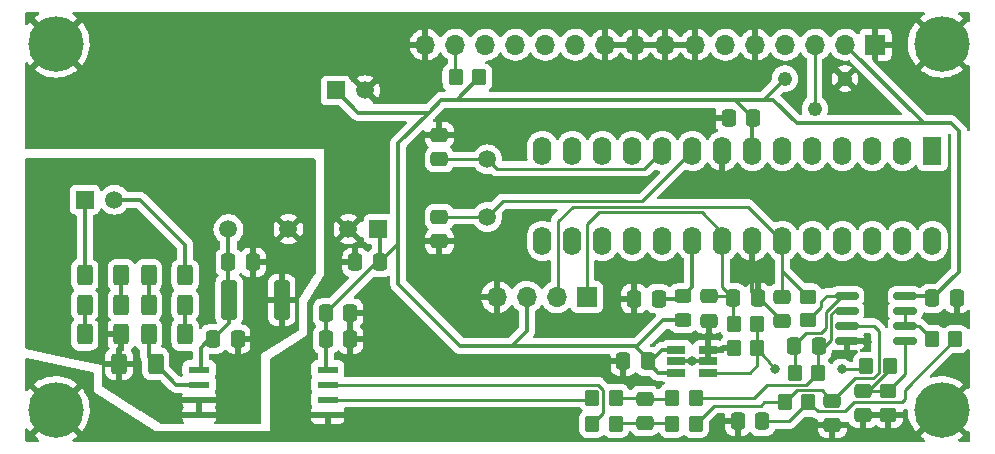
<source format=gtl>
G04 #@! TF.GenerationSoftware,KiCad,Pcbnew,(6.0.0-0)*
G04 #@! TF.CreationDate,2022-02-23T00:42:30+01:00*
G04 #@! TF.ProjectId,AC Power Supply,41432050-6f77-4657-9220-537570706c79,rev?*
G04 #@! TF.SameCoordinates,Original*
G04 #@! TF.FileFunction,Copper,L1,Top*
G04 #@! TF.FilePolarity,Positive*
%FSLAX46Y46*%
G04 Gerber Fmt 4.6, Leading zero omitted, Abs format (unit mm)*
G04 Created by KiCad (PCBNEW (6.0.0-0)) date 2022-02-23 00:42:30*
%MOMM*%
%LPD*%
G01*
G04 APERTURE LIST*
G04 Aperture macros list*
%AMRoundRect*
0 Rectangle with rounded corners*
0 $1 Rounding radius*
0 $2 $3 $4 $5 $6 $7 $8 $9 X,Y pos of 4 corners*
0 Add a 4 corners polygon primitive as box body*
4,1,4,$2,$3,$4,$5,$6,$7,$8,$9,$2,$3,0*
0 Add four circle primitives for the rounded corners*
1,1,$1+$1,$2,$3*
1,1,$1+$1,$4,$5*
1,1,$1+$1,$6,$7*
1,1,$1+$1,$8,$9*
0 Add four rect primitives between the rounded corners*
20,1,$1+$1,$2,$3,$4,$5,0*
20,1,$1+$1,$4,$5,$6,$7,0*
20,1,$1+$1,$6,$7,$8,$9,0*
20,1,$1+$1,$8,$9,$2,$3,0*%
G04 Aperture macros list end*
G04 #@! TA.AperFunction,ComponentPad*
%ADD10C,1.219200*%
G04 #@! TD*
G04 #@! TA.AperFunction,SMDPad,CuDef*
%ADD11RoundRect,0.250000X0.450000X-0.350000X0.450000X0.350000X-0.450000X0.350000X-0.450000X-0.350000X0*%
G04 #@! TD*
G04 #@! TA.AperFunction,SMDPad,CuDef*
%ADD12RoundRect,0.250000X-0.450000X0.350000X-0.450000X-0.350000X0.450000X-0.350000X0.450000X0.350000X0*%
G04 #@! TD*
G04 #@! TA.AperFunction,SMDPad,CuDef*
%ADD13RoundRect,0.250000X-0.400000X-0.625000X0.400000X-0.625000X0.400000X0.625000X-0.400000X0.625000X0*%
G04 #@! TD*
G04 #@! TA.AperFunction,SMDPad,CuDef*
%ADD14RoundRect,0.250000X-0.475000X0.337500X-0.475000X-0.337500X0.475000X-0.337500X0.475000X0.337500X0*%
G04 #@! TD*
G04 #@! TA.AperFunction,SMDPad,CuDef*
%ADD15RoundRect,0.250000X0.475000X-0.337500X0.475000X0.337500X-0.475000X0.337500X-0.475000X-0.337500X0*%
G04 #@! TD*
G04 #@! TA.AperFunction,SMDPad,CuDef*
%ADD16RoundRect,0.250000X-0.350000X-0.450000X0.350000X-0.450000X0.350000X0.450000X-0.350000X0.450000X0*%
G04 #@! TD*
G04 #@! TA.AperFunction,SMDPad,CuDef*
%ADD17RoundRect,0.250000X0.350000X0.450000X-0.350000X0.450000X-0.350000X-0.450000X0.350000X-0.450000X0*%
G04 #@! TD*
G04 #@! TA.AperFunction,SMDPad,CuDef*
%ADD18RoundRect,0.250000X-0.400000X-1.450000X0.400000X-1.450000X0.400000X1.450000X-0.400000X1.450000X0*%
G04 #@! TD*
G04 #@! TA.AperFunction,SMDPad,CuDef*
%ADD19RoundRect,0.250000X-0.337500X-0.475000X0.337500X-0.475000X0.337500X0.475000X-0.337500X0.475000X0*%
G04 #@! TD*
G04 #@! TA.AperFunction,ComponentPad*
%ADD20C,4.700000*%
G04 #@! TD*
G04 #@! TA.AperFunction,SMDPad,CuDef*
%ADD21RoundRect,0.250000X0.400000X0.625000X-0.400000X0.625000X-0.400000X-0.625000X0.400000X-0.625000X0*%
G04 #@! TD*
G04 #@! TA.AperFunction,SMDPad,CuDef*
%ADD22RoundRect,0.250000X0.450000X-0.325000X0.450000X0.325000X-0.450000X0.325000X-0.450000X-0.325000X0*%
G04 #@! TD*
G04 #@! TA.AperFunction,SMDPad,CuDef*
%ADD23R,1.799999X0.599999*%
G04 #@! TD*
G04 #@! TA.AperFunction,ComponentPad*
%ADD24R,1.508000X1.508000*%
G04 #@! TD*
G04 #@! TA.AperFunction,ComponentPad*
%ADD25C,1.508000*%
G04 #@! TD*
G04 #@! TA.AperFunction,ComponentPad*
%ADD26R,1.700000X1.700000*%
G04 #@! TD*
G04 #@! TA.AperFunction,ComponentPad*
%ADD27O,1.700000X1.700000*%
G04 #@! TD*
G04 #@! TA.AperFunction,SMDPad,CuDef*
%ADD28RoundRect,0.150000X-0.825000X-0.150000X0.825000X-0.150000X0.825000X0.150000X-0.825000X0.150000X0*%
G04 #@! TD*
G04 #@! TA.AperFunction,SMDPad,CuDef*
%ADD29RoundRect,0.250000X0.337500X0.475000X-0.337500X0.475000X-0.337500X-0.475000X0.337500X-0.475000X0*%
G04 #@! TD*
G04 #@! TA.AperFunction,SMDPad,CuDef*
%ADD30R,1.560000X0.650000*%
G04 #@! TD*
G04 #@! TA.AperFunction,ComponentPad*
%ADD31C,1.500000*%
G04 #@! TD*
G04 #@! TA.AperFunction,ComponentPad*
%ADD32R,1.600000X2.400000*%
G04 #@! TD*
G04 #@! TA.AperFunction,ComponentPad*
%ADD33O,1.600000X2.400000*%
G04 #@! TD*
G04 #@! TA.AperFunction,ViaPad*
%ADD34C,0.800000*%
G04 #@! TD*
G04 #@! TA.AperFunction,Conductor*
%ADD35C,0.250000*%
G04 #@! TD*
G04 #@! TA.AperFunction,Conductor*
%ADD36C,0.350000*%
G04 #@! TD*
G04 APERTURE END LIST*
D10*
X112620000Y-49350000D03*
X115160000Y-51890000D03*
X117700000Y-49350000D03*
D11*
X114550000Y-69800000D03*
X114550000Y-67800000D03*
D12*
X121400000Y-75800000D03*
X121400000Y-77800000D03*
D13*
X58750000Y-68500000D03*
X61850000Y-68500000D03*
D14*
X83375000Y-61062500D03*
X83375000Y-63137500D03*
D15*
X112400000Y-69887500D03*
X112400000Y-67812500D03*
D16*
X103075000Y-76375000D03*
X105075000Y-76375000D03*
D17*
X114625000Y-76750000D03*
X112625000Y-76750000D03*
D18*
X65575000Y-68100000D03*
X70025000Y-68100000D03*
D17*
X110300000Y-72200000D03*
X108300000Y-72200000D03*
X110300000Y-70100000D03*
X108300000Y-70100000D03*
D19*
X64212500Y-71400000D03*
X66287500Y-71400000D03*
D13*
X53350000Y-66000000D03*
X56450000Y-66000000D03*
D14*
X100775000Y-76437500D03*
X100775000Y-78512500D03*
D16*
X103075000Y-78575000D03*
X105075000Y-78575000D03*
D19*
X125112500Y-67950000D03*
X127187500Y-67950000D03*
D20*
X125900000Y-46400000D03*
D15*
X106200000Y-69837500D03*
X106200000Y-67762500D03*
D13*
X53350000Y-71000000D03*
X56450000Y-71000000D03*
D21*
X61850000Y-66000000D03*
X58750000Y-66000000D03*
D19*
X76262500Y-64900000D03*
X78337500Y-64900000D03*
D20*
X50900000Y-77400000D03*
D17*
X127075000Y-71400000D03*
X125075000Y-71400000D03*
D22*
X104000000Y-69825000D03*
X104000000Y-67775000D03*
D16*
X84750000Y-49250000D03*
X86750000Y-49250000D03*
D23*
X63034557Y-73990000D03*
X63034557Y-75260000D03*
X63034557Y-76530000D03*
X63034557Y-77800000D03*
X73934555Y-77800000D03*
X73934555Y-76530000D03*
X73934555Y-75260000D03*
X73934555Y-73990000D03*
D24*
X78220000Y-62100000D03*
D25*
X75680000Y-62100000D03*
X70600000Y-62100000D03*
X65520000Y-62100000D03*
D21*
X56450000Y-68500000D03*
X53350000Y-68500000D03*
D26*
X95875000Y-67850000D03*
D27*
X93335000Y-67850000D03*
X90795000Y-67850000D03*
X88255000Y-67850000D03*
D19*
X108637500Y-78375000D03*
X110712500Y-78375000D03*
D24*
X53350000Y-59600000D03*
D25*
X55850000Y-59600000D03*
D28*
X117875000Y-67745000D03*
X117875000Y-69015000D03*
X117875000Y-70285000D03*
X117875000Y-71555000D03*
X122825000Y-71555000D03*
X122825000Y-70285000D03*
X122825000Y-69015000D03*
X122825000Y-67745000D03*
D16*
X96325000Y-76375000D03*
X98325000Y-76375000D03*
D29*
X101937500Y-68000000D03*
X99862500Y-68000000D03*
D19*
X65522500Y-64900000D03*
X67597500Y-64900000D03*
D20*
X125900000Y-77400000D03*
D14*
X119250000Y-75762500D03*
X119250000Y-77837500D03*
D19*
X98962500Y-73300000D03*
X101037500Y-73300000D03*
D29*
X115487500Y-72000000D03*
X113412500Y-72000000D03*
D17*
X115450000Y-74250000D03*
X113450000Y-74250000D03*
D19*
X107862500Y-52700000D03*
X109937500Y-52700000D03*
X108262500Y-67900000D03*
X110337500Y-67900000D03*
D30*
X106150000Y-74250000D03*
X106150000Y-73300000D03*
X106150000Y-72350000D03*
X103450000Y-72350000D03*
X103450000Y-73300000D03*
X103450000Y-74250000D03*
D31*
X87425000Y-56175000D03*
X87425000Y-61055000D03*
D29*
X75837500Y-71434556D03*
X73762500Y-71434556D03*
D20*
X50900000Y-46400000D03*
D21*
X61850000Y-71000000D03*
X58750000Y-71000000D03*
D16*
X119500000Y-73700000D03*
X121500000Y-73700000D03*
D29*
X75837500Y-69200000D03*
X73762500Y-69200000D03*
D15*
X83375000Y-56187500D03*
X83375000Y-54112500D03*
D32*
X125125000Y-55475000D03*
D33*
X122585000Y-55475000D03*
X120045000Y-55475000D03*
X117505000Y-55475000D03*
X114965000Y-55475000D03*
X112425000Y-55475000D03*
X109885000Y-55475000D03*
X107345000Y-55475000D03*
X104805000Y-55475000D03*
X102265000Y-55475000D03*
X99725000Y-55475000D03*
X97185000Y-55475000D03*
X94645000Y-55475000D03*
X92105000Y-55475000D03*
X92105000Y-63095000D03*
X94645000Y-63095000D03*
X97185000Y-63095000D03*
X99725000Y-63095000D03*
X102265000Y-63095000D03*
X104805000Y-63095000D03*
X107345000Y-63095000D03*
X109885000Y-63095000D03*
X112425000Y-63095000D03*
X114965000Y-63095000D03*
X117505000Y-63095000D03*
X120045000Y-63095000D03*
X122585000Y-63095000D03*
X125125000Y-63095000D03*
D16*
X96325000Y-78575000D03*
X98325000Y-78575000D03*
D24*
X74600000Y-50350000D03*
D25*
X77100000Y-50350000D03*
D13*
X56250000Y-73500000D03*
X59350000Y-73500000D03*
D14*
X116650000Y-76612500D03*
X116650000Y-78687500D03*
D26*
X120300000Y-46475000D03*
D27*
X117760000Y-46475000D03*
X115220000Y-46475000D03*
X112680000Y-46475000D03*
X110140000Y-46475000D03*
X107600000Y-46475000D03*
X105060000Y-46475000D03*
X102520000Y-46475000D03*
X99980000Y-46475000D03*
X97440000Y-46475000D03*
X94900000Y-46475000D03*
X92360000Y-46475000D03*
X89820000Y-46475000D03*
X87280000Y-46475000D03*
X84740000Y-46475000D03*
X82200000Y-46475000D03*
D34*
X76100000Y-77800000D03*
X61000000Y-77800000D03*
X61050000Y-76550000D03*
X54450000Y-72800000D03*
X69600000Y-65150000D03*
X68100000Y-71400000D03*
X74500000Y-64850000D03*
X81400000Y-63150000D03*
X81650000Y-54900000D03*
X105950000Y-52700000D03*
X77450000Y-69175000D03*
X121400000Y-79425000D03*
X107000000Y-78375000D03*
X98225000Y-68000000D03*
X119250000Y-79450000D03*
X114900000Y-78675000D03*
X77500000Y-71450000D03*
X97325000Y-73300000D03*
X119600000Y-71650000D03*
X104800000Y-73300000D03*
X127200000Y-69675000D03*
X106175000Y-71150000D03*
X111825000Y-73975000D03*
X117425000Y-73975000D03*
D35*
X115160000Y-51890000D02*
X115160000Y-46535000D01*
D36*
X113625000Y-53125000D02*
X126675000Y-53125000D01*
X117760000Y-46475000D02*
X124410000Y-53125000D01*
X108387500Y-51150000D02*
X111650000Y-51150000D01*
X112620000Y-49350000D02*
X110820000Y-51150000D01*
X103450000Y-73300000D02*
X106150000Y-73300000D01*
X117875000Y-71555000D02*
X119505000Y-71555000D01*
X109885000Y-67447500D02*
X109885000Y-63095000D01*
X127200000Y-69675000D02*
X127200000Y-67962500D01*
X110412500Y-67900000D02*
X112400000Y-69887500D01*
X119505000Y-71555000D02*
X119600000Y-71650000D01*
X110337500Y-67900000D02*
X109885000Y-67447500D01*
X99900000Y-72000000D02*
X100137500Y-72000000D01*
X79900000Y-66737500D02*
X85162500Y-72000000D01*
X101100000Y-73200000D02*
X99900000Y-72000000D01*
X82475000Y-52225000D02*
X79900000Y-54800000D01*
X126675000Y-53125000D02*
X127375000Y-53825000D01*
X74600000Y-50350000D02*
X76475000Y-52225000D01*
X79900000Y-54800000D02*
X79900000Y-66737500D01*
X102212500Y-72350000D02*
X103450000Y-72350000D01*
X73762500Y-71434556D02*
X73762500Y-69200000D01*
X86750000Y-49250000D02*
X84850000Y-51150000D01*
X109885000Y-55475000D02*
X109885000Y-52752500D01*
X108387500Y-51150000D02*
X109937500Y-52700000D01*
X85162500Y-72000000D02*
X89500000Y-72000000D01*
X127375000Y-65687500D02*
X125112500Y-67950000D01*
X90795000Y-70705000D02*
X89500000Y-72000000D01*
X76475000Y-52225000D02*
X82475000Y-52225000D01*
X111650000Y-51150000D02*
X113625000Y-53125000D01*
X101100000Y-73462500D02*
X102212500Y-72350000D01*
X101100000Y-73462500D02*
X101887500Y-74250000D01*
X84850000Y-51150000D02*
X108387500Y-51150000D01*
X79900000Y-63337500D02*
X78337500Y-64900000D01*
X83550000Y-51150000D02*
X82475000Y-52225000D01*
X100137500Y-72000000D02*
X102312500Y-69825000D01*
X101887500Y-74250000D02*
X103450000Y-74250000D01*
X83550000Y-51150000D02*
X84850000Y-51150000D01*
X104000000Y-69825000D02*
X102312500Y-69825000D01*
X73762500Y-71434556D02*
X73762500Y-73942944D01*
X78337500Y-64900000D02*
X78337500Y-62217500D01*
X89500000Y-72000000D02*
X99900000Y-72000000D01*
X122825000Y-67745000D02*
X124907500Y-67745000D01*
X127375000Y-53825000D02*
X127375000Y-65687500D01*
X78062500Y-64900000D02*
X73762500Y-69200000D01*
X90795000Y-67850000D02*
X90795000Y-70705000D01*
D35*
X100775000Y-76437500D02*
X103012500Y-76437500D01*
X98325000Y-76375000D02*
X100712500Y-76375000D01*
X100775000Y-78512500D02*
X103012500Y-78512500D01*
X100775000Y-78512500D02*
X98387500Y-78512500D01*
X112625000Y-76725960D02*
X113625480Y-75725480D01*
X120575480Y-70725480D02*
X120135000Y-70285000D01*
X120087973Y-74724520D02*
X120575480Y-74237013D01*
X115762980Y-75725480D02*
X113625480Y-75725480D01*
X116650000Y-76612500D02*
X118537980Y-74724520D01*
X105075000Y-78575000D02*
X106600000Y-77050000D01*
X118537980Y-74724520D02*
X120087973Y-74724520D01*
X112625000Y-76750000D02*
X110875000Y-76750000D01*
X116650000Y-76612500D02*
X115762980Y-75725480D01*
X120135000Y-70285000D02*
X117875000Y-70285000D01*
X106600000Y-77050000D02*
X110575000Y-77050000D01*
X120575480Y-74237013D02*
X120575480Y-70725480D01*
X110875000Y-76750000D02*
X110575000Y-77050000D01*
X116864632Y-69015000D02*
X117875000Y-69015000D01*
X116575480Y-71474520D02*
X116575480Y-69304152D01*
X115487500Y-72000000D02*
X116050000Y-72000000D01*
X116050000Y-72000000D02*
X116575480Y-71474520D01*
X116575480Y-69304152D02*
X116864632Y-69015000D01*
X105075000Y-76375000D02*
X110037506Y-76375000D01*
X110037506Y-76375000D02*
X111136538Y-75275969D01*
X114424031Y-75275969D02*
X111136538Y-75275969D01*
X115450000Y-74250000D02*
X115450000Y-72037500D01*
X115450000Y-74250000D02*
X114424031Y-75275969D01*
X113450000Y-74250000D02*
X113450000Y-72037500D01*
X114450000Y-70850000D02*
X115700000Y-70850000D01*
X114550000Y-69800000D02*
X115700000Y-68650000D01*
X115700000Y-70850000D02*
X116125969Y-70424031D01*
X115700000Y-68200000D02*
X116155000Y-67745000D01*
X116125969Y-70424031D02*
X116125969Y-69117959D01*
X116155000Y-67745000D02*
X117875000Y-67745000D01*
X115700000Y-68650000D02*
X115700000Y-68200000D01*
X116125969Y-69117959D02*
X117498928Y-67745000D01*
X113412500Y-71887500D02*
X114450000Y-70850000D01*
X122550000Y-76750000D02*
X122800000Y-76500000D01*
X117700480Y-77524520D02*
X118475000Y-76750000D01*
X115399520Y-77524520D02*
X117700480Y-77524520D01*
X110712500Y-78375000D02*
X113000000Y-78375000D01*
X122800000Y-76500000D02*
X122800000Y-75675000D01*
X127075000Y-71400000D02*
X122800000Y-75675000D01*
X113000000Y-78375000D02*
X114625000Y-76750000D01*
X118475000Y-76750000D02*
X122550000Y-76750000D01*
X114625000Y-76750000D02*
X115399520Y-77524520D01*
X112425000Y-63095000D02*
X109530000Y-60200000D01*
X114550000Y-67800000D02*
X112425000Y-65675000D01*
X112425000Y-67787500D02*
X112425000Y-63095000D01*
X94650000Y-60200000D02*
X93425000Y-61425000D01*
X109530000Y-60200000D02*
X94650000Y-60200000D01*
X93425000Y-61425000D02*
X93425000Y-67760000D01*
X121400000Y-75800000D02*
X122825000Y-74375000D01*
X119685697Y-75762500D02*
X121500000Y-73948197D01*
X122825000Y-74375000D02*
X122825000Y-71555000D01*
X119250000Y-75762500D02*
X121362500Y-75762500D01*
X105575000Y-60650000D02*
X96850000Y-60650000D01*
X107345000Y-62420000D02*
X105575000Y-60650000D01*
X108262500Y-67900000D02*
X108262500Y-70062500D01*
X96850000Y-60650000D02*
X95875000Y-61625000D01*
X95875000Y-61625000D02*
X95875000Y-67850000D01*
X108262500Y-67900000D02*
X107345000Y-66982500D01*
X107345000Y-66982500D02*
X107345000Y-63095000D01*
X106200000Y-67762500D02*
X108125000Y-67762500D01*
D36*
X55850000Y-59600000D02*
X58000000Y-59600000D01*
X61850000Y-63450000D02*
X61850000Y-66000000D01*
X58000000Y-59600000D02*
X61850000Y-63450000D01*
X58750000Y-66000000D02*
X58750000Y-68500000D01*
X53350000Y-66000000D02*
X53350000Y-59600000D01*
X56450000Y-66000000D02*
X56450000Y-68500000D01*
X61850000Y-68500000D02*
X61850000Y-71000000D01*
X53350000Y-68500000D02*
X53350000Y-71000000D01*
X58750000Y-71000000D02*
X58750000Y-72900000D01*
X63159556Y-75260000D02*
X61110000Y-75260000D01*
X61110000Y-75260000D02*
X59350000Y-73500000D01*
X58750000Y-72900000D02*
X59350000Y-73500000D01*
D35*
X73809556Y-76530000D02*
X96170000Y-76530000D01*
X123960000Y-70285000D02*
X125075000Y-71400000D01*
X122825000Y-69015000D02*
X122825000Y-70285000D01*
X122825000Y-70285000D02*
X123960000Y-70285000D01*
X87425000Y-61055000D02*
X88754510Y-59725490D01*
X83382500Y-61055000D02*
X87425000Y-61055000D01*
X100554510Y-59725490D02*
X104805000Y-55475000D01*
X88754510Y-59725490D02*
X100554510Y-59725490D01*
X100740480Y-56999520D02*
X102265000Y-55475000D01*
X87425000Y-56175000D02*
X88249520Y-56999520D01*
X88249520Y-56999520D02*
X100740480Y-56999520D01*
X83387500Y-56175000D02*
X87425000Y-56175000D01*
X117425000Y-73975000D02*
X119225000Y-73975000D01*
X106150000Y-74250000D02*
X109650000Y-74250000D01*
X110300000Y-72200000D02*
X111825000Y-73975000D01*
X109650000Y-74250000D02*
X110300000Y-73600000D01*
X110300000Y-73600000D02*
X110300000Y-72200000D01*
X110300000Y-72200000D02*
X110300000Y-70100000D01*
X84740000Y-46475000D02*
X84740000Y-49240000D01*
D36*
X65575000Y-70037500D02*
X64212500Y-71400000D01*
X65520000Y-62100000D02*
X65520000Y-64897500D01*
X63159556Y-72152944D02*
X64212500Y-71100000D01*
X63159556Y-73990000D02*
X63159556Y-72152944D01*
X65575000Y-68100000D02*
X65575000Y-70037500D01*
X65522500Y-64900000D02*
X65522500Y-68047500D01*
X104805000Y-66970000D02*
X104805000Y-63095000D01*
X101937500Y-68000000D02*
X103775000Y-68000000D01*
X104000000Y-67775000D02*
X104805000Y-66970000D01*
D35*
X97249520Y-75687027D02*
X97249520Y-77650480D01*
X97249520Y-77650480D02*
X96325000Y-78575000D01*
X96822493Y-75260000D02*
X97249520Y-75687027D01*
X73809556Y-75260000D02*
X96822493Y-75260000D01*
G04 #@! TA.AperFunction,Conductor*
G36*
X49443126Y-43728002D02*
G01*
X49489619Y-43781658D01*
X49499723Y-43851932D01*
X49470229Y-43916512D01*
X49441961Y-43940737D01*
X49244694Y-44064482D01*
X49238766Y-44068694D01*
X49080316Y-44195636D01*
X49071846Y-44207762D01*
X49078241Y-44219030D01*
X50887190Y-46027980D01*
X50901131Y-46035592D01*
X50902966Y-46035461D01*
X50909580Y-46031210D01*
X52720675Y-44220114D01*
X52728067Y-44206577D01*
X52721279Y-44196875D01*
X52633637Y-44122022D01*
X52627861Y-44117638D01*
X52361398Y-43938582D01*
X52316013Y-43883986D01*
X52307350Y-43813520D01*
X52338158Y-43749556D01*
X52398657Y-43712403D01*
X52431674Y-43708000D01*
X124375005Y-43708000D01*
X124443126Y-43728002D01*
X124489619Y-43781658D01*
X124499723Y-43851932D01*
X124470229Y-43916512D01*
X124441961Y-43940737D01*
X124244694Y-44064482D01*
X124238766Y-44068694D01*
X124080316Y-44195636D01*
X124071846Y-44207762D01*
X124078241Y-44219030D01*
X125887190Y-46027980D01*
X125901131Y-46035592D01*
X125902966Y-46035461D01*
X125909580Y-46031210D01*
X127720675Y-44220114D01*
X127728067Y-44206577D01*
X127721279Y-44196875D01*
X127633637Y-44122022D01*
X127627861Y-44117638D01*
X127361398Y-43938582D01*
X127316013Y-43883986D01*
X127307350Y-43813520D01*
X127338158Y-43749556D01*
X127398657Y-43712403D01*
X127431674Y-43708000D01*
X128166000Y-43708000D01*
X128234121Y-43728002D01*
X128280614Y-43781658D01*
X128292000Y-43834000D01*
X128292000Y-44465206D01*
X128271998Y-44533327D01*
X128218342Y-44579820D01*
X128148068Y-44589924D01*
X128101598Y-44573504D01*
X128094035Y-44569007D01*
X128093431Y-44569028D01*
X128084951Y-44574260D01*
X126272020Y-46387190D01*
X126264408Y-46401131D01*
X126264539Y-46402966D01*
X126268790Y-46409580D01*
X128079776Y-48220565D01*
X128093129Y-48227857D01*
X128093228Y-48227787D01*
X128160391Y-48204773D01*
X128229335Y-48221723D01*
X128278170Y-48273256D01*
X128292000Y-48330648D01*
X128292000Y-53634505D01*
X128271998Y-53702626D01*
X128218342Y-53749119D01*
X128148068Y-53759223D01*
X128083488Y-53729729D01*
X128044220Y-53665513D01*
X128043645Y-53660765D01*
X128040959Y-53653657D01*
X128039751Y-53648739D01*
X128036899Y-53638316D01*
X128035439Y-53633479D01*
X128034133Y-53625996D01*
X128031082Y-53619046D01*
X128031080Y-53619039D01*
X128009405Y-53569663D01*
X128006912Y-53563554D01*
X127987853Y-53513115D01*
X127985169Y-53506011D01*
X127980867Y-53499752D01*
X127978539Y-53495298D01*
X127973264Y-53485819D01*
X127970690Y-53481467D01*
X127967638Y-53474514D01*
X127963015Y-53468490D01*
X127963012Y-53468484D01*
X127930176Y-53425691D01*
X127926300Y-53420357D01*
X127895766Y-53375931D01*
X127891466Y-53369674D01*
X127846676Y-53329767D01*
X127841402Y-53324787D01*
X127178156Y-52661541D01*
X127172302Y-52655276D01*
X127140704Y-52619055D01*
X127135710Y-52613330D01*
X127085345Y-52577934D01*
X127080077Y-52574020D01*
X127077501Y-52572000D01*
X127031672Y-52536065D01*
X127024748Y-52532939D01*
X127020439Y-52530329D01*
X127011024Y-52524958D01*
X127006576Y-52522573D01*
X127000361Y-52518205D01*
X126943039Y-52495856D01*
X126936971Y-52493306D01*
X126880895Y-52467986D01*
X126873418Y-52466600D01*
X126868598Y-52465090D01*
X126858165Y-52462118D01*
X126853304Y-52460870D01*
X126846228Y-52458111D01*
X126785238Y-52450082D01*
X126778722Y-52449050D01*
X126725700Y-52439223D01*
X126718233Y-52437839D01*
X126710653Y-52438276D01*
X126710652Y-52438276D01*
X126658358Y-52441291D01*
X126651106Y-52441500D01*
X124745305Y-52441500D01*
X124677184Y-52421498D01*
X124656210Y-52404595D01*
X120847107Y-48595492D01*
X124070049Y-48595492D01*
X124070067Y-48595745D01*
X124075981Y-48604488D01*
X124095672Y-48622405D01*
X124101304Y-48626966D01*
X124363062Y-48815058D01*
X124369192Y-48818948D01*
X124650831Y-48975706D01*
X124657351Y-48978858D01*
X124955151Y-49102211D01*
X124962002Y-49104597D01*
X125271989Y-49192899D01*
X125279078Y-49194484D01*
X125597171Y-49246574D01*
X125604377Y-49247331D01*
X125926352Y-49262515D01*
X125933602Y-49262439D01*
X126255178Y-49240517D01*
X126262387Y-49239606D01*
X126579319Y-49180866D01*
X126586349Y-49179139D01*
X126894445Y-49084356D01*
X126901222Y-49081836D01*
X127196389Y-48952267D01*
X127202829Y-48948986D01*
X127481143Y-48786352D01*
X127487176Y-48782343D01*
X127721689Y-48606266D01*
X127730143Y-48594939D01*
X127723398Y-48582609D01*
X125912810Y-46772020D01*
X125898869Y-46764408D01*
X125897034Y-46764539D01*
X125890420Y-46768790D01*
X124077663Y-48581548D01*
X124070049Y-48595492D01*
X120847107Y-48595492D01*
X120082905Y-47831290D01*
X120073946Y-47814884D01*
X120554000Y-47814884D01*
X120558475Y-47830123D01*
X120559865Y-47831328D01*
X120567548Y-47832999D01*
X121194669Y-47832999D01*
X121201490Y-47832629D01*
X121252352Y-47827105D01*
X121267604Y-47823479D01*
X121388054Y-47778324D01*
X121403649Y-47769786D01*
X121505724Y-47693285D01*
X121518285Y-47680724D01*
X121594786Y-47578649D01*
X121603324Y-47563054D01*
X121648478Y-47442606D01*
X121652105Y-47427351D01*
X121657631Y-47376486D01*
X121658000Y-47369672D01*
X121658000Y-46747115D01*
X121653525Y-46731876D01*
X121652135Y-46730671D01*
X121644452Y-46729000D01*
X120572115Y-46729000D01*
X120556876Y-46733475D01*
X120555671Y-46734865D01*
X120554000Y-46742548D01*
X120554000Y-47814884D01*
X120073946Y-47814884D01*
X120048879Y-47768978D01*
X120046000Y-47742195D01*
X120046000Y-46313708D01*
X123038665Y-46313708D01*
X123047102Y-46635932D01*
X123047708Y-46643148D01*
X123093126Y-46962264D01*
X123094560Y-46969375D01*
X123176356Y-47281164D01*
X123178593Y-47288047D01*
X123295679Y-47588358D01*
X123298699Y-47594956D01*
X123449532Y-47879831D01*
X123453278Y-47886016D01*
X123635856Y-48151668D01*
X123640291Y-48157387D01*
X123695061Y-48220170D01*
X123708233Y-48228573D01*
X123718084Y-48222705D01*
X125527980Y-46412810D01*
X125535592Y-46398869D01*
X125535461Y-46397034D01*
X125531210Y-46390420D01*
X123719218Y-44578429D01*
X123706425Y-44571443D01*
X123695671Y-44579308D01*
X123551419Y-44763280D01*
X123547284Y-44769229D01*
X123378856Y-45044078D01*
X123375445Y-45050439D01*
X123239724Y-45342826D01*
X123237056Y-45349564D01*
X123135845Y-45655596D01*
X123133969Y-45662600D01*
X123068604Y-45978237D01*
X123067547Y-45985398D01*
X123038893Y-46306455D01*
X123038665Y-46313708D01*
X120046000Y-46313708D01*
X120046000Y-46202885D01*
X120554000Y-46202885D01*
X120558475Y-46218124D01*
X120559865Y-46219329D01*
X120567548Y-46221000D01*
X121639884Y-46221000D01*
X121655123Y-46216525D01*
X121656328Y-46215135D01*
X121657999Y-46207452D01*
X121657999Y-45580331D01*
X121657629Y-45573510D01*
X121652105Y-45522648D01*
X121648479Y-45507396D01*
X121603324Y-45386946D01*
X121594786Y-45371351D01*
X121518285Y-45269276D01*
X121505724Y-45256715D01*
X121403649Y-45180214D01*
X121388054Y-45171676D01*
X121267606Y-45126522D01*
X121252351Y-45122895D01*
X121201486Y-45117369D01*
X121194672Y-45117000D01*
X120572115Y-45117000D01*
X120556876Y-45121475D01*
X120555671Y-45122865D01*
X120554000Y-45130548D01*
X120554000Y-46202885D01*
X120046000Y-46202885D01*
X120046000Y-45135116D01*
X120041525Y-45119877D01*
X120040135Y-45118672D01*
X120032452Y-45117001D01*
X119405331Y-45117001D01*
X119398510Y-45117371D01*
X119347648Y-45122895D01*
X119332396Y-45126521D01*
X119211946Y-45171676D01*
X119196351Y-45180214D01*
X119094276Y-45256715D01*
X119081715Y-45269276D01*
X119005214Y-45371351D01*
X118996676Y-45386946D01*
X118955297Y-45497322D01*
X118912655Y-45554087D01*
X118846093Y-45578786D01*
X118776744Y-45563578D01*
X118744121Y-45537891D01*
X118693151Y-45481876D01*
X118693145Y-45481870D01*
X118689670Y-45478051D01*
X118685619Y-45474852D01*
X118685615Y-45474848D01*
X118518414Y-45342800D01*
X118518410Y-45342798D01*
X118514359Y-45339598D01*
X118478028Y-45319542D01*
X118386970Y-45269276D01*
X118318789Y-45231638D01*
X118313920Y-45229914D01*
X118313916Y-45229912D01*
X118113087Y-45158795D01*
X118113083Y-45158794D01*
X118108212Y-45157069D01*
X118103119Y-45156162D01*
X118103116Y-45156161D01*
X117893373Y-45118800D01*
X117893367Y-45118799D01*
X117888284Y-45117894D01*
X117814452Y-45116992D01*
X117670081Y-45115228D01*
X117670079Y-45115228D01*
X117664911Y-45115165D01*
X117444091Y-45148955D01*
X117231756Y-45218357D01*
X117033607Y-45321507D01*
X117029474Y-45324610D01*
X117029471Y-45324612D01*
X116859100Y-45452530D01*
X116854965Y-45455635D01*
X116700629Y-45617138D01*
X116593201Y-45774621D01*
X116538293Y-45819621D01*
X116467768Y-45827792D01*
X116404021Y-45796538D01*
X116383324Y-45772054D01*
X116302822Y-45647617D01*
X116302820Y-45647614D01*
X116300014Y-45643277D01*
X116149670Y-45478051D01*
X116145619Y-45474852D01*
X116145615Y-45474848D01*
X115978414Y-45342800D01*
X115978410Y-45342798D01*
X115974359Y-45339598D01*
X115938028Y-45319542D01*
X115846970Y-45269276D01*
X115778789Y-45231638D01*
X115773920Y-45229914D01*
X115773916Y-45229912D01*
X115573087Y-45158795D01*
X115573083Y-45158794D01*
X115568212Y-45157069D01*
X115563119Y-45156162D01*
X115563116Y-45156161D01*
X115353373Y-45118800D01*
X115353367Y-45118799D01*
X115348284Y-45117894D01*
X115274452Y-45116992D01*
X115130081Y-45115228D01*
X115130079Y-45115228D01*
X115124911Y-45115165D01*
X114904091Y-45148955D01*
X114691756Y-45218357D01*
X114493607Y-45321507D01*
X114489474Y-45324610D01*
X114489471Y-45324612D01*
X114319100Y-45452530D01*
X114314965Y-45455635D01*
X114160629Y-45617138D01*
X114053201Y-45774621D01*
X113998293Y-45819621D01*
X113927768Y-45827792D01*
X113864021Y-45796538D01*
X113843324Y-45772054D01*
X113762822Y-45647617D01*
X113762820Y-45647614D01*
X113760014Y-45643277D01*
X113609670Y-45478051D01*
X113605619Y-45474852D01*
X113605615Y-45474848D01*
X113438414Y-45342800D01*
X113438410Y-45342798D01*
X113434359Y-45339598D01*
X113398028Y-45319542D01*
X113306970Y-45269276D01*
X113238789Y-45231638D01*
X113233920Y-45229914D01*
X113233916Y-45229912D01*
X113033087Y-45158795D01*
X113033083Y-45158794D01*
X113028212Y-45157069D01*
X113023119Y-45156162D01*
X113023116Y-45156161D01*
X112813373Y-45118800D01*
X112813367Y-45118799D01*
X112808284Y-45117894D01*
X112734452Y-45116992D01*
X112590081Y-45115228D01*
X112590079Y-45115228D01*
X112584911Y-45115165D01*
X112364091Y-45148955D01*
X112151756Y-45218357D01*
X111953607Y-45321507D01*
X111949474Y-45324610D01*
X111949471Y-45324612D01*
X111779100Y-45452530D01*
X111774965Y-45455635D01*
X111620629Y-45617138D01*
X111617720Y-45621403D01*
X111617714Y-45621411D01*
X111605404Y-45639457D01*
X111513204Y-45774618D01*
X111512898Y-45775066D01*
X111457987Y-45820069D01*
X111387462Y-45828240D01*
X111323715Y-45796986D01*
X111303018Y-45772502D01*
X111222426Y-45647926D01*
X111216136Y-45639757D01*
X111072806Y-45482240D01*
X111065273Y-45475215D01*
X110898139Y-45343222D01*
X110889552Y-45337517D01*
X110703117Y-45234599D01*
X110693705Y-45230369D01*
X110492959Y-45159280D01*
X110482988Y-45156646D01*
X110411837Y-45143972D01*
X110398540Y-45145432D01*
X110394000Y-45159989D01*
X110394000Y-47793517D01*
X110398064Y-47807359D01*
X110411478Y-47809393D01*
X110418184Y-47808534D01*
X110428262Y-47806392D01*
X110632255Y-47745191D01*
X110641842Y-47741433D01*
X110833095Y-47647739D01*
X110841945Y-47642464D01*
X111015328Y-47518792D01*
X111023200Y-47512139D01*
X111174052Y-47361812D01*
X111180730Y-47353965D01*
X111308022Y-47176819D01*
X111309279Y-47177722D01*
X111356373Y-47134362D01*
X111426311Y-47122145D01*
X111491751Y-47149678D01*
X111519579Y-47181511D01*
X111579987Y-47280088D01*
X111726250Y-47448938D01*
X111898126Y-47591632D01*
X112091000Y-47704338D01*
X112299692Y-47784030D01*
X112304760Y-47785061D01*
X112304763Y-47785062D01*
X112399862Y-47804410D01*
X112518597Y-47828567D01*
X112523772Y-47828757D01*
X112523774Y-47828757D01*
X112736673Y-47836564D01*
X112736677Y-47836564D01*
X112741837Y-47836753D01*
X112746957Y-47836097D01*
X112746959Y-47836097D01*
X112958288Y-47809025D01*
X112958289Y-47809025D01*
X112963416Y-47808368D01*
X112968366Y-47806883D01*
X113172429Y-47745661D01*
X113172434Y-47745659D01*
X113177384Y-47744174D01*
X113377994Y-47645896D01*
X113559860Y-47516173D01*
X113718096Y-47358489D01*
X113768714Y-47288047D01*
X113848453Y-47177077D01*
X113849776Y-47178028D01*
X113896645Y-47134857D01*
X113966580Y-47122625D01*
X114032026Y-47150144D01*
X114059875Y-47181994D01*
X114119987Y-47280088D01*
X114266250Y-47448938D01*
X114438126Y-47591632D01*
X114464070Y-47606793D01*
X114512793Y-47658429D01*
X114526500Y-47715580D01*
X114526500Y-50901217D01*
X114506498Y-50969338D01*
X114483577Y-50995949D01*
X114349830Y-51113242D01*
X114349826Y-51113246D01*
X114345484Y-51117054D01*
X114341909Y-51121589D01*
X114341908Y-51121590D01*
X114262976Y-51221715D01*
X114218265Y-51278430D01*
X114122585Y-51460289D01*
X114061648Y-51656538D01*
X114037495Y-51860606D01*
X114050935Y-52065659D01*
X114101517Y-52264828D01*
X114103938Y-52270080D01*
X114105128Y-52273440D01*
X114109012Y-52344330D01*
X114073954Y-52406067D01*
X114011084Y-52439050D01*
X113986355Y-52441500D01*
X113960305Y-52441500D01*
X113892184Y-52421498D01*
X113871210Y-52404595D01*
X112290710Y-50824095D01*
X112256684Y-50761783D01*
X112261749Y-50690968D01*
X112290710Y-50645905D01*
X112434363Y-50502252D01*
X112496675Y-50468226D01*
X112528404Y-50465444D01*
X112599225Y-50468226D01*
X112678768Y-50471351D01*
X112780450Y-50456608D01*
X112876419Y-50442693D01*
X112876424Y-50442692D01*
X112882133Y-50441864D01*
X112887597Y-50440009D01*
X112887602Y-50440008D01*
X113071249Y-50377669D01*
X113071254Y-50377667D01*
X113076721Y-50375811D01*
X113105704Y-50359580D01*
X113171793Y-50322568D01*
X113256012Y-50275403D01*
X113414003Y-50144003D01*
X113545403Y-49986012D01*
X113645811Y-49806721D01*
X113647667Y-49801254D01*
X113647669Y-49801249D01*
X113710008Y-49617602D01*
X113710009Y-49617597D01*
X113711864Y-49612133D01*
X113712710Y-49606302D01*
X113740818Y-49412442D01*
X113741351Y-49408768D01*
X113742890Y-49350000D01*
X113724087Y-49145370D01*
X113711840Y-49101946D01*
X113669878Y-48953157D01*
X113669876Y-48953152D01*
X113668308Y-48947592D01*
X113577421Y-48763292D01*
X113454470Y-48598640D01*
X113329374Y-48483002D01*
X113307812Y-48463070D01*
X113307809Y-48463068D01*
X113303572Y-48459151D01*
X113212471Y-48401671D01*
X113134665Y-48352579D01*
X113134660Y-48352577D01*
X113129781Y-48349498D01*
X112938918Y-48273351D01*
X112761801Y-48238120D01*
X112743040Y-48234388D01*
X112743039Y-48234388D01*
X112737374Y-48233261D01*
X112731599Y-48233185D01*
X112731595Y-48233185D01*
X112630796Y-48231866D01*
X112531899Y-48230571D01*
X112329375Y-48265372D01*
X112323958Y-48267370D01*
X112323952Y-48267372D01*
X112188928Y-48317185D01*
X112136583Y-48336496D01*
X112114729Y-48349498D01*
X111964950Y-48438607D01*
X111964947Y-48438609D01*
X111959982Y-48441563D01*
X111805484Y-48577054D01*
X111801909Y-48581589D01*
X111801908Y-48581590D01*
X111790949Y-48595492D01*
X111678265Y-48738430D01*
X111582585Y-48920289D01*
X111580873Y-48925803D01*
X111531858Y-49083658D01*
X111521648Y-49116538D01*
X111497495Y-49320606D01*
X111497873Y-49326373D01*
X111505158Y-49437527D01*
X111489654Y-49506810D01*
X111468523Y-49534862D01*
X110573790Y-50429595D01*
X110511478Y-50463621D01*
X110484695Y-50466500D01*
X108462063Y-50466500D01*
X108439103Y-50464390D01*
X108430733Y-50462839D01*
X108423153Y-50463276D01*
X108423152Y-50463276D01*
X108370858Y-50466291D01*
X108363606Y-50466500D01*
X87710435Y-50466500D01*
X87642314Y-50446498D01*
X87595821Y-50392842D01*
X87585717Y-50322568D01*
X87615211Y-50257988D01*
X87621262Y-50251482D01*
X87694134Y-50178483D01*
X87699305Y-50173303D01*
X87717366Y-50144003D01*
X87788275Y-50028968D01*
X87788276Y-50028966D01*
X87792115Y-50022738D01*
X87823989Y-49926641D01*
X87845632Y-49861389D01*
X87845632Y-49861387D01*
X87847797Y-49854861D01*
X87858500Y-49750400D01*
X87858500Y-48749600D01*
X87847526Y-48643834D01*
X87841899Y-48626966D01*
X87793868Y-48483002D01*
X87791550Y-48476054D01*
X87698478Y-48325652D01*
X87573303Y-48200695D01*
X87453020Y-48126551D01*
X87428968Y-48111725D01*
X87428966Y-48111724D01*
X87422738Y-48107885D01*
X87335840Y-48079062D01*
X87277481Y-48038633D01*
X87250244Y-47973069D01*
X87262777Y-47903187D01*
X87311102Y-47851175D01*
X87359498Y-47834491D01*
X87558288Y-47809025D01*
X87558289Y-47809025D01*
X87563416Y-47808368D01*
X87568366Y-47806883D01*
X87772429Y-47745661D01*
X87772434Y-47745659D01*
X87777384Y-47744174D01*
X87977994Y-47645896D01*
X88159860Y-47516173D01*
X88318096Y-47358489D01*
X88368714Y-47288047D01*
X88448453Y-47177077D01*
X88449776Y-47178028D01*
X88496645Y-47134857D01*
X88566580Y-47122625D01*
X88632026Y-47150144D01*
X88659875Y-47181994D01*
X88719987Y-47280088D01*
X88866250Y-47448938D01*
X89038126Y-47591632D01*
X89231000Y-47704338D01*
X89439692Y-47784030D01*
X89444760Y-47785061D01*
X89444763Y-47785062D01*
X89539862Y-47804410D01*
X89658597Y-47828567D01*
X89663772Y-47828757D01*
X89663774Y-47828757D01*
X89876673Y-47836564D01*
X89876677Y-47836564D01*
X89881837Y-47836753D01*
X89886957Y-47836097D01*
X89886959Y-47836097D01*
X90098288Y-47809025D01*
X90098289Y-47809025D01*
X90103416Y-47808368D01*
X90108366Y-47806883D01*
X90312429Y-47745661D01*
X90312434Y-47745659D01*
X90317384Y-47744174D01*
X90517994Y-47645896D01*
X90699860Y-47516173D01*
X90858096Y-47358489D01*
X90908714Y-47288047D01*
X90988453Y-47177077D01*
X90989776Y-47178028D01*
X91036645Y-47134857D01*
X91106580Y-47122625D01*
X91172026Y-47150144D01*
X91199875Y-47181994D01*
X91259987Y-47280088D01*
X91406250Y-47448938D01*
X91578126Y-47591632D01*
X91771000Y-47704338D01*
X91979692Y-47784030D01*
X91984760Y-47785061D01*
X91984763Y-47785062D01*
X92079862Y-47804410D01*
X92198597Y-47828567D01*
X92203772Y-47828757D01*
X92203774Y-47828757D01*
X92416673Y-47836564D01*
X92416677Y-47836564D01*
X92421837Y-47836753D01*
X92426957Y-47836097D01*
X92426959Y-47836097D01*
X92638288Y-47809025D01*
X92638289Y-47809025D01*
X92643416Y-47808368D01*
X92648366Y-47806883D01*
X92852429Y-47745661D01*
X92852434Y-47745659D01*
X92857384Y-47744174D01*
X93057994Y-47645896D01*
X93239860Y-47516173D01*
X93398096Y-47358489D01*
X93448714Y-47288047D01*
X93528453Y-47177077D01*
X93529776Y-47178028D01*
X93576645Y-47134857D01*
X93646580Y-47122625D01*
X93712026Y-47150144D01*
X93739875Y-47181994D01*
X93799987Y-47280088D01*
X93946250Y-47448938D01*
X94118126Y-47591632D01*
X94311000Y-47704338D01*
X94519692Y-47784030D01*
X94524760Y-47785061D01*
X94524763Y-47785062D01*
X94619862Y-47804410D01*
X94738597Y-47828567D01*
X94743772Y-47828757D01*
X94743774Y-47828757D01*
X94956673Y-47836564D01*
X94956677Y-47836564D01*
X94961837Y-47836753D01*
X94966957Y-47836097D01*
X94966959Y-47836097D01*
X95178288Y-47809025D01*
X95178289Y-47809025D01*
X95183416Y-47808368D01*
X95188366Y-47806883D01*
X95392429Y-47745661D01*
X95392434Y-47745659D01*
X95397384Y-47744174D01*
X95597994Y-47645896D01*
X95779860Y-47516173D01*
X95938096Y-47358489D01*
X95988714Y-47288047D01*
X96068453Y-47177077D01*
X96069640Y-47177930D01*
X96116960Y-47134362D01*
X96186897Y-47122145D01*
X96252338Y-47149678D01*
X96280166Y-47181511D01*
X96337694Y-47275388D01*
X96343777Y-47283699D01*
X96483213Y-47444667D01*
X96490580Y-47451883D01*
X96654434Y-47587916D01*
X96662881Y-47593831D01*
X96846756Y-47701279D01*
X96856042Y-47705729D01*
X97055001Y-47781703D01*
X97064899Y-47784579D01*
X97168250Y-47805606D01*
X97182299Y-47804410D01*
X97186000Y-47794065D01*
X97186000Y-47793517D01*
X97694000Y-47793517D01*
X97698064Y-47807359D01*
X97711478Y-47809393D01*
X97718184Y-47808534D01*
X97728262Y-47806392D01*
X97932255Y-47745191D01*
X97941842Y-47741433D01*
X98133095Y-47647739D01*
X98141945Y-47642464D01*
X98315328Y-47518792D01*
X98323200Y-47512139D01*
X98474052Y-47361812D01*
X98480730Y-47353965D01*
X98608022Y-47176819D01*
X98609147Y-47177627D01*
X98656669Y-47133876D01*
X98726607Y-47121661D01*
X98792046Y-47149197D01*
X98819870Y-47181028D01*
X98877690Y-47275383D01*
X98883777Y-47283699D01*
X99023213Y-47444667D01*
X99030580Y-47451883D01*
X99194434Y-47587916D01*
X99202881Y-47593831D01*
X99386756Y-47701279D01*
X99396042Y-47705729D01*
X99595001Y-47781703D01*
X99604899Y-47784579D01*
X99708250Y-47805606D01*
X99722299Y-47804410D01*
X99726000Y-47794065D01*
X99726000Y-47793517D01*
X100234000Y-47793517D01*
X100238064Y-47807359D01*
X100251478Y-47809393D01*
X100258184Y-47808534D01*
X100268262Y-47806392D01*
X100472255Y-47745191D01*
X100481842Y-47741433D01*
X100673095Y-47647739D01*
X100681945Y-47642464D01*
X100855328Y-47518792D01*
X100863200Y-47512139D01*
X101014052Y-47361812D01*
X101020730Y-47353965D01*
X101148022Y-47176819D01*
X101149147Y-47177627D01*
X101196669Y-47133876D01*
X101266607Y-47121661D01*
X101332046Y-47149197D01*
X101359870Y-47181028D01*
X101417690Y-47275383D01*
X101423777Y-47283699D01*
X101563213Y-47444667D01*
X101570580Y-47451883D01*
X101734434Y-47587916D01*
X101742881Y-47593831D01*
X101926756Y-47701279D01*
X101936042Y-47705729D01*
X102135001Y-47781703D01*
X102144899Y-47784579D01*
X102248250Y-47805606D01*
X102262299Y-47804410D01*
X102266000Y-47794065D01*
X102266000Y-47793517D01*
X102774000Y-47793517D01*
X102778064Y-47807359D01*
X102791478Y-47809393D01*
X102798184Y-47808534D01*
X102808262Y-47806392D01*
X103012255Y-47745191D01*
X103021842Y-47741433D01*
X103213095Y-47647739D01*
X103221945Y-47642464D01*
X103395328Y-47518792D01*
X103403200Y-47512139D01*
X103554052Y-47361812D01*
X103560730Y-47353965D01*
X103688022Y-47176819D01*
X103689147Y-47177627D01*
X103736669Y-47133876D01*
X103806607Y-47121661D01*
X103872046Y-47149197D01*
X103899870Y-47181028D01*
X103957690Y-47275383D01*
X103963777Y-47283699D01*
X104103213Y-47444667D01*
X104110580Y-47451883D01*
X104274434Y-47587916D01*
X104282881Y-47593831D01*
X104466756Y-47701279D01*
X104476042Y-47705729D01*
X104675001Y-47781703D01*
X104684899Y-47784579D01*
X104788250Y-47805606D01*
X104802299Y-47804410D01*
X104806000Y-47794065D01*
X104806000Y-47793517D01*
X105314000Y-47793517D01*
X105318064Y-47807359D01*
X105331478Y-47809393D01*
X105338184Y-47808534D01*
X105348262Y-47806392D01*
X105552255Y-47745191D01*
X105561842Y-47741433D01*
X105753095Y-47647739D01*
X105761945Y-47642464D01*
X105935328Y-47518792D01*
X105943200Y-47512139D01*
X106094052Y-47361812D01*
X106100730Y-47353965D01*
X106228022Y-47176819D01*
X106229279Y-47177722D01*
X106276373Y-47134362D01*
X106346311Y-47122145D01*
X106411751Y-47149678D01*
X106439579Y-47181511D01*
X106499987Y-47280088D01*
X106646250Y-47448938D01*
X106818126Y-47591632D01*
X107011000Y-47704338D01*
X107219692Y-47784030D01*
X107224760Y-47785061D01*
X107224763Y-47785062D01*
X107319862Y-47804410D01*
X107438597Y-47828567D01*
X107443772Y-47828757D01*
X107443774Y-47828757D01*
X107656673Y-47836564D01*
X107656677Y-47836564D01*
X107661837Y-47836753D01*
X107666957Y-47836097D01*
X107666959Y-47836097D01*
X107878288Y-47809025D01*
X107878289Y-47809025D01*
X107883416Y-47808368D01*
X107888366Y-47806883D01*
X108092429Y-47745661D01*
X108092434Y-47745659D01*
X108097384Y-47744174D01*
X108297994Y-47645896D01*
X108479860Y-47516173D01*
X108638096Y-47358489D01*
X108688714Y-47288047D01*
X108768453Y-47177077D01*
X108769640Y-47177930D01*
X108816960Y-47134362D01*
X108886897Y-47122145D01*
X108952338Y-47149678D01*
X108980166Y-47181511D01*
X109037694Y-47275388D01*
X109043777Y-47283699D01*
X109183213Y-47444667D01*
X109190580Y-47451883D01*
X109354434Y-47587916D01*
X109362881Y-47593831D01*
X109546756Y-47701279D01*
X109556042Y-47705729D01*
X109755001Y-47781703D01*
X109764899Y-47784579D01*
X109868250Y-47805606D01*
X109882299Y-47804410D01*
X109886000Y-47794065D01*
X109886000Y-45158102D01*
X109882082Y-45144758D01*
X109867806Y-45142771D01*
X109829324Y-45148660D01*
X109819288Y-45151051D01*
X109616868Y-45217212D01*
X109607359Y-45221209D01*
X109418463Y-45319542D01*
X109409738Y-45325036D01*
X109239433Y-45452905D01*
X109231726Y-45459748D01*
X109084590Y-45613717D01*
X109078109Y-45621722D01*
X108973498Y-45775074D01*
X108918587Y-45820076D01*
X108848062Y-45828247D01*
X108784315Y-45796993D01*
X108763618Y-45772509D01*
X108682822Y-45647617D01*
X108682820Y-45647614D01*
X108680014Y-45643277D01*
X108529670Y-45478051D01*
X108525619Y-45474852D01*
X108525615Y-45474848D01*
X108358414Y-45342800D01*
X108358410Y-45342798D01*
X108354359Y-45339598D01*
X108318028Y-45319542D01*
X108226970Y-45269276D01*
X108158789Y-45231638D01*
X108153920Y-45229914D01*
X108153916Y-45229912D01*
X107953087Y-45158795D01*
X107953083Y-45158794D01*
X107948212Y-45157069D01*
X107943119Y-45156162D01*
X107943116Y-45156161D01*
X107733373Y-45118800D01*
X107733367Y-45118799D01*
X107728284Y-45117894D01*
X107654452Y-45116992D01*
X107510081Y-45115228D01*
X107510079Y-45115228D01*
X107504911Y-45115165D01*
X107284091Y-45148955D01*
X107071756Y-45218357D01*
X106873607Y-45321507D01*
X106869474Y-45324610D01*
X106869471Y-45324612D01*
X106699100Y-45452530D01*
X106694965Y-45455635D01*
X106540629Y-45617138D01*
X106537720Y-45621403D01*
X106537714Y-45621411D01*
X106525404Y-45639457D01*
X106433204Y-45774618D01*
X106432898Y-45775066D01*
X106377987Y-45820069D01*
X106307462Y-45828240D01*
X106243715Y-45796986D01*
X106223018Y-45772502D01*
X106142426Y-45647926D01*
X106136136Y-45639757D01*
X105992806Y-45482240D01*
X105985273Y-45475215D01*
X105818139Y-45343222D01*
X105809552Y-45337517D01*
X105623117Y-45234599D01*
X105613705Y-45230369D01*
X105412959Y-45159280D01*
X105402988Y-45156646D01*
X105331837Y-45143972D01*
X105318540Y-45145432D01*
X105314000Y-45159989D01*
X105314000Y-47793517D01*
X104806000Y-47793517D01*
X104806000Y-46747115D01*
X104801525Y-46731876D01*
X104800135Y-46730671D01*
X104792452Y-46729000D01*
X102792115Y-46729000D01*
X102776876Y-46733475D01*
X102775671Y-46734865D01*
X102774000Y-46742548D01*
X102774000Y-47793517D01*
X102266000Y-47793517D01*
X102266000Y-46747115D01*
X102261525Y-46731876D01*
X102260135Y-46730671D01*
X102252452Y-46729000D01*
X100252115Y-46729000D01*
X100236876Y-46733475D01*
X100235671Y-46734865D01*
X100234000Y-46742548D01*
X100234000Y-47793517D01*
X99726000Y-47793517D01*
X99726000Y-46747115D01*
X99721525Y-46731876D01*
X99720135Y-46730671D01*
X99712452Y-46729000D01*
X97712115Y-46729000D01*
X97696876Y-46733475D01*
X97695671Y-46734865D01*
X97694000Y-46742548D01*
X97694000Y-47793517D01*
X97186000Y-47793517D01*
X97186000Y-46202885D01*
X97694000Y-46202885D01*
X97698475Y-46218124D01*
X97699865Y-46219329D01*
X97707548Y-46221000D01*
X99707885Y-46221000D01*
X99723124Y-46216525D01*
X99724329Y-46215135D01*
X99726000Y-46207452D01*
X99726000Y-46202885D01*
X100234000Y-46202885D01*
X100238475Y-46218124D01*
X100239865Y-46219329D01*
X100247548Y-46221000D01*
X102247885Y-46221000D01*
X102263124Y-46216525D01*
X102264329Y-46215135D01*
X102266000Y-46207452D01*
X102266000Y-46202885D01*
X102774000Y-46202885D01*
X102778475Y-46218124D01*
X102779865Y-46219329D01*
X102787548Y-46221000D01*
X104787885Y-46221000D01*
X104803124Y-46216525D01*
X104804329Y-46215135D01*
X104806000Y-46207452D01*
X104806000Y-45158102D01*
X104802082Y-45144758D01*
X104787806Y-45142771D01*
X104749324Y-45148660D01*
X104739288Y-45151051D01*
X104536868Y-45217212D01*
X104527359Y-45221209D01*
X104338463Y-45319542D01*
X104329738Y-45325036D01*
X104159433Y-45452905D01*
X104151726Y-45459748D01*
X104004590Y-45613717D01*
X103998104Y-45621727D01*
X103893193Y-45775521D01*
X103838282Y-45820524D01*
X103767757Y-45828695D01*
X103704010Y-45797441D01*
X103683313Y-45772957D01*
X103602427Y-45647926D01*
X103596136Y-45639757D01*
X103452806Y-45482240D01*
X103445273Y-45475215D01*
X103278139Y-45343222D01*
X103269552Y-45337517D01*
X103083117Y-45234599D01*
X103073705Y-45230369D01*
X102872959Y-45159280D01*
X102862988Y-45156646D01*
X102791837Y-45143972D01*
X102778540Y-45145432D01*
X102774000Y-45159989D01*
X102774000Y-46202885D01*
X102266000Y-46202885D01*
X102266000Y-45158102D01*
X102262082Y-45144758D01*
X102247806Y-45142771D01*
X102209324Y-45148660D01*
X102199288Y-45151051D01*
X101996868Y-45217212D01*
X101987359Y-45221209D01*
X101798463Y-45319542D01*
X101789738Y-45325036D01*
X101619433Y-45452905D01*
X101611726Y-45459748D01*
X101464590Y-45613717D01*
X101458104Y-45621727D01*
X101353193Y-45775521D01*
X101298282Y-45820524D01*
X101227757Y-45828695D01*
X101164010Y-45797441D01*
X101143313Y-45772957D01*
X101062427Y-45647926D01*
X101056136Y-45639757D01*
X100912806Y-45482240D01*
X100905273Y-45475215D01*
X100738139Y-45343222D01*
X100729552Y-45337517D01*
X100543117Y-45234599D01*
X100533705Y-45230369D01*
X100332959Y-45159280D01*
X100322988Y-45156646D01*
X100251837Y-45143972D01*
X100238540Y-45145432D01*
X100234000Y-45159989D01*
X100234000Y-46202885D01*
X99726000Y-46202885D01*
X99726000Y-45158102D01*
X99722082Y-45144758D01*
X99707806Y-45142771D01*
X99669324Y-45148660D01*
X99659288Y-45151051D01*
X99456868Y-45217212D01*
X99447359Y-45221209D01*
X99258463Y-45319542D01*
X99249738Y-45325036D01*
X99079433Y-45452905D01*
X99071726Y-45459748D01*
X98924590Y-45613717D01*
X98918104Y-45621727D01*
X98813193Y-45775521D01*
X98758282Y-45820524D01*
X98687757Y-45828695D01*
X98624010Y-45797441D01*
X98603313Y-45772957D01*
X98522427Y-45647926D01*
X98516136Y-45639757D01*
X98372806Y-45482240D01*
X98365273Y-45475215D01*
X98198139Y-45343222D01*
X98189552Y-45337517D01*
X98003117Y-45234599D01*
X97993705Y-45230369D01*
X97792959Y-45159280D01*
X97782988Y-45156646D01*
X97711837Y-45143972D01*
X97698540Y-45145432D01*
X97694000Y-45159989D01*
X97694000Y-46202885D01*
X97186000Y-46202885D01*
X97186000Y-45158102D01*
X97182082Y-45144758D01*
X97167806Y-45142771D01*
X97129324Y-45148660D01*
X97119288Y-45151051D01*
X96916868Y-45217212D01*
X96907359Y-45221209D01*
X96718463Y-45319542D01*
X96709738Y-45325036D01*
X96539433Y-45452905D01*
X96531726Y-45459748D01*
X96384590Y-45613717D01*
X96378109Y-45621722D01*
X96273498Y-45775074D01*
X96218587Y-45820076D01*
X96148062Y-45828247D01*
X96084315Y-45796993D01*
X96063618Y-45772509D01*
X95982822Y-45647617D01*
X95982820Y-45647614D01*
X95980014Y-45643277D01*
X95829670Y-45478051D01*
X95825619Y-45474852D01*
X95825615Y-45474848D01*
X95658414Y-45342800D01*
X95658410Y-45342798D01*
X95654359Y-45339598D01*
X95618028Y-45319542D01*
X95526970Y-45269276D01*
X95458789Y-45231638D01*
X95453920Y-45229914D01*
X95453916Y-45229912D01*
X95253087Y-45158795D01*
X95253083Y-45158794D01*
X95248212Y-45157069D01*
X95243119Y-45156162D01*
X95243116Y-45156161D01*
X95033373Y-45118800D01*
X95033367Y-45118799D01*
X95028284Y-45117894D01*
X94954452Y-45116992D01*
X94810081Y-45115228D01*
X94810079Y-45115228D01*
X94804911Y-45115165D01*
X94584091Y-45148955D01*
X94371756Y-45218357D01*
X94173607Y-45321507D01*
X94169474Y-45324610D01*
X94169471Y-45324612D01*
X93999100Y-45452530D01*
X93994965Y-45455635D01*
X93840629Y-45617138D01*
X93733201Y-45774621D01*
X93678293Y-45819621D01*
X93607768Y-45827792D01*
X93544021Y-45796538D01*
X93523324Y-45772054D01*
X93442822Y-45647617D01*
X93442820Y-45647614D01*
X93440014Y-45643277D01*
X93289670Y-45478051D01*
X93285619Y-45474852D01*
X93285615Y-45474848D01*
X93118414Y-45342800D01*
X93118410Y-45342798D01*
X93114359Y-45339598D01*
X93078028Y-45319542D01*
X92986970Y-45269276D01*
X92918789Y-45231638D01*
X92913920Y-45229914D01*
X92913916Y-45229912D01*
X92713087Y-45158795D01*
X92713083Y-45158794D01*
X92708212Y-45157069D01*
X92703119Y-45156162D01*
X92703116Y-45156161D01*
X92493373Y-45118800D01*
X92493367Y-45118799D01*
X92488284Y-45117894D01*
X92414452Y-45116992D01*
X92270081Y-45115228D01*
X92270079Y-45115228D01*
X92264911Y-45115165D01*
X92044091Y-45148955D01*
X91831756Y-45218357D01*
X91633607Y-45321507D01*
X91629474Y-45324610D01*
X91629471Y-45324612D01*
X91459100Y-45452530D01*
X91454965Y-45455635D01*
X91300629Y-45617138D01*
X91193201Y-45774621D01*
X91138293Y-45819621D01*
X91067768Y-45827792D01*
X91004021Y-45796538D01*
X90983324Y-45772054D01*
X90902822Y-45647617D01*
X90902820Y-45647614D01*
X90900014Y-45643277D01*
X90749670Y-45478051D01*
X90745619Y-45474852D01*
X90745615Y-45474848D01*
X90578414Y-45342800D01*
X90578410Y-45342798D01*
X90574359Y-45339598D01*
X90538028Y-45319542D01*
X90446970Y-45269276D01*
X90378789Y-45231638D01*
X90373920Y-45229914D01*
X90373916Y-45229912D01*
X90173087Y-45158795D01*
X90173083Y-45158794D01*
X90168212Y-45157069D01*
X90163119Y-45156162D01*
X90163116Y-45156161D01*
X89953373Y-45118800D01*
X89953367Y-45118799D01*
X89948284Y-45117894D01*
X89874452Y-45116992D01*
X89730081Y-45115228D01*
X89730079Y-45115228D01*
X89724911Y-45115165D01*
X89504091Y-45148955D01*
X89291756Y-45218357D01*
X89093607Y-45321507D01*
X89089474Y-45324610D01*
X89089471Y-45324612D01*
X88919100Y-45452530D01*
X88914965Y-45455635D01*
X88760629Y-45617138D01*
X88653201Y-45774621D01*
X88598293Y-45819621D01*
X88527768Y-45827792D01*
X88464021Y-45796538D01*
X88443324Y-45772054D01*
X88362822Y-45647617D01*
X88362820Y-45647614D01*
X88360014Y-45643277D01*
X88209670Y-45478051D01*
X88205619Y-45474852D01*
X88205615Y-45474848D01*
X88038414Y-45342800D01*
X88038410Y-45342798D01*
X88034359Y-45339598D01*
X87998028Y-45319542D01*
X87906970Y-45269276D01*
X87838789Y-45231638D01*
X87833920Y-45229914D01*
X87833916Y-45229912D01*
X87633087Y-45158795D01*
X87633083Y-45158794D01*
X87628212Y-45157069D01*
X87623119Y-45156162D01*
X87623116Y-45156161D01*
X87413373Y-45118800D01*
X87413367Y-45118799D01*
X87408284Y-45117894D01*
X87334452Y-45116992D01*
X87190081Y-45115228D01*
X87190079Y-45115228D01*
X87184911Y-45115165D01*
X86964091Y-45148955D01*
X86751756Y-45218357D01*
X86553607Y-45321507D01*
X86549474Y-45324610D01*
X86549471Y-45324612D01*
X86379100Y-45452530D01*
X86374965Y-45455635D01*
X86220629Y-45617138D01*
X86113201Y-45774621D01*
X86058293Y-45819621D01*
X85987768Y-45827792D01*
X85924021Y-45796538D01*
X85903324Y-45772054D01*
X85822822Y-45647617D01*
X85822820Y-45647614D01*
X85820014Y-45643277D01*
X85669670Y-45478051D01*
X85665619Y-45474852D01*
X85665615Y-45474848D01*
X85498414Y-45342800D01*
X85498410Y-45342798D01*
X85494359Y-45339598D01*
X85458028Y-45319542D01*
X85366970Y-45269276D01*
X85298789Y-45231638D01*
X85293920Y-45229914D01*
X85293916Y-45229912D01*
X85093087Y-45158795D01*
X85093083Y-45158794D01*
X85088212Y-45157069D01*
X85083119Y-45156162D01*
X85083116Y-45156161D01*
X84873373Y-45118800D01*
X84873367Y-45118799D01*
X84868284Y-45117894D01*
X84794452Y-45116992D01*
X84650081Y-45115228D01*
X84650079Y-45115228D01*
X84644911Y-45115165D01*
X84424091Y-45148955D01*
X84211756Y-45218357D01*
X84013607Y-45321507D01*
X84009474Y-45324610D01*
X84009471Y-45324612D01*
X83839100Y-45452530D01*
X83834965Y-45455635D01*
X83680629Y-45617138D01*
X83677720Y-45621403D01*
X83677714Y-45621411D01*
X83665404Y-45639457D01*
X83573204Y-45774618D01*
X83572898Y-45775066D01*
X83517987Y-45820069D01*
X83447462Y-45828240D01*
X83383715Y-45796986D01*
X83363018Y-45772502D01*
X83282426Y-45647926D01*
X83276136Y-45639757D01*
X83132806Y-45482240D01*
X83125273Y-45475215D01*
X82958139Y-45343222D01*
X82949552Y-45337517D01*
X82763117Y-45234599D01*
X82753705Y-45230369D01*
X82552959Y-45159280D01*
X82542988Y-45156646D01*
X82471837Y-45143972D01*
X82458540Y-45145432D01*
X82454000Y-45159989D01*
X82454000Y-47793517D01*
X82458064Y-47807359D01*
X82471478Y-47809393D01*
X82478184Y-47808534D01*
X82488262Y-47806392D01*
X82692255Y-47745191D01*
X82701842Y-47741433D01*
X82893095Y-47647739D01*
X82901945Y-47642464D01*
X83075328Y-47518792D01*
X83083200Y-47512139D01*
X83234052Y-47361812D01*
X83240730Y-47353965D01*
X83368022Y-47176819D01*
X83369279Y-47177722D01*
X83416373Y-47134362D01*
X83486311Y-47122145D01*
X83551751Y-47149678D01*
X83579579Y-47181511D01*
X83639987Y-47280088D01*
X83786250Y-47448938D01*
X83958126Y-47591632D01*
X83984068Y-47606791D01*
X84044070Y-47641853D01*
X84092794Y-47693491D01*
X84106500Y-47750641D01*
X84106500Y-48019407D01*
X84086498Y-48087528D01*
X84046803Y-48126551D01*
X83925652Y-48201522D01*
X83800695Y-48326697D01*
X83796855Y-48332927D01*
X83796854Y-48332928D01*
X83720949Y-48456069D01*
X83707885Y-48477262D01*
X83705581Y-48484209D01*
X83658231Y-48626966D01*
X83652203Y-48645139D01*
X83641500Y-48749600D01*
X83641500Y-49750400D01*
X83641837Y-49753646D01*
X83641837Y-49753650D01*
X83647344Y-49806721D01*
X83652474Y-49856166D01*
X83708450Y-50023946D01*
X83801522Y-50174348D01*
X83806704Y-50179521D01*
X83878635Y-50251327D01*
X83912714Y-50313610D01*
X83907711Y-50384430D01*
X83865214Y-50441302D01*
X83798715Y-50466171D01*
X83789617Y-50466500D01*
X83578056Y-50466500D01*
X83569486Y-50466208D01*
X83568443Y-50466137D01*
X83513966Y-50462423D01*
X83506489Y-50463728D01*
X83506486Y-50463728D01*
X83453342Y-50473003D01*
X83446819Y-50473966D01*
X83393308Y-50480442D01*
X83393307Y-50480442D01*
X83385765Y-50481355D01*
X83378655Y-50484041D01*
X83373752Y-50485246D01*
X83363300Y-50488105D01*
X83358484Y-50489559D01*
X83350996Y-50490866D01*
X83294627Y-50515610D01*
X83288588Y-50518075D01*
X83231011Y-50539831D01*
X83224748Y-50544136D01*
X83220258Y-50546483D01*
X83210807Y-50551743D01*
X83206466Y-50554310D01*
X83199515Y-50557361D01*
X83193495Y-50561980D01*
X83193487Y-50561985D01*
X83150698Y-50594819D01*
X83145384Y-50598681D01*
X83094674Y-50633534D01*
X83089624Y-50639202D01*
X83054768Y-50678323D01*
X83049787Y-50683598D01*
X82228790Y-51504595D01*
X82166478Y-51538621D01*
X82139695Y-51541500D01*
X77915220Y-51541500D01*
X77847099Y-51521498D01*
X77800606Y-51467842D01*
X77790914Y-51408775D01*
X77781328Y-51390538D01*
X76741922Y-50351132D01*
X77464408Y-50351132D01*
X77464539Y-50352965D01*
X77468790Y-50359580D01*
X78141259Y-51032049D01*
X78153033Y-51038479D01*
X78165049Y-51029183D01*
X78193945Y-50987915D01*
X78199423Y-50978425D01*
X78288099Y-50788260D01*
X78291845Y-50777968D01*
X78346151Y-50575296D01*
X78348054Y-50564501D01*
X78366342Y-50355475D01*
X78366342Y-50344525D01*
X78348054Y-50135499D01*
X78346151Y-50124704D01*
X78291845Y-49922032D01*
X78288099Y-49911740D01*
X78199423Y-49721575D01*
X78193945Y-49712085D01*
X78164461Y-49669978D01*
X78153985Y-49661604D01*
X78140537Y-49668673D01*
X77472022Y-50337188D01*
X77464408Y-50351132D01*
X76741922Y-50351132D01*
X76058741Y-49667951D01*
X76044797Y-49660337D01*
X76028885Y-49661475D01*
X75999456Y-49672985D01*
X75929852Y-49658994D01*
X75878861Y-49609593D01*
X75862662Y-49554276D01*
X75862500Y-49551283D01*
X75862500Y-49547866D01*
X75855745Y-49485684D01*
X75804615Y-49349295D01*
X75764684Y-49296015D01*
X76411604Y-49296015D01*
X76418673Y-49309463D01*
X77087188Y-49977978D01*
X77101132Y-49985592D01*
X77102965Y-49985461D01*
X77109580Y-49981210D01*
X77782049Y-49308741D01*
X77788479Y-49296966D01*
X77779183Y-49284951D01*
X77737919Y-49256058D01*
X77728424Y-49250575D01*
X77538260Y-49161901D01*
X77527968Y-49158155D01*
X77325296Y-49103849D01*
X77314501Y-49101946D01*
X77105475Y-49083658D01*
X77094525Y-49083658D01*
X76885499Y-49101946D01*
X76874704Y-49103849D01*
X76672032Y-49158155D01*
X76661740Y-49161901D01*
X76471575Y-49250577D01*
X76462085Y-49256055D01*
X76419978Y-49285539D01*
X76411604Y-49296015D01*
X75764684Y-49296015D01*
X75717261Y-49232739D01*
X75600705Y-49145385D01*
X75464316Y-49094255D01*
X75402134Y-49087500D01*
X73797866Y-49087500D01*
X73735684Y-49094255D01*
X73599295Y-49145385D01*
X73482739Y-49232739D01*
X73395385Y-49349295D01*
X73344255Y-49485684D01*
X73337500Y-49547866D01*
X73337500Y-51152134D01*
X73344255Y-51214316D01*
X73395385Y-51350705D01*
X73482739Y-51467261D01*
X73599295Y-51554615D01*
X73735684Y-51605745D01*
X73797866Y-51612500D01*
X74843695Y-51612500D01*
X74911816Y-51632502D01*
X74932790Y-51649405D01*
X75971844Y-52688459D01*
X75977698Y-52694724D01*
X76014290Y-52736670D01*
X76064626Y-52772046D01*
X76069912Y-52775972D01*
X76112354Y-52809251D01*
X76118328Y-52813935D01*
X76125249Y-52817060D01*
X76129564Y-52819673D01*
X76138976Y-52825042D01*
X76143424Y-52827427D01*
X76149639Y-52831795D01*
X76156716Y-52834554D01*
X76206952Y-52854140D01*
X76213034Y-52856697D01*
X76237368Y-52867684D01*
X76269104Y-52882014D01*
X76276576Y-52883399D01*
X76281427Y-52884919D01*
X76291757Y-52887862D01*
X76296696Y-52889130D01*
X76303772Y-52891889D01*
X76311303Y-52892881D01*
X76311305Y-52892881D01*
X76364785Y-52899922D01*
X76371279Y-52900950D01*
X76431767Y-52912160D01*
X76439348Y-52911723D01*
X76439349Y-52911723D01*
X76491631Y-52908709D01*
X76498883Y-52908500D01*
X80520695Y-52908500D01*
X80588816Y-52928502D01*
X80635309Y-52982158D01*
X80645413Y-53052432D01*
X80615919Y-53117012D01*
X80609790Y-53123595D01*
X79436541Y-54296844D01*
X79430276Y-54302698D01*
X79388330Y-54339290D01*
X79352934Y-54389655D01*
X79349022Y-54394920D01*
X79311065Y-54443328D01*
X79307939Y-54450252D01*
X79305329Y-54454561D01*
X79299958Y-54463976D01*
X79297573Y-54468424D01*
X79293205Y-54474639D01*
X79271542Y-54530203D01*
X79270858Y-54531957D01*
X79268306Y-54538029D01*
X79242986Y-54594105D01*
X79241600Y-54601582D01*
X79240090Y-54606402D01*
X79237118Y-54616835D01*
X79235870Y-54621696D01*
X79233111Y-54628772D01*
X79232120Y-54636302D01*
X79225082Y-54689762D01*
X79224050Y-54696278D01*
X79212839Y-54756767D01*
X79213276Y-54764347D01*
X79213276Y-54764348D01*
X79216291Y-54816642D01*
X79216500Y-54823894D01*
X79216500Y-60718186D01*
X79196498Y-60786307D01*
X79142842Y-60832800D01*
X79076893Y-60843449D01*
X79022134Y-60837500D01*
X77417866Y-60837500D01*
X77355684Y-60844255D01*
X77219295Y-60895385D01*
X77102739Y-60982739D01*
X77015385Y-61099295D01*
X76964255Y-61235684D01*
X76957500Y-61297866D01*
X76957500Y-61328245D01*
X76937498Y-61396366D01*
X76883842Y-61442859D01*
X76813568Y-61452963D01*
X76752828Y-61426666D01*
X76733985Y-61411604D01*
X76720537Y-61418673D01*
X76052022Y-62087188D01*
X76044408Y-62101132D01*
X76044539Y-62102965D01*
X76048790Y-62109580D01*
X76721259Y-62782049D01*
X76733034Y-62788479D01*
X76754401Y-62771949D01*
X76820519Y-62746086D01*
X76890124Y-62760076D01*
X76941116Y-62809475D01*
X76957500Y-62871607D01*
X76957500Y-62902134D01*
X76964255Y-62964316D01*
X77015385Y-63100705D01*
X77102739Y-63217261D01*
X77219295Y-63304615D01*
X77355684Y-63355745D01*
X77417866Y-63362500D01*
X77528000Y-63362500D01*
X77596121Y-63382502D01*
X77642614Y-63436158D01*
X77654000Y-63488500D01*
X77654000Y-63676895D01*
X77633998Y-63745016D01*
X77594303Y-63784039D01*
X77525652Y-63826522D01*
X77400695Y-63951697D01*
X77397898Y-63956235D01*
X77340647Y-63996824D01*
X77269724Y-64000054D01*
X77208313Y-63964428D01*
X77200938Y-63955932D01*
X77192902Y-63945793D01*
X77078171Y-63831261D01*
X77066760Y-63822249D01*
X76928757Y-63737184D01*
X76915576Y-63731037D01*
X76761290Y-63679862D01*
X76747914Y-63676995D01*
X76653562Y-63667328D01*
X76647145Y-63667000D01*
X76534615Y-63667000D01*
X76519376Y-63671475D01*
X76518171Y-63672865D01*
X76516500Y-63680548D01*
X76516500Y-65028000D01*
X76496498Y-65096121D01*
X76442842Y-65142614D01*
X76390500Y-65154000D01*
X75185116Y-65154000D01*
X75169877Y-65158475D01*
X75168672Y-65159865D01*
X75167001Y-65167548D01*
X75167001Y-65422095D01*
X75167338Y-65428614D01*
X75177257Y-65524206D01*
X75180149Y-65537600D01*
X75231588Y-65691784D01*
X75237761Y-65704962D01*
X75323063Y-65842807D01*
X75332099Y-65854208D01*
X75446829Y-65968739D01*
X75458240Y-65977751D01*
X75596243Y-66062816D01*
X75609422Y-66068962D01*
X75654017Y-66083754D01*
X75712376Y-66124186D01*
X75739612Y-66189750D01*
X75727078Y-66259632D01*
X75703443Y-66292442D01*
X74066290Y-67929595D01*
X74003978Y-67963621D01*
X73977195Y-67966500D01*
X73374600Y-67966500D01*
X73371354Y-67966837D01*
X73371350Y-67966837D01*
X73275692Y-67976762D01*
X73275688Y-67976763D01*
X73268834Y-67977474D01*
X73262298Y-67979655D01*
X73262296Y-67979655D01*
X73130194Y-68023728D01*
X73101054Y-68033450D01*
X72950652Y-68126522D01*
X72825695Y-68251697D01*
X72821855Y-68257927D01*
X72821854Y-68257928D01*
X72746608Y-68380000D01*
X72732885Y-68402262D01*
X72730581Y-68409209D01*
X72690563Y-68529861D01*
X72677203Y-68570139D01*
X72676503Y-68576975D01*
X72676502Y-68576978D01*
X72674623Y-68595315D01*
X72666500Y-68674600D01*
X72666500Y-69725400D01*
X72666837Y-69728646D01*
X72666837Y-69728650D01*
X72676618Y-69822914D01*
X72677474Y-69831166D01*
X72679655Y-69837702D01*
X72679655Y-69837704D01*
X72698017Y-69892741D01*
X72733450Y-69998946D01*
X72826522Y-70149348D01*
X72831704Y-70154521D01*
X72905387Y-70228076D01*
X72939466Y-70290359D01*
X72934463Y-70361179D01*
X72905543Y-70406266D01*
X72825695Y-70486253D01*
X72821855Y-70492483D01*
X72821854Y-70492484D01*
X72740572Y-70624348D01*
X72732885Y-70636818D01*
X72730581Y-70643765D01*
X72680279Y-70795422D01*
X72677203Y-70804695D01*
X72676503Y-70811531D01*
X72676502Y-70811534D01*
X72673369Y-70842115D01*
X72666500Y-70909156D01*
X72666500Y-71959956D01*
X72666837Y-71963202D01*
X72666837Y-71963206D01*
X72676618Y-72057470D01*
X72677474Y-72065722D01*
X72679655Y-72072258D01*
X72679655Y-72072260D01*
X72695961Y-72121134D01*
X72733450Y-72233502D01*
X72826522Y-72383904D01*
X72951697Y-72508861D01*
X72957927Y-72512701D01*
X72957928Y-72512702D01*
X73019116Y-72550419D01*
X73066610Y-72603192D01*
X73079000Y-72657679D01*
X73079000Y-73058390D01*
X73058998Y-73126511D01*
X73005342Y-73173004D01*
X72966609Y-73183653D01*
X72951138Y-73185334D01*
X72924240Y-73188256D01*
X72787851Y-73239386D01*
X72671295Y-73326740D01*
X72583941Y-73443296D01*
X72532811Y-73579685D01*
X72526056Y-73641867D01*
X72526056Y-74338133D01*
X72532811Y-74400315D01*
X72583941Y-74536704D01*
X72589326Y-74543889D01*
X72593484Y-74549437D01*
X72618330Y-74615944D01*
X72603276Y-74685326D01*
X72593485Y-74700561D01*
X72583941Y-74713296D01*
X72532811Y-74849685D01*
X72526056Y-74911867D01*
X72526056Y-75608133D01*
X72532811Y-75670315D01*
X72583941Y-75806704D01*
X72589326Y-75813889D01*
X72593484Y-75819437D01*
X72618330Y-75885944D01*
X72603276Y-75955326D01*
X72593485Y-75970561D01*
X72583941Y-75983296D01*
X72532811Y-76119685D01*
X72526056Y-76181867D01*
X72526056Y-76878133D01*
X72532811Y-76940315D01*
X72583941Y-77076704D01*
X72593796Y-77089853D01*
X72618643Y-77156358D01*
X72603590Y-77225740D01*
X72593795Y-77240982D01*
X72589770Y-77246353D01*
X72581232Y-77261947D01*
X72536078Y-77382395D01*
X72532451Y-77397650D01*
X72526925Y-77448515D01*
X72526556Y-77455329D01*
X72526556Y-77527885D01*
X72531031Y-77543124D01*
X72532421Y-77544329D01*
X72540104Y-77546000D01*
X75324438Y-77546000D01*
X75339677Y-77541525D01*
X75340882Y-77540135D01*
X75342553Y-77532452D01*
X75342553Y-77455332D01*
X75342183Y-77448511D01*
X75336659Y-77397649D01*
X75333033Y-77382398D01*
X75314788Y-77333730D01*
X75309605Y-77262923D01*
X75343525Y-77200554D01*
X75405780Y-77166425D01*
X75432770Y-77163500D01*
X95222254Y-77163500D01*
X95290375Y-77183502D01*
X95329398Y-77223197D01*
X95376522Y-77299348D01*
X95425611Y-77348351D01*
X95463109Y-77385784D01*
X95497188Y-77448066D01*
X95492185Y-77518886D01*
X95463264Y-77563975D01*
X95414217Y-77613108D01*
X95375695Y-77651697D01*
X95371855Y-77657927D01*
X95371854Y-77657928D01*
X95292973Y-77785897D01*
X95282885Y-77802262D01*
X95280581Y-77809209D01*
X95230109Y-77961379D01*
X95227203Y-77970139D01*
X95216500Y-78074600D01*
X95216500Y-79075400D01*
X95216837Y-79078646D01*
X95216837Y-79078650D01*
X95226752Y-79174206D01*
X95227474Y-79181166D01*
X95229655Y-79187702D01*
X95229655Y-79187704D01*
X95266410Y-79297872D01*
X95283450Y-79348946D01*
X95376522Y-79499348D01*
X95501697Y-79624305D01*
X95507927Y-79628145D01*
X95507928Y-79628146D01*
X95645288Y-79712816D01*
X95652262Y-79717115D01*
X95732005Y-79743564D01*
X95813611Y-79770632D01*
X95813613Y-79770632D01*
X95820139Y-79772797D01*
X95826975Y-79773497D01*
X95826978Y-79773498D01*
X95870031Y-79777909D01*
X95924600Y-79783500D01*
X96725400Y-79783500D01*
X96728646Y-79783163D01*
X96728650Y-79783163D01*
X96824308Y-79773238D01*
X96824312Y-79773237D01*
X96831166Y-79772526D01*
X96837702Y-79770345D01*
X96837704Y-79770345D01*
X96969806Y-79726272D01*
X96998946Y-79716550D01*
X97149348Y-79623478D01*
X97235784Y-79536891D01*
X97298066Y-79502812D01*
X97368886Y-79507815D01*
X97413975Y-79536736D01*
X97475845Y-79598498D01*
X97501697Y-79624305D01*
X97507927Y-79628145D01*
X97507928Y-79628146D01*
X97645288Y-79712816D01*
X97652262Y-79717115D01*
X97732005Y-79743564D01*
X97813611Y-79770632D01*
X97813613Y-79770632D01*
X97820139Y-79772797D01*
X97826975Y-79773497D01*
X97826978Y-79773498D01*
X97870031Y-79777909D01*
X97924600Y-79783500D01*
X98725400Y-79783500D01*
X98728646Y-79783163D01*
X98728650Y-79783163D01*
X98824308Y-79773238D01*
X98824312Y-79773237D01*
X98831166Y-79772526D01*
X98837702Y-79770345D01*
X98837704Y-79770345D01*
X98969806Y-79726272D01*
X98998946Y-79716550D01*
X99149348Y-79623478D01*
X99174285Y-79598498D01*
X99269134Y-79503483D01*
X99274305Y-79498303D01*
X99305018Y-79448478D01*
X99363275Y-79353968D01*
X99363276Y-79353966D01*
X99367115Y-79347738D01*
X99403986Y-79236575D01*
X99444417Y-79178215D01*
X99509981Y-79150978D01*
X99579862Y-79163511D01*
X99630723Y-79209939D01*
X99701522Y-79324348D01*
X99826697Y-79449305D01*
X99832927Y-79453145D01*
X99832928Y-79453146D01*
X99970288Y-79537816D01*
X99977262Y-79542115D01*
X100057005Y-79568564D01*
X100138611Y-79595632D01*
X100138613Y-79595632D01*
X100145139Y-79597797D01*
X100151975Y-79598497D01*
X100151978Y-79598498D01*
X100195031Y-79602909D01*
X100249600Y-79608500D01*
X101300400Y-79608500D01*
X101303646Y-79608163D01*
X101303650Y-79608163D01*
X101399308Y-79598238D01*
X101399312Y-79598237D01*
X101406166Y-79597526D01*
X101412702Y-79595345D01*
X101412704Y-79595345D01*
X101544806Y-79551272D01*
X101573946Y-79541550D01*
X101724348Y-79448478D01*
X101840672Y-79331951D01*
X101902954Y-79297872D01*
X101973775Y-79302875D01*
X102030647Y-79345372D01*
X102036989Y-79354665D01*
X102126522Y-79499348D01*
X102251697Y-79624305D01*
X102257927Y-79628145D01*
X102257928Y-79628146D01*
X102395288Y-79712816D01*
X102402262Y-79717115D01*
X102482005Y-79743564D01*
X102563611Y-79770632D01*
X102563613Y-79770632D01*
X102570139Y-79772797D01*
X102576975Y-79773497D01*
X102576978Y-79773498D01*
X102620031Y-79777909D01*
X102674600Y-79783500D01*
X103475400Y-79783500D01*
X103478646Y-79783163D01*
X103478650Y-79783163D01*
X103574308Y-79773238D01*
X103574312Y-79773237D01*
X103581166Y-79772526D01*
X103587702Y-79770345D01*
X103587704Y-79770345D01*
X103719806Y-79726272D01*
X103748946Y-79716550D01*
X103899348Y-79623478D01*
X103985784Y-79536891D01*
X104048066Y-79502812D01*
X104118886Y-79507815D01*
X104163975Y-79536736D01*
X104225845Y-79598498D01*
X104251697Y-79624305D01*
X104257927Y-79628145D01*
X104257928Y-79628146D01*
X104395288Y-79712816D01*
X104402262Y-79717115D01*
X104482005Y-79743564D01*
X104563611Y-79770632D01*
X104563613Y-79770632D01*
X104570139Y-79772797D01*
X104576975Y-79773497D01*
X104576978Y-79773498D01*
X104620031Y-79777909D01*
X104674600Y-79783500D01*
X105475400Y-79783500D01*
X105478646Y-79783163D01*
X105478650Y-79783163D01*
X105574308Y-79773238D01*
X105574312Y-79773237D01*
X105581166Y-79772526D01*
X105587702Y-79770345D01*
X105587704Y-79770345D01*
X105719806Y-79726272D01*
X105748946Y-79716550D01*
X105899348Y-79623478D01*
X105924285Y-79598498D01*
X106019134Y-79503483D01*
X106024305Y-79498303D01*
X106055018Y-79448478D01*
X106113275Y-79353968D01*
X106113276Y-79353966D01*
X106117115Y-79347738D01*
X106172797Y-79179861D01*
X106183500Y-79075400D01*
X106183500Y-78897095D01*
X107542001Y-78897095D01*
X107542338Y-78903614D01*
X107552257Y-78999206D01*
X107555149Y-79012600D01*
X107606588Y-79166784D01*
X107612761Y-79179962D01*
X107698063Y-79317807D01*
X107707099Y-79329208D01*
X107821829Y-79443739D01*
X107833240Y-79452751D01*
X107971243Y-79537816D01*
X107984424Y-79543963D01*
X108138710Y-79595138D01*
X108152086Y-79598005D01*
X108246438Y-79607672D01*
X108252854Y-79608000D01*
X108365385Y-79608000D01*
X108380624Y-79603525D01*
X108381829Y-79602135D01*
X108383500Y-79594452D01*
X108383500Y-78647115D01*
X108379025Y-78631876D01*
X108377635Y-78630671D01*
X108369952Y-78629000D01*
X107560116Y-78629000D01*
X107544877Y-78633475D01*
X107543672Y-78634865D01*
X107542001Y-78642548D01*
X107542001Y-78897095D01*
X106183500Y-78897095D01*
X106183500Y-78414594D01*
X106203502Y-78346473D01*
X106220405Y-78325499D01*
X106825499Y-77720405D01*
X106887811Y-77686379D01*
X106914594Y-77683500D01*
X107419453Y-77683500D01*
X107487574Y-77703502D01*
X107534067Y-77757158D01*
X107544797Y-77822344D01*
X107542328Y-77846443D01*
X107542000Y-77852855D01*
X107542000Y-78102885D01*
X107546475Y-78118124D01*
X107547865Y-78119329D01*
X107555548Y-78121000D01*
X108765500Y-78121000D01*
X108833621Y-78141002D01*
X108880114Y-78194658D01*
X108891500Y-78247000D01*
X108891500Y-79589884D01*
X108895975Y-79605123D01*
X108897365Y-79606328D01*
X108905048Y-79607999D01*
X109022095Y-79607999D01*
X109028614Y-79607662D01*
X109124206Y-79597743D01*
X109137600Y-79594851D01*
X109291784Y-79543412D01*
X109304962Y-79537239D01*
X109442807Y-79451937D01*
X109454208Y-79442901D01*
X109568738Y-79328172D01*
X109575794Y-79319238D01*
X109633712Y-79278177D01*
X109704635Y-79274947D01*
X109766046Y-79310574D01*
X109772846Y-79318407D01*
X109776522Y-79324348D01*
X109901697Y-79449305D01*
X109907927Y-79453145D01*
X109907928Y-79453146D01*
X110045288Y-79537816D01*
X110052262Y-79542115D01*
X110132005Y-79568564D01*
X110213611Y-79595632D01*
X110213613Y-79595632D01*
X110220139Y-79597797D01*
X110226975Y-79598497D01*
X110226978Y-79598498D01*
X110270031Y-79602909D01*
X110324600Y-79608500D01*
X111100400Y-79608500D01*
X111103646Y-79608163D01*
X111103650Y-79608163D01*
X111199308Y-79598238D01*
X111199312Y-79598237D01*
X111206166Y-79597526D01*
X111212702Y-79595345D01*
X111212704Y-79595345D01*
X111344806Y-79551272D01*
X111373946Y-79541550D01*
X111524348Y-79448478D01*
X111649305Y-79323303D01*
X111712634Y-79220565D01*
X111738275Y-79178968D01*
X111738276Y-79178966D01*
X111742115Y-79172738D01*
X111767955Y-79094833D01*
X111783708Y-79072095D01*
X115417001Y-79072095D01*
X115417338Y-79078614D01*
X115427257Y-79174206D01*
X115430149Y-79187600D01*
X115481588Y-79341784D01*
X115487761Y-79354962D01*
X115573063Y-79492807D01*
X115582099Y-79504208D01*
X115696829Y-79618739D01*
X115708240Y-79627751D01*
X115846243Y-79712816D01*
X115859424Y-79718963D01*
X116013710Y-79770138D01*
X116027086Y-79773005D01*
X116121438Y-79782672D01*
X116127854Y-79783000D01*
X116377885Y-79783000D01*
X116393124Y-79778525D01*
X116394329Y-79777135D01*
X116396000Y-79769452D01*
X116396000Y-79764884D01*
X116904000Y-79764884D01*
X116908475Y-79780123D01*
X116909865Y-79781328D01*
X116917548Y-79782999D01*
X117172095Y-79782999D01*
X117178614Y-79782662D01*
X117274206Y-79772743D01*
X117287600Y-79769851D01*
X117441784Y-79718412D01*
X117454962Y-79712239D01*
X117592807Y-79626937D01*
X117604208Y-79617901D01*
X117718739Y-79503171D01*
X117727751Y-79491760D01*
X117812816Y-79353757D01*
X117818963Y-79340576D01*
X117870138Y-79186290D01*
X117873005Y-79172914D01*
X117882672Y-79078562D01*
X117883000Y-79072146D01*
X117883000Y-78959615D01*
X117878525Y-78944376D01*
X117877135Y-78943171D01*
X117869452Y-78941500D01*
X116922115Y-78941500D01*
X116906876Y-78945975D01*
X116905671Y-78947365D01*
X116904000Y-78955048D01*
X116904000Y-79764884D01*
X116396000Y-79764884D01*
X116396000Y-78959615D01*
X116391525Y-78944376D01*
X116390135Y-78943171D01*
X116382452Y-78941500D01*
X115435116Y-78941500D01*
X115419877Y-78945975D01*
X115418672Y-78947365D01*
X115417001Y-78955048D01*
X115417001Y-79072095D01*
X111783708Y-79072095D01*
X111808386Y-79036473D01*
X111873950Y-79009236D01*
X111887548Y-79008500D01*
X112921233Y-79008500D01*
X112932416Y-79009027D01*
X112939909Y-79010702D01*
X112947835Y-79010453D01*
X112947836Y-79010453D01*
X113007986Y-79008562D01*
X113011945Y-79008500D01*
X113039856Y-79008500D01*
X113043791Y-79008003D01*
X113043856Y-79007995D01*
X113055693Y-79007062D01*
X113087951Y-79006048D01*
X113091970Y-79005922D01*
X113099889Y-79005673D01*
X113119343Y-79000021D01*
X113138700Y-78996013D01*
X113150930Y-78994468D01*
X113150931Y-78994468D01*
X113158797Y-78993474D01*
X113166168Y-78990555D01*
X113166170Y-78990555D01*
X113199912Y-78977196D01*
X113211142Y-78973351D01*
X113245983Y-78963229D01*
X113245984Y-78963229D01*
X113253593Y-78961018D01*
X113260412Y-78956985D01*
X113260417Y-78956983D01*
X113271028Y-78950707D01*
X113288776Y-78942012D01*
X113307617Y-78934552D01*
X113327457Y-78920138D01*
X113343387Y-78908564D01*
X113353307Y-78902048D01*
X113384535Y-78883580D01*
X113384538Y-78883578D01*
X113391362Y-78879542D01*
X113405683Y-78865221D01*
X113420717Y-78852380D01*
X113430694Y-78845131D01*
X113437107Y-78840472D01*
X113442157Y-78834368D01*
X113442162Y-78834363D01*
X113465293Y-78806402D01*
X113473283Y-78797621D01*
X114275501Y-77995404D01*
X114337813Y-77961379D01*
X114364596Y-77958500D01*
X114885406Y-77958500D01*
X114953527Y-77978502D01*
X114974500Y-77995404D01*
X114979751Y-78000655D01*
X114982893Y-78003092D01*
X114982953Y-78003139D01*
X114991965Y-78010837D01*
X115011373Y-78029062D01*
X115024199Y-78041106D01*
X115031142Y-78044923D01*
X115041951Y-78050865D01*
X115058473Y-78061718D01*
X115074479Y-78074134D01*
X115081757Y-78077284D01*
X115081758Y-78077284D01*
X115115057Y-78091694D01*
X115125707Y-78096911D01*
X115164460Y-78118215D01*
X115172135Y-78120186D01*
X115172136Y-78120186D01*
X115184082Y-78123253D01*
X115202787Y-78129657D01*
X115221375Y-78137701D01*
X115229198Y-78138940D01*
X115229208Y-78138943D01*
X115265044Y-78144619D01*
X115276664Y-78147025D01*
X115319489Y-78158020D01*
X115318904Y-78160300D01*
X115373149Y-78183950D01*
X115412558Y-78243005D01*
X115417637Y-78293419D01*
X115417328Y-78296440D01*
X115417000Y-78302855D01*
X115417000Y-78415385D01*
X115421475Y-78430624D01*
X115422865Y-78431829D01*
X115430548Y-78433500D01*
X117864884Y-78433500D01*
X117901277Y-78422814D01*
X117925413Y-78407303D01*
X117996410Y-78407304D01*
X118056135Y-78445689D01*
X118080435Y-78488328D01*
X118081588Y-78491783D01*
X118087761Y-78504962D01*
X118173063Y-78642807D01*
X118182099Y-78654208D01*
X118296829Y-78768739D01*
X118308240Y-78777751D01*
X118446243Y-78862816D01*
X118459424Y-78868963D01*
X118613710Y-78920138D01*
X118627086Y-78923005D01*
X118721438Y-78932672D01*
X118727854Y-78933000D01*
X118977885Y-78933000D01*
X118993124Y-78928525D01*
X118994329Y-78927135D01*
X118996000Y-78919452D01*
X118996000Y-78914884D01*
X119504000Y-78914884D01*
X119508475Y-78930123D01*
X119509865Y-78931328D01*
X119517548Y-78932999D01*
X119772095Y-78932999D01*
X119778614Y-78932662D01*
X119874206Y-78922743D01*
X119887600Y-78919851D01*
X120041784Y-78868412D01*
X120054962Y-78862239D01*
X120192807Y-78776937D01*
X120204213Y-78767897D01*
X120260850Y-78711162D01*
X120323132Y-78677083D01*
X120393952Y-78682086D01*
X120439040Y-78711007D01*
X120471829Y-78743739D01*
X120483240Y-78752751D01*
X120621243Y-78837816D01*
X120634424Y-78843963D01*
X120788710Y-78895138D01*
X120802086Y-78898005D01*
X120896438Y-78907672D01*
X120902854Y-78908000D01*
X121127885Y-78908000D01*
X121143124Y-78903525D01*
X121144329Y-78902135D01*
X121146000Y-78894452D01*
X121146000Y-78889884D01*
X121654000Y-78889884D01*
X121658475Y-78905123D01*
X121659865Y-78906328D01*
X121667548Y-78907999D01*
X121897095Y-78907999D01*
X121903614Y-78907662D01*
X121999206Y-78897743D01*
X122012600Y-78894851D01*
X122166784Y-78843412D01*
X122179962Y-78837239D01*
X122317807Y-78751937D01*
X122329208Y-78742901D01*
X122443739Y-78628171D01*
X122452751Y-78616760D01*
X122537816Y-78478757D01*
X122543963Y-78465576D01*
X122595138Y-78311290D01*
X122598005Y-78297914D01*
X122607672Y-78203562D01*
X122608000Y-78197146D01*
X122608000Y-78072115D01*
X122603525Y-78056876D01*
X122602135Y-78055671D01*
X122594452Y-78054000D01*
X121672115Y-78054000D01*
X121656876Y-78058475D01*
X121655671Y-78059865D01*
X121654000Y-78067548D01*
X121654000Y-78889884D01*
X121146000Y-78889884D01*
X121146000Y-78072115D01*
X121141525Y-78056876D01*
X121140135Y-78055671D01*
X121132452Y-78054000D01*
X120541115Y-78054000D01*
X120512593Y-78062375D01*
X120475216Y-78086396D01*
X120439717Y-78091500D01*
X119522115Y-78091500D01*
X119506876Y-78095975D01*
X119505671Y-78097365D01*
X119504000Y-78105048D01*
X119504000Y-78914884D01*
X118996000Y-78914884D01*
X118996000Y-77709500D01*
X119016002Y-77641379D01*
X119069658Y-77594886D01*
X119122000Y-77583500D01*
X120133885Y-77583500D01*
X120162407Y-77575125D01*
X120199784Y-77551104D01*
X120235283Y-77546000D01*
X122589884Y-77546000D01*
X122605123Y-77541525D01*
X122606328Y-77540135D01*
X122607999Y-77532452D01*
X122607999Y-77491064D01*
X122628001Y-77422943D01*
X122681657Y-77376450D01*
X122701670Y-77369374D01*
X122708797Y-77368474D01*
X122716163Y-77365558D01*
X122716169Y-77365556D01*
X122749912Y-77352196D01*
X122761142Y-77348351D01*
X122795983Y-77338229D01*
X122795984Y-77338229D01*
X122803593Y-77336018D01*
X122810412Y-77331985D01*
X122810417Y-77331983D01*
X122821028Y-77325707D01*
X122838776Y-77317012D01*
X122857617Y-77309552D01*
X122857973Y-77309294D01*
X122924050Y-77294724D01*
X122990640Y-77319347D01*
X123033347Y-77376063D01*
X123041373Y-77417130D01*
X123047102Y-77635932D01*
X123047708Y-77643148D01*
X123093126Y-77962264D01*
X123094560Y-77969375D01*
X123176356Y-78281164D01*
X123178593Y-78288047D01*
X123295679Y-78588358D01*
X123298699Y-78594956D01*
X123449532Y-78879831D01*
X123453278Y-78886016D01*
X123635856Y-79151668D01*
X123640291Y-79157387D01*
X123695061Y-79220170D01*
X123708233Y-79228573D01*
X123718084Y-79222705D01*
X125900000Y-77040790D01*
X127720677Y-75220112D01*
X127728067Y-75206578D01*
X127721280Y-75196877D01*
X127633637Y-75122022D01*
X127627849Y-75117629D01*
X127360314Y-74937852D01*
X127354091Y-74934172D01*
X127067643Y-74786325D01*
X127061032Y-74783382D01*
X126759507Y-74669445D01*
X126752581Y-74667274D01*
X126439957Y-74588749D01*
X126432850Y-74587393D01*
X126113273Y-74545319D01*
X126106031Y-74544788D01*
X125783759Y-74539725D01*
X125776497Y-74540029D01*
X125455761Y-74572043D01*
X125448613Y-74573175D01*
X125133670Y-74641844D01*
X125126687Y-74643794D01*
X125033373Y-74675742D01*
X124962446Y-74678884D01*
X124901080Y-74643180D01*
X124868758Y-74579968D01*
X124875742Y-74509316D01*
X124903465Y-74467440D01*
X126725500Y-72645405D01*
X126787812Y-72611379D01*
X126814595Y-72608500D01*
X127475400Y-72608500D01*
X127478646Y-72608163D01*
X127478650Y-72608163D01*
X127574308Y-72598238D01*
X127574312Y-72598237D01*
X127581166Y-72597526D01*
X127587702Y-72595345D01*
X127587704Y-72595345D01*
X127726787Y-72548943D01*
X127748946Y-72541550D01*
X127899348Y-72448478D01*
X128024305Y-72323303D01*
X128058740Y-72267439D01*
X128111512Y-72219946D01*
X128181584Y-72208522D01*
X128246708Y-72236796D01*
X128286207Y-72295790D01*
X128292000Y-72333555D01*
X128292000Y-75465206D01*
X128271998Y-75533327D01*
X128218342Y-75579820D01*
X128148068Y-75589924D01*
X128101598Y-75573504D01*
X128094035Y-75569007D01*
X128093431Y-75569028D01*
X128084951Y-75574260D01*
X126272020Y-77387190D01*
X126264408Y-77401131D01*
X126264539Y-77402966D01*
X126268790Y-77409580D01*
X128079776Y-79220565D01*
X128093129Y-79227857D01*
X128093228Y-79227787D01*
X128160391Y-79204773D01*
X128229335Y-79221723D01*
X128278170Y-79273256D01*
X128292000Y-79330648D01*
X128292000Y-79966000D01*
X128271998Y-80034121D01*
X128218342Y-80080614D01*
X128166000Y-80092000D01*
X127423452Y-80092000D01*
X127355331Y-80071998D01*
X127308838Y-80018342D01*
X127298734Y-79948068D01*
X127328228Y-79883488D01*
X127359881Y-79857212D01*
X127481143Y-79786352D01*
X127487176Y-79782343D01*
X127721689Y-79606266D01*
X127730143Y-79594939D01*
X127723398Y-79582609D01*
X125912810Y-77772020D01*
X125898869Y-77764408D01*
X125897034Y-77764539D01*
X125890420Y-77768790D01*
X124077663Y-79581548D01*
X124070049Y-79595492D01*
X124070067Y-79595745D01*
X124075981Y-79604488D01*
X124095672Y-79622405D01*
X124101304Y-79626966D01*
X124363062Y-79815058D01*
X124369192Y-79818948D01*
X124435591Y-79855905D01*
X124485385Y-79906511D01*
X124499915Y-79976005D01*
X124474567Y-80042323D01*
X124417389Y-80084408D01*
X124374313Y-80092000D01*
X52423452Y-80092000D01*
X52355331Y-80071998D01*
X52308838Y-80018342D01*
X52298734Y-79948068D01*
X52328228Y-79883488D01*
X52359881Y-79857212D01*
X52481143Y-79786352D01*
X52487176Y-79782343D01*
X52721689Y-79606266D01*
X52730143Y-79594939D01*
X52723398Y-79582609D01*
X50912810Y-77772020D01*
X50898869Y-77764408D01*
X50897034Y-77764539D01*
X50890420Y-77768790D01*
X49077663Y-79581548D01*
X49070049Y-79595492D01*
X49070067Y-79595745D01*
X49075981Y-79604488D01*
X49095672Y-79622405D01*
X49101304Y-79626966D01*
X49363062Y-79815058D01*
X49369192Y-79818948D01*
X49435591Y-79855905D01*
X49485385Y-79906511D01*
X49499915Y-79976005D01*
X49474567Y-80042323D01*
X49417389Y-80084408D01*
X49374313Y-80092000D01*
X48434000Y-80092000D01*
X48365879Y-80071998D01*
X48319386Y-80018342D01*
X48308000Y-79966000D01*
X48308000Y-79080421D01*
X48328002Y-79012300D01*
X48381658Y-78965807D01*
X48451932Y-78955703D01*
X48516512Y-78985197D01*
X48537840Y-79009054D01*
X48635856Y-79151668D01*
X48640291Y-79157387D01*
X48695061Y-79220170D01*
X48708233Y-79228573D01*
X48718084Y-79222705D01*
X50527980Y-77412810D01*
X50534357Y-77401131D01*
X51264408Y-77401131D01*
X51264539Y-77402966D01*
X51268790Y-77409580D01*
X53079776Y-79220565D01*
X53093130Y-79227857D01*
X53103102Y-79220803D01*
X53196013Y-79109681D01*
X53200329Y-79103870D01*
X53377308Y-78834447D01*
X53380922Y-78828185D01*
X53525759Y-78540208D01*
X53528632Y-78533570D01*
X53639407Y-78230864D01*
X53641503Y-78223923D01*
X53716751Y-77910495D01*
X53718035Y-77903356D01*
X53756858Y-77582538D01*
X53757282Y-77576968D01*
X53762755Y-77402797D01*
X53762682Y-77397204D01*
X53744079Y-77074573D01*
X53743247Y-77067383D01*
X53687828Y-76749840D01*
X53686173Y-76742785D01*
X53594627Y-76433733D01*
X53592170Y-76426908D01*
X53465706Y-76130417D01*
X53462485Y-76123928D01*
X53302773Y-75843924D01*
X53298841Y-75837869D01*
X53108003Y-75578075D01*
X53106760Y-75576573D01*
X53094037Y-75569007D01*
X53093431Y-75569028D01*
X53084951Y-75574260D01*
X51272020Y-77387190D01*
X51264408Y-77401131D01*
X50534357Y-77401131D01*
X50535592Y-77398869D01*
X50535461Y-77397034D01*
X50531210Y-77390420D01*
X48719218Y-75578429D01*
X48706425Y-75571443D01*
X48695671Y-75579308D01*
X48551419Y-75763280D01*
X48547281Y-75769234D01*
X48541432Y-75778778D01*
X48488784Y-75826409D01*
X48418742Y-75838015D01*
X48353545Y-75809911D01*
X48313891Y-75751020D01*
X48308000Y-75712942D01*
X48308000Y-75207762D01*
X49071846Y-75207762D01*
X49078241Y-75219030D01*
X50887190Y-77027980D01*
X50901131Y-77035592D01*
X50902966Y-77035461D01*
X50909580Y-77031210D01*
X52720675Y-75220114D01*
X52728067Y-75206577D01*
X52721279Y-75196875D01*
X52633637Y-75122022D01*
X52627849Y-75117629D01*
X52360314Y-74937852D01*
X52354091Y-74934172D01*
X52067643Y-74786325D01*
X52061032Y-74783382D01*
X51759507Y-74669445D01*
X51752581Y-74667274D01*
X51439957Y-74588749D01*
X51432850Y-74587393D01*
X51113273Y-74545319D01*
X51106031Y-74544788D01*
X50783759Y-74539725D01*
X50776497Y-74540029D01*
X50455761Y-74572043D01*
X50448613Y-74573175D01*
X50133670Y-74641844D01*
X50126692Y-74643792D01*
X49821727Y-74748205D01*
X49815033Y-74750937D01*
X49524090Y-74889710D01*
X49517735Y-74893204D01*
X49244694Y-75064482D01*
X49238766Y-75068694D01*
X49080316Y-75195636D01*
X49071846Y-75207762D01*
X48308000Y-75207762D01*
X48308000Y-73159479D01*
X48328002Y-73091358D01*
X48381658Y-73044865D01*
X48451932Y-73034761D01*
X48459436Y-73036074D01*
X53999465Y-74179255D01*
X54062136Y-74212610D01*
X54096827Y-74274554D01*
X54100000Y-74302654D01*
X54100000Y-75900000D01*
X54111588Y-75907354D01*
X54111589Y-75907355D01*
X59284861Y-79190393D01*
X59284862Y-79190393D01*
X59300000Y-79200000D01*
X69000000Y-79200000D01*
X69000000Y-78144668D01*
X72526557Y-78144668D01*
X72526927Y-78151489D01*
X72532451Y-78202351D01*
X72536077Y-78217603D01*
X72581232Y-78338053D01*
X72589770Y-78353648D01*
X72666271Y-78455723D01*
X72678832Y-78468284D01*
X72780907Y-78544785D01*
X72796502Y-78553323D01*
X72916950Y-78598477D01*
X72932205Y-78602104D01*
X72983070Y-78607630D01*
X72989884Y-78607999D01*
X73662440Y-78607999D01*
X73677679Y-78603524D01*
X73678884Y-78602134D01*
X73680555Y-78594451D01*
X73680555Y-78589883D01*
X74188555Y-78589883D01*
X74193030Y-78605122D01*
X74194420Y-78606327D01*
X74202103Y-78607998D01*
X74879223Y-78607998D01*
X74886044Y-78607628D01*
X74936906Y-78602104D01*
X74952158Y-78598478D01*
X75072608Y-78553323D01*
X75088203Y-78544785D01*
X75190278Y-78468284D01*
X75202839Y-78455723D01*
X75279340Y-78353648D01*
X75287878Y-78338053D01*
X75333032Y-78217605D01*
X75336659Y-78202350D01*
X75342185Y-78151485D01*
X75342554Y-78144671D01*
X75342554Y-78072115D01*
X75338079Y-78056876D01*
X75336689Y-78055671D01*
X75329006Y-78054000D01*
X74206670Y-78054000D01*
X74191431Y-78058475D01*
X74190226Y-78059865D01*
X74188555Y-78067548D01*
X74188555Y-78589883D01*
X73680555Y-78589883D01*
X73680555Y-78072115D01*
X73676080Y-78056876D01*
X73674690Y-78055671D01*
X73667007Y-78054000D01*
X72544672Y-78054000D01*
X72529433Y-78058475D01*
X72528228Y-78059865D01*
X72526557Y-78067548D01*
X72526557Y-78144668D01*
X69000000Y-78144668D01*
X69000000Y-73169836D01*
X69020002Y-73101715D01*
X69059220Y-73062988D01*
X71420326Y-71587296D01*
X72200000Y-71100000D01*
X72200000Y-68236690D01*
X72219699Y-68169044D01*
X72229273Y-68154000D01*
X73600000Y-66000000D01*
X73600000Y-64627885D01*
X75167000Y-64627885D01*
X75171475Y-64643124D01*
X75172865Y-64644329D01*
X75180548Y-64646000D01*
X75990385Y-64646000D01*
X76005624Y-64641525D01*
X76006829Y-64640135D01*
X76008500Y-64632452D01*
X76008500Y-63685116D01*
X76004025Y-63669877D01*
X76002635Y-63668672D01*
X75994952Y-63667001D01*
X75877905Y-63667001D01*
X75871386Y-63667338D01*
X75775794Y-63677257D01*
X75762400Y-63680149D01*
X75608216Y-63731588D01*
X75595038Y-63737761D01*
X75457193Y-63823063D01*
X75445792Y-63832099D01*
X75331261Y-63946829D01*
X75322249Y-63958240D01*
X75237184Y-64096243D01*
X75231037Y-64109424D01*
X75179862Y-64263710D01*
X75176995Y-64277086D01*
X75167328Y-64371438D01*
X75167000Y-64377855D01*
X75167000Y-64627885D01*
X73600000Y-64627885D01*
X73600000Y-63153034D01*
X74991521Y-63153034D01*
X75000817Y-63165049D01*
X75042081Y-63193942D01*
X75051576Y-63199425D01*
X75241740Y-63288099D01*
X75252032Y-63291845D01*
X75454704Y-63346151D01*
X75465499Y-63348054D01*
X75674525Y-63366342D01*
X75685475Y-63366342D01*
X75894501Y-63348054D01*
X75905296Y-63346151D01*
X76107968Y-63291845D01*
X76118260Y-63288099D01*
X76308424Y-63199425D01*
X76317919Y-63193942D01*
X76360021Y-63164462D01*
X76368396Y-63153985D01*
X76361328Y-63140538D01*
X75692812Y-62472022D01*
X75678868Y-62464408D01*
X75677035Y-62464539D01*
X75670420Y-62468790D01*
X74997951Y-63141259D01*
X74991521Y-63153034D01*
X73600000Y-63153034D01*
X73600000Y-62105475D01*
X74413658Y-62105475D01*
X74431946Y-62314501D01*
X74433849Y-62325296D01*
X74488155Y-62527968D01*
X74491901Y-62538260D01*
X74580577Y-62728425D01*
X74586055Y-62737915D01*
X74615539Y-62780022D01*
X74626015Y-62788396D01*
X74639463Y-62781327D01*
X75307978Y-62112812D01*
X75315592Y-62098868D01*
X75315461Y-62097035D01*
X75311210Y-62090420D01*
X74638741Y-61417951D01*
X74626967Y-61411521D01*
X74614951Y-61420817D01*
X74586055Y-61462085D01*
X74580577Y-61471575D01*
X74491901Y-61661740D01*
X74488155Y-61672032D01*
X74433849Y-61874704D01*
X74431946Y-61885499D01*
X74413658Y-62094525D01*
X74413658Y-62105475D01*
X73600000Y-62105475D01*
X73600000Y-61046015D01*
X74991604Y-61046015D01*
X74998673Y-61059463D01*
X75667188Y-61727978D01*
X75681132Y-61735592D01*
X75682965Y-61735461D01*
X75689580Y-61731210D01*
X76362049Y-61058741D01*
X76368479Y-61046966D01*
X76359183Y-61034951D01*
X76317919Y-61006058D01*
X76308424Y-61000575D01*
X76118260Y-60911901D01*
X76107968Y-60908155D01*
X75905296Y-60853849D01*
X75894501Y-60851946D01*
X75685475Y-60833658D01*
X75674525Y-60833658D01*
X75465499Y-60851946D01*
X75454704Y-60853849D01*
X75252032Y-60908155D01*
X75241740Y-60911901D01*
X75051575Y-61000577D01*
X75042085Y-61006055D01*
X74999978Y-61035539D01*
X74991604Y-61046015D01*
X73600000Y-61046015D01*
X73600000Y-55300000D01*
X48434000Y-55300000D01*
X48365879Y-55279998D01*
X48319386Y-55226342D01*
X48308000Y-55174000D01*
X48308000Y-48595492D01*
X49070049Y-48595492D01*
X49070067Y-48595745D01*
X49075981Y-48604488D01*
X49095672Y-48622405D01*
X49101304Y-48626966D01*
X49363062Y-48815058D01*
X49369192Y-48818948D01*
X49650831Y-48975706D01*
X49657351Y-48978858D01*
X49955151Y-49102211D01*
X49962002Y-49104597D01*
X50271989Y-49192899D01*
X50279078Y-49194484D01*
X50597171Y-49246574D01*
X50604377Y-49247331D01*
X50926352Y-49262515D01*
X50933602Y-49262439D01*
X51255178Y-49240517D01*
X51262387Y-49239606D01*
X51579319Y-49180866D01*
X51586349Y-49179139D01*
X51894445Y-49084356D01*
X51901222Y-49081836D01*
X52196389Y-48952267D01*
X52202829Y-48948986D01*
X52481143Y-48786352D01*
X52487176Y-48782343D01*
X52721689Y-48606266D01*
X52730143Y-48594939D01*
X52723398Y-48582609D01*
X50912810Y-46772020D01*
X50898869Y-46764408D01*
X50897034Y-46764539D01*
X50890420Y-46768790D01*
X49077663Y-48581548D01*
X49070049Y-48595492D01*
X48308000Y-48595492D01*
X48308000Y-48080421D01*
X48328002Y-48012300D01*
X48381658Y-47965807D01*
X48451932Y-47955703D01*
X48516512Y-47985197D01*
X48537840Y-48009054D01*
X48635856Y-48151668D01*
X48640291Y-48157387D01*
X48695061Y-48220170D01*
X48708233Y-48228573D01*
X48718084Y-48222705D01*
X50527980Y-46412810D01*
X50534357Y-46401131D01*
X51264408Y-46401131D01*
X51264539Y-46402966D01*
X51268790Y-46409580D01*
X53079776Y-48220565D01*
X53093130Y-48227857D01*
X53103102Y-48220803D01*
X53196013Y-48109681D01*
X53200329Y-48103870D01*
X53377308Y-47834447D01*
X53380922Y-47828185D01*
X53525759Y-47540208D01*
X53528632Y-47533570D01*
X53639407Y-47230864D01*
X53641503Y-47223923D01*
X53716751Y-46910495D01*
X53718035Y-46903356D01*
X53737444Y-46742966D01*
X80868257Y-46742966D01*
X80898565Y-46877446D01*
X80901645Y-46887275D01*
X80981770Y-47084603D01*
X80986413Y-47093794D01*
X81097694Y-47275388D01*
X81103777Y-47283699D01*
X81243213Y-47444667D01*
X81250580Y-47451883D01*
X81414434Y-47587916D01*
X81422881Y-47593831D01*
X81606756Y-47701279D01*
X81616042Y-47705729D01*
X81815001Y-47781703D01*
X81824899Y-47784579D01*
X81928250Y-47805606D01*
X81942299Y-47804410D01*
X81946000Y-47794065D01*
X81946000Y-46747115D01*
X81941525Y-46731876D01*
X81940135Y-46730671D01*
X81932452Y-46729000D01*
X80883225Y-46729000D01*
X80869694Y-46732973D01*
X80868257Y-46742966D01*
X53737444Y-46742966D01*
X53756858Y-46582538D01*
X53757282Y-46576968D01*
X53762755Y-46402797D01*
X53762682Y-46397204D01*
X53751841Y-46209183D01*
X80864389Y-46209183D01*
X80865912Y-46217607D01*
X80878292Y-46221000D01*
X81927885Y-46221000D01*
X81943124Y-46216525D01*
X81944329Y-46215135D01*
X81946000Y-46207452D01*
X81946000Y-45158102D01*
X81942082Y-45144758D01*
X81927806Y-45142771D01*
X81889324Y-45148660D01*
X81879288Y-45151051D01*
X81676868Y-45217212D01*
X81667359Y-45221209D01*
X81478463Y-45319542D01*
X81469738Y-45325036D01*
X81299433Y-45452905D01*
X81291726Y-45459748D01*
X81144590Y-45613717D01*
X81138104Y-45621727D01*
X81018098Y-45797649D01*
X81013000Y-45806623D01*
X80923338Y-45999783D01*
X80919775Y-46009470D01*
X80864389Y-46209183D01*
X53751841Y-46209183D01*
X53744079Y-46074573D01*
X53743247Y-46067383D01*
X53687828Y-45749840D01*
X53686173Y-45742785D01*
X53594627Y-45433733D01*
X53592170Y-45426908D01*
X53465706Y-45130417D01*
X53462485Y-45123928D01*
X53302773Y-44843924D01*
X53298841Y-44837869D01*
X53108003Y-44578075D01*
X53106760Y-44576573D01*
X53094037Y-44569007D01*
X53093431Y-44569028D01*
X53084951Y-44574260D01*
X51272020Y-46387190D01*
X51264408Y-46401131D01*
X50534357Y-46401131D01*
X50535592Y-46398869D01*
X50535461Y-46397034D01*
X50531210Y-46390420D01*
X48719218Y-44578429D01*
X48706425Y-44571443D01*
X48695671Y-44579308D01*
X48551419Y-44763280D01*
X48547281Y-44769234D01*
X48541432Y-44778778D01*
X48488784Y-44826409D01*
X48418742Y-44838015D01*
X48353545Y-44809911D01*
X48313891Y-44751020D01*
X48308000Y-44712942D01*
X48308000Y-43834000D01*
X48328002Y-43765879D01*
X48381658Y-43719386D01*
X48434000Y-43708000D01*
X49375005Y-43708000D01*
X49443126Y-43728002D01*
G37*
G04 #@! TD.AperFunction*
G04 #@! TA.AperFunction,Conductor*
G36*
X79160418Y-66053247D02*
G01*
X79205989Y-66107687D01*
X79216500Y-66158068D01*
X79216500Y-66709455D01*
X79216208Y-66718023D01*
X79216104Y-66719550D01*
X79213491Y-66757885D01*
X79212424Y-66773534D01*
X79213729Y-66781011D01*
X79213729Y-66781014D01*
X79223002Y-66834147D01*
X79223965Y-66840671D01*
X79225926Y-66856875D01*
X79231355Y-66901735D01*
X79234042Y-66908845D01*
X79235246Y-66913748D01*
X79238114Y-66924234D01*
X79239561Y-66929026D01*
X79240866Y-66936504D01*
X79243918Y-66943456D01*
X79243918Y-66943457D01*
X79265595Y-66992841D01*
X79268086Y-66998946D01*
X79287145Y-67049382D01*
X79289831Y-67056489D01*
X79294131Y-67062746D01*
X79296467Y-67067214D01*
X79301725Y-67076660D01*
X79304307Y-67081026D01*
X79307362Y-67087985D01*
X79344823Y-67136804D01*
X79348686Y-67142123D01*
X79372437Y-67176680D01*
X79383534Y-67192826D01*
X79389203Y-67197877D01*
X79428323Y-67232732D01*
X79433598Y-67237713D01*
X84659344Y-72463459D01*
X84665198Y-72469724D01*
X84701790Y-72511670D01*
X84752155Y-72547066D01*
X84757420Y-72550978D01*
X84805828Y-72588935D01*
X84812752Y-72592061D01*
X84817061Y-72594671D01*
X84826476Y-72600042D01*
X84830924Y-72602427D01*
X84837139Y-72606795D01*
X84878760Y-72623022D01*
X84894457Y-72629142D01*
X84900529Y-72631694D01*
X84956605Y-72657014D01*
X84964082Y-72658400D01*
X84968902Y-72659910D01*
X84979318Y-72662878D01*
X84984198Y-72664131D01*
X84991272Y-72666889D01*
X84998803Y-72667881D01*
X84998805Y-72667881D01*
X85052277Y-72674921D01*
X85058790Y-72675953D01*
X85111799Y-72685777D01*
X85111801Y-72685777D01*
X85119268Y-72687161D01*
X85126849Y-72686724D01*
X85126850Y-72686724D01*
X85179143Y-72683709D01*
X85186395Y-72683500D01*
X89471955Y-72683500D01*
X89480524Y-72683792D01*
X89528458Y-72687060D01*
X89528462Y-72687060D01*
X89536034Y-72687576D01*
X89543510Y-72686271D01*
X89543515Y-72686271D01*
X89548641Y-72685376D01*
X89570303Y-72683500D01*
X97741000Y-72683500D01*
X97809121Y-72703502D01*
X97855614Y-72757158D01*
X97867000Y-72809500D01*
X97867000Y-73027885D01*
X97871475Y-73043124D01*
X97872865Y-73044329D01*
X97880548Y-73046000D01*
X99090500Y-73046000D01*
X99158621Y-73066002D01*
X99205114Y-73119658D01*
X99216500Y-73172000D01*
X99216500Y-74514884D01*
X99220975Y-74530123D01*
X99222365Y-74531328D01*
X99230048Y-74532999D01*
X99347095Y-74532999D01*
X99353614Y-74532662D01*
X99449206Y-74522743D01*
X99462600Y-74519851D01*
X99616784Y-74468412D01*
X99629962Y-74462239D01*
X99767807Y-74376937D01*
X99779208Y-74367901D01*
X99893738Y-74253172D01*
X99900794Y-74244238D01*
X99958712Y-74203177D01*
X100029635Y-74199947D01*
X100091046Y-74235574D01*
X100097846Y-74243407D01*
X100101522Y-74249348D01*
X100106704Y-74254521D01*
X100154921Y-74302654D01*
X100226697Y-74374305D01*
X100232927Y-74378145D01*
X100232928Y-74378146D01*
X100370288Y-74462816D01*
X100377262Y-74467115D01*
X100390905Y-74471640D01*
X100538611Y-74520632D01*
X100538613Y-74520632D01*
X100545139Y-74522797D01*
X100551975Y-74523497D01*
X100551978Y-74523498D01*
X100595031Y-74527909D01*
X100649600Y-74533500D01*
X101152195Y-74533500D01*
X101220316Y-74553502D01*
X101241290Y-74570405D01*
X101384344Y-74713459D01*
X101390198Y-74719724D01*
X101426790Y-74761670D01*
X101477155Y-74797066D01*
X101482420Y-74800978D01*
X101530828Y-74838935D01*
X101537752Y-74842061D01*
X101542061Y-74844671D01*
X101551476Y-74850042D01*
X101555924Y-74852427D01*
X101562139Y-74856795D01*
X101617713Y-74878462D01*
X101619457Y-74879142D01*
X101625529Y-74881694D01*
X101681605Y-74907014D01*
X101689082Y-74908400D01*
X101693902Y-74909910D01*
X101704335Y-74912882D01*
X101709196Y-74914130D01*
X101716272Y-74916889D01*
X101775842Y-74924731D01*
X101777262Y-74924918D01*
X101783778Y-74925950D01*
X101786023Y-74926366D01*
X101844267Y-74937161D01*
X101851847Y-74936724D01*
X101851848Y-74936724D01*
X101904142Y-74933709D01*
X101911394Y-74933500D01*
X102258411Y-74933500D01*
X102326532Y-74953502D01*
X102333975Y-74958674D01*
X102418193Y-75021791D01*
X102460707Y-75078649D01*
X102465733Y-75149467D01*
X102431673Y-75211761D01*
X102400958Y-75233296D01*
X102401054Y-75233450D01*
X102394838Y-75237297D01*
X102394833Y-75237299D01*
X102332908Y-75275620D01*
X102250652Y-75326522D01*
X102245479Y-75331704D01*
X102225456Y-75351762D01*
X102125695Y-75451697D01*
X102121855Y-75457927D01*
X102121854Y-75457928D01*
X102037280Y-75595132D01*
X101984508Y-75642625D01*
X101914436Y-75654049D01*
X101849312Y-75625775D01*
X101841002Y-75618189D01*
X101728483Y-75505866D01*
X101723303Y-75500695D01*
X101716494Y-75496498D01*
X101578968Y-75411725D01*
X101578966Y-75411724D01*
X101572738Y-75407885D01*
X101412254Y-75354655D01*
X101411389Y-75354368D01*
X101411387Y-75354368D01*
X101404861Y-75352203D01*
X101398025Y-75351503D01*
X101398022Y-75351502D01*
X101348565Y-75346435D01*
X101300400Y-75341500D01*
X100249600Y-75341500D01*
X100246354Y-75341837D01*
X100246350Y-75341837D01*
X100150692Y-75351762D01*
X100150688Y-75351763D01*
X100143834Y-75352474D01*
X100137298Y-75354655D01*
X100137296Y-75354655D01*
X100005194Y-75398728D01*
X99976054Y-75408450D01*
X99825652Y-75501522D01*
X99700695Y-75626697D01*
X99696856Y-75632925D01*
X99696852Y-75632930D01*
X99666841Y-75681617D01*
X99614069Y-75729110D01*
X99559582Y-75741500D01*
X99504197Y-75741500D01*
X99436076Y-75721498D01*
X99389583Y-75667842D01*
X99384674Y-75655377D01*
X99368867Y-75607998D01*
X99368866Y-75607996D01*
X99366550Y-75601054D01*
X99349502Y-75573504D01*
X99277332Y-75456880D01*
X99273478Y-75450652D01*
X99148303Y-75325695D01*
X99104149Y-75298478D01*
X99003968Y-75236725D01*
X99003966Y-75236724D01*
X98997738Y-75232885D01*
X98885435Y-75195636D01*
X98836389Y-75179368D01*
X98836387Y-75179368D01*
X98829861Y-75177203D01*
X98823025Y-75176503D01*
X98823022Y-75176502D01*
X98779969Y-75172091D01*
X98725400Y-75166500D01*
X97924600Y-75166500D01*
X97921354Y-75166837D01*
X97921350Y-75166837D01*
X97825692Y-75176762D01*
X97825688Y-75176763D01*
X97818834Y-75177474D01*
X97812298Y-75179655D01*
X97812296Y-75179655D01*
X97755533Y-75198593D01*
X97684584Y-75201177D01*
X97626562Y-75168164D01*
X97326145Y-74867747D01*
X97318605Y-74859461D01*
X97314493Y-74852982D01*
X97301850Y-74841109D01*
X97264842Y-74806357D01*
X97262000Y-74803602D01*
X97242263Y-74783865D01*
X97239066Y-74781385D01*
X97230044Y-74773680D01*
X97227645Y-74771427D01*
X97197814Y-74743414D01*
X97190868Y-74739595D01*
X97190865Y-74739593D01*
X97180059Y-74733652D01*
X97163540Y-74722801D01*
X97159573Y-74719724D01*
X97147534Y-74710386D01*
X97140265Y-74707241D01*
X97140261Y-74707238D01*
X97106956Y-74692826D01*
X97096306Y-74687609D01*
X97057553Y-74666305D01*
X97037930Y-74661267D01*
X97019227Y-74654863D01*
X97007913Y-74649967D01*
X97007912Y-74649967D01*
X97000638Y-74646819D01*
X96992815Y-74645580D01*
X96992805Y-74645577D01*
X96956969Y-74639901D01*
X96945349Y-74637495D01*
X96910204Y-74628472D01*
X96910203Y-74628472D01*
X96902523Y-74626500D01*
X96882269Y-74626500D01*
X96862558Y-74624949D01*
X96850379Y-74623020D01*
X96842550Y-74621780D01*
X96834658Y-74622526D01*
X96798532Y-74625941D01*
X96786674Y-74626500D01*
X75433304Y-74626500D01*
X75365183Y-74606498D01*
X75318690Y-74552842D01*
X75308586Y-74482568D01*
X75315322Y-74456270D01*
X75318068Y-74448946D01*
X75336299Y-74400315D01*
X75343054Y-74338133D01*
X75343054Y-73822095D01*
X97867001Y-73822095D01*
X97867338Y-73828614D01*
X97877257Y-73924206D01*
X97880149Y-73937600D01*
X97931588Y-74091784D01*
X97937761Y-74104962D01*
X98023063Y-74242807D01*
X98032099Y-74254208D01*
X98146829Y-74368739D01*
X98158240Y-74377751D01*
X98296243Y-74462816D01*
X98309424Y-74468963D01*
X98463710Y-74520138D01*
X98477086Y-74523005D01*
X98571438Y-74532672D01*
X98577854Y-74533000D01*
X98690385Y-74533000D01*
X98705624Y-74528525D01*
X98706829Y-74527135D01*
X98708500Y-74519452D01*
X98708500Y-73572115D01*
X98704025Y-73556876D01*
X98702635Y-73555671D01*
X98694952Y-73554000D01*
X97885116Y-73554000D01*
X97869877Y-73558475D01*
X97868672Y-73559865D01*
X97867001Y-73567548D01*
X97867001Y-73822095D01*
X75343054Y-73822095D01*
X75343054Y-73641867D01*
X75336299Y-73579685D01*
X75285169Y-73443296D01*
X75197815Y-73326740D01*
X75081259Y-73239386D01*
X74944870Y-73188256D01*
X74882688Y-73181501D01*
X74572000Y-73181501D01*
X74503879Y-73161499D01*
X74457386Y-73107843D01*
X74446000Y-73055501D01*
X74446000Y-72657661D01*
X74466002Y-72589540D01*
X74505697Y-72550517D01*
X74568120Y-72511888D01*
X74574348Y-72508034D01*
X74614764Y-72467548D01*
X74694131Y-72388042D01*
X74699305Y-72382859D01*
X74702102Y-72378321D01*
X74759353Y-72337732D01*
X74830276Y-72334502D01*
X74891687Y-72370128D01*
X74899062Y-72378624D01*
X74907098Y-72388763D01*
X75021829Y-72503295D01*
X75033240Y-72512307D01*
X75171243Y-72597372D01*
X75184424Y-72603519D01*
X75338710Y-72654694D01*
X75352086Y-72657561D01*
X75446438Y-72667228D01*
X75452854Y-72667556D01*
X75565385Y-72667556D01*
X75580624Y-72663081D01*
X75581829Y-72661691D01*
X75583500Y-72654008D01*
X75583500Y-72649440D01*
X76091500Y-72649440D01*
X76095975Y-72664679D01*
X76097365Y-72665884D01*
X76105048Y-72667555D01*
X76222095Y-72667555D01*
X76228614Y-72667218D01*
X76324206Y-72657299D01*
X76337600Y-72654407D01*
X76491784Y-72602968D01*
X76504962Y-72596795D01*
X76642807Y-72511493D01*
X76654208Y-72502457D01*
X76768739Y-72387727D01*
X76777751Y-72376316D01*
X76862816Y-72238313D01*
X76868963Y-72225132D01*
X76920138Y-72070846D01*
X76923005Y-72057470D01*
X76932672Y-71963118D01*
X76933000Y-71956702D01*
X76933000Y-71706671D01*
X76928525Y-71691432D01*
X76927135Y-71690227D01*
X76919452Y-71688556D01*
X76109615Y-71688556D01*
X76094376Y-71693031D01*
X76093171Y-71694421D01*
X76091500Y-71702104D01*
X76091500Y-72649440D01*
X75583500Y-72649440D01*
X75583500Y-71162441D01*
X76091500Y-71162441D01*
X76095975Y-71177680D01*
X76097365Y-71178885D01*
X76105048Y-71180556D01*
X76914884Y-71180556D01*
X76930123Y-71176081D01*
X76931328Y-71174691D01*
X76932999Y-71167008D01*
X76932999Y-70912461D01*
X76932662Y-70905942D01*
X76922743Y-70810350D01*
X76919851Y-70796956D01*
X76868412Y-70642772D01*
X76862239Y-70629594D01*
X76776937Y-70491749D01*
X76767901Y-70480348D01*
X76693905Y-70406481D01*
X76659826Y-70344199D01*
X76664829Y-70273378D01*
X76693750Y-70228290D01*
X76768739Y-70153171D01*
X76777751Y-70141760D01*
X76862816Y-70003757D01*
X76868963Y-69990576D01*
X76920138Y-69836290D01*
X76923005Y-69822914D01*
X76932672Y-69728562D01*
X76933000Y-69722146D01*
X76933000Y-69472115D01*
X76928525Y-69456876D01*
X76927135Y-69455671D01*
X76919452Y-69454000D01*
X76109615Y-69454000D01*
X76094376Y-69458475D01*
X76093171Y-69459865D01*
X76091500Y-69467548D01*
X76091500Y-71162441D01*
X75583500Y-71162441D01*
X75583500Y-69072000D01*
X75603502Y-69003879D01*
X75657158Y-68957386D01*
X75709500Y-68946000D01*
X76914884Y-68946000D01*
X76930123Y-68941525D01*
X76931328Y-68940135D01*
X76932999Y-68932452D01*
X76932999Y-68677905D01*
X76932662Y-68671386D01*
X76922743Y-68575794D01*
X76919851Y-68562400D01*
X76868412Y-68408216D01*
X76862239Y-68395038D01*
X76776937Y-68257193D01*
X76767901Y-68245792D01*
X76653171Y-68131261D01*
X76641760Y-68122249D01*
X76503757Y-68037184D01*
X76490576Y-68031037D01*
X76336290Y-67979862D01*
X76322914Y-67976995D01*
X76250256Y-67969550D01*
X76184529Y-67942708D01*
X76143747Y-67884593D01*
X76140859Y-67813655D01*
X76174004Y-67755111D01*
X77767572Y-66161543D01*
X77829884Y-66127517D01*
X77869510Y-66125294D01*
X77949600Y-66133500D01*
X78725400Y-66133500D01*
X78728646Y-66133163D01*
X78728650Y-66133163D01*
X78824308Y-66123238D01*
X78824312Y-66123237D01*
X78831166Y-66122526D01*
X78837702Y-66120345D01*
X78837704Y-66120345D01*
X78991998Y-66068868D01*
X78998946Y-66066550D01*
X79024198Y-66050923D01*
X79092648Y-66032086D01*
X79160418Y-66053247D01*
G37*
G04 #@! TD.AperFunction*
G04 #@! TA.AperFunction,Conductor*
G36*
X119884101Y-70938502D02*
G01*
X119930594Y-70992158D01*
X119941980Y-71044500D01*
X119941980Y-72365500D01*
X119921978Y-72433621D01*
X119868322Y-72480114D01*
X119815980Y-72491500D01*
X119123306Y-72491500D01*
X119055185Y-72471498D01*
X119008692Y-72417842D01*
X118998588Y-72347568D01*
X119028082Y-72282988D01*
X119059168Y-72257046D01*
X119099674Y-72233091D01*
X119112104Y-72223449D01*
X119218449Y-72117104D01*
X119228089Y-72104678D01*
X119304648Y-71975221D01*
X119310893Y-71960790D01*
X119349939Y-71826395D01*
X119349899Y-71812294D01*
X119342630Y-71809000D01*
X118147115Y-71809000D01*
X118131876Y-71813475D01*
X118130671Y-71814865D01*
X118129000Y-71822548D01*
X118129000Y-72344884D01*
X118133475Y-72360123D01*
X118134865Y-72361328D01*
X118142548Y-72362999D01*
X118698840Y-72362999D01*
X118766961Y-72383001D01*
X118813454Y-72436657D01*
X118823558Y-72506931D01*
X118794064Y-72571511D01*
X118765143Y-72596143D01*
X118745553Y-72608266D01*
X118675652Y-72651522D01*
X118670479Y-72656704D01*
X118669524Y-72657661D01*
X118550695Y-72776697D01*
X118546855Y-72782927D01*
X118546854Y-72782928D01*
X118489336Y-72876240D01*
X118457885Y-72927262D01*
X118449188Y-72953483D01*
X118409388Y-73073478D01*
X118402203Y-73095139D01*
X118401503Y-73101975D01*
X118401502Y-73101978D01*
X118398379Y-73132462D01*
X118391500Y-73199600D01*
X118391500Y-73215500D01*
X118371498Y-73283621D01*
X118317842Y-73330114D01*
X118265500Y-73341500D01*
X118133200Y-73341500D01*
X118065079Y-73321498D01*
X118045853Y-73305157D01*
X118045580Y-73305460D01*
X118040668Y-73301037D01*
X118036253Y-73296134D01*
X117962984Y-73242901D01*
X117887094Y-73187763D01*
X117887093Y-73187762D01*
X117881752Y-73183882D01*
X117875724Y-73181198D01*
X117875722Y-73181197D01*
X117713319Y-73108891D01*
X117713318Y-73108891D01*
X117707288Y-73106206D01*
X117610119Y-73085552D01*
X117526944Y-73067872D01*
X117526939Y-73067872D01*
X117520487Y-73066500D01*
X117329513Y-73066500D01*
X117323061Y-73067872D01*
X117323056Y-73067872D01*
X117239881Y-73085552D01*
X117142712Y-73106206D01*
X117136682Y-73108891D01*
X117136681Y-73108891D01*
X116974278Y-73181197D01*
X116974276Y-73181198D01*
X116968248Y-73183882D01*
X116962907Y-73187762D01*
X116962906Y-73187763D01*
X116954509Y-73193864D01*
X116813747Y-73296134D01*
X116809326Y-73301044D01*
X116809325Y-73301045D01*
X116712190Y-73408925D01*
X116685960Y-73438056D01*
X116682659Y-73443774D01*
X116678983Y-73448833D01*
X116622760Y-73492186D01*
X116552024Y-73498261D01*
X116489233Y-73465128D01*
X116469904Y-73441074D01*
X116402332Y-73331880D01*
X116398478Y-73325652D01*
X116311913Y-73239237D01*
X116277834Y-73176956D01*
X116282837Y-73106136D01*
X116311758Y-73061047D01*
X116419134Y-72953484D01*
X116419138Y-72953479D01*
X116424305Y-72948303D01*
X116453863Y-72900351D01*
X116513275Y-72803968D01*
X116513276Y-72803966D01*
X116517115Y-72797738D01*
X116553825Y-72687060D01*
X116570632Y-72636389D01*
X116570632Y-72636387D01*
X116572797Y-72629861D01*
X116575161Y-72606795D01*
X116580114Y-72558450D01*
X116583500Y-72525400D01*
X116583500Y-72414594D01*
X116603502Y-72346473D01*
X116620405Y-72325499D01*
X116620482Y-72325422D01*
X116682794Y-72291396D01*
X116753609Y-72296461D01*
X116773713Y-72306061D01*
X116779778Y-72309648D01*
X116794210Y-72315893D01*
X116940065Y-72358269D01*
X116952667Y-72360570D01*
X116981084Y-72362807D01*
X116986014Y-72363000D01*
X117602885Y-72363000D01*
X117618124Y-72358525D01*
X117619329Y-72357135D01*
X117621000Y-72349452D01*
X117621000Y-71427000D01*
X117641002Y-71358879D01*
X117694658Y-71312386D01*
X117747000Y-71301000D01*
X119336878Y-71301000D01*
X119350409Y-71297027D01*
X119351544Y-71289129D01*
X119310893Y-71149210D01*
X119304648Y-71134779D01*
X119289189Y-71108639D01*
X119271730Y-71039823D01*
X119294247Y-70972491D01*
X119349591Y-70928022D01*
X119397643Y-70918500D01*
X119815980Y-70918500D01*
X119884101Y-70938502D01*
G37*
G04 #@! TD.AperFunction*
G04 #@! TA.AperFunction,Conductor*
G36*
X106396121Y-69603502D02*
G01*
X106442614Y-69657158D01*
X106454000Y-69709500D01*
X106454000Y-70914884D01*
X106458475Y-70930123D01*
X106459865Y-70931328D01*
X106467548Y-70932999D01*
X106722095Y-70932999D01*
X106728614Y-70932662D01*
X106824206Y-70922743D01*
X106837600Y-70919851D01*
X106991784Y-70868412D01*
X107004963Y-70862238D01*
X107077595Y-70817292D01*
X107146047Y-70798454D01*
X107213817Y-70819615D01*
X107257121Y-70869964D01*
X107258450Y-70873946D01*
X107351522Y-71024348D01*
X107356704Y-71029521D01*
X107388463Y-71061225D01*
X107422542Y-71123508D01*
X107417539Y-71194328D01*
X107388618Y-71239416D01*
X107356261Y-71271829D01*
X107347249Y-71283240D01*
X107262182Y-71421245D01*
X107256038Y-71434422D01*
X107247038Y-71461556D01*
X107206608Y-71519916D01*
X107141044Y-71547153D01*
X107083215Y-71539871D01*
X107047606Y-71526522D01*
X107032351Y-71522895D01*
X106981486Y-71517369D01*
X106974672Y-71517000D01*
X106422115Y-71517000D01*
X106406876Y-71521475D01*
X106405671Y-71522865D01*
X106404000Y-71530548D01*
X106404000Y-72077885D01*
X106408475Y-72093124D01*
X106409865Y-72094329D01*
X106417548Y-72096000D01*
X107133885Y-72096000D01*
X107149124Y-72091525D01*
X107150329Y-72090135D01*
X107152000Y-72082452D01*
X107152000Y-72072000D01*
X107172002Y-72003879D01*
X107225658Y-71957386D01*
X107278000Y-71946000D01*
X108428000Y-71946000D01*
X108496121Y-71966002D01*
X108542614Y-72019658D01*
X108554000Y-72072000D01*
X108554000Y-72328000D01*
X108533998Y-72396121D01*
X108480342Y-72442614D01*
X108428000Y-72454000D01*
X107496115Y-72454000D01*
X107480876Y-72458475D01*
X107479671Y-72459865D01*
X107478000Y-72467548D01*
X107478000Y-72478000D01*
X107457998Y-72546121D01*
X107404342Y-72592614D01*
X107352000Y-72604000D01*
X106422115Y-72604000D01*
X106406876Y-72608475D01*
X106405671Y-72609865D01*
X106404000Y-72617548D01*
X106404000Y-73290500D01*
X106383998Y-73358621D01*
X106330342Y-73405114D01*
X106278000Y-73416500D01*
X106022000Y-73416500D01*
X105953879Y-73396498D01*
X105907386Y-73342842D01*
X105896000Y-73290500D01*
X105896000Y-71535116D01*
X105891525Y-71519877D01*
X105890135Y-71518672D01*
X105882452Y-71517001D01*
X105325331Y-71517001D01*
X105318510Y-71517371D01*
X105267648Y-71522895D01*
X105252396Y-71526521D01*
X105131946Y-71571676D01*
X105116351Y-71580214D01*
X105014276Y-71656715D01*
X105001715Y-71669276D01*
X104925214Y-71771351D01*
X104912366Y-71794818D01*
X104910111Y-71793583D01*
X104875608Y-71839514D01*
X104809046Y-71864214D01*
X104739697Y-71849007D01*
X104689579Y-71798721D01*
X104685718Y-71790266D01*
X104683767Y-71786702D01*
X104680615Y-71778295D01*
X104593261Y-71661739D01*
X104476705Y-71574385D01*
X104340316Y-71523255D01*
X104278134Y-71516500D01*
X102621866Y-71516500D01*
X102559684Y-71523255D01*
X102423295Y-71574385D01*
X102333976Y-71641326D01*
X102267470Y-71666174D01*
X102258411Y-71666500D01*
X102240556Y-71666500D01*
X102231986Y-71666208D01*
X102230943Y-71666137D01*
X102176466Y-71662423D01*
X102168989Y-71663728D01*
X102168986Y-71663728D01*
X102115842Y-71673003D01*
X102109319Y-71673966D01*
X102055808Y-71680442D01*
X102055807Y-71680442D01*
X102048265Y-71681355D01*
X102041155Y-71684041D01*
X102036252Y-71685246D01*
X102025800Y-71688105D01*
X102020984Y-71689559D01*
X102013496Y-71690866D01*
X101957127Y-71715610D01*
X101951088Y-71718075D01*
X101893511Y-71739831D01*
X101887248Y-71744136D01*
X101882758Y-71746483D01*
X101873307Y-71751743D01*
X101868966Y-71754310D01*
X101862015Y-71757361D01*
X101855995Y-71761980D01*
X101855987Y-71761985D01*
X101813198Y-71794819D01*
X101807884Y-71798681D01*
X101757174Y-71833534D01*
X101752124Y-71839202D01*
X101717268Y-71878323D01*
X101712287Y-71883598D01*
X101562075Y-72033810D01*
X101499763Y-72067836D01*
X101460138Y-72070059D01*
X101428601Y-72066828D01*
X101428602Y-72066828D01*
X101425400Y-72066500D01*
X101341805Y-72066500D01*
X101273684Y-72046498D01*
X101227191Y-71992842D01*
X101217087Y-71922568D01*
X101246581Y-71857988D01*
X101252710Y-71851405D01*
X102558710Y-70545405D01*
X102621022Y-70511379D01*
X102647805Y-70508500D01*
X102809631Y-70508500D01*
X102877752Y-70528502D01*
X102916772Y-70568193D01*
X102951522Y-70624348D01*
X103076697Y-70749305D01*
X103082927Y-70753145D01*
X103082928Y-70753146D01*
X103220090Y-70837694D01*
X103227262Y-70842115D01*
X103264246Y-70854382D01*
X103388611Y-70895632D01*
X103388613Y-70895632D01*
X103395139Y-70897797D01*
X103401975Y-70898497D01*
X103401978Y-70898498D01*
X103445031Y-70902909D01*
X103499600Y-70908500D01*
X104500400Y-70908500D01*
X104503646Y-70908163D01*
X104503650Y-70908163D01*
X104599308Y-70898238D01*
X104599312Y-70898237D01*
X104606166Y-70897526D01*
X104612702Y-70895345D01*
X104612704Y-70895345D01*
X104754514Y-70848033D01*
X104773946Y-70841550D01*
X104924348Y-70748478D01*
X104929521Y-70743296D01*
X104929526Y-70743292D01*
X104986161Y-70686559D01*
X105048443Y-70652480D01*
X105119263Y-70657483D01*
X105164351Y-70686404D01*
X105246829Y-70768739D01*
X105258240Y-70777751D01*
X105396243Y-70862816D01*
X105409424Y-70868963D01*
X105563710Y-70920138D01*
X105577086Y-70923005D01*
X105671438Y-70932672D01*
X105677854Y-70933000D01*
X105927885Y-70933000D01*
X105943124Y-70928525D01*
X105944329Y-70927135D01*
X105946000Y-70919452D01*
X105946000Y-69709500D01*
X105966002Y-69641379D01*
X106019658Y-69594886D01*
X106072000Y-69583500D01*
X106328000Y-69583500D01*
X106396121Y-69603502D01*
G37*
G04 #@! TD.AperFunction*
G04 #@! TA.AperFunction,Conductor*
G36*
X103603959Y-64060339D02*
G01*
X103649195Y-64112543D01*
X103665151Y-64146762D01*
X103665154Y-64146767D01*
X103667477Y-64151749D01*
X103798802Y-64339300D01*
X103960700Y-64501198D01*
X103965209Y-64504355D01*
X103965211Y-64504357D01*
X104067771Y-64576170D01*
X104112099Y-64631627D01*
X104121500Y-64679383D01*
X104121500Y-66565500D01*
X104101498Y-66633621D01*
X104047842Y-66680114D01*
X103995500Y-66691500D01*
X103499600Y-66691500D01*
X103496354Y-66691837D01*
X103496350Y-66691837D01*
X103400692Y-66701762D01*
X103400688Y-66701763D01*
X103393834Y-66702474D01*
X103387298Y-66704655D01*
X103387296Y-66704655D01*
X103289796Y-66737184D01*
X103226054Y-66758450D01*
X103075652Y-66851522D01*
X103070479Y-66856704D01*
X102964194Y-66963174D01*
X102901911Y-66997253D01*
X102831091Y-66992250D01*
X102786004Y-66963329D01*
X102753488Y-66930870D01*
X102753483Y-66930866D01*
X102748303Y-66925695D01*
X102736902Y-66918667D01*
X102603968Y-66836725D01*
X102603966Y-66836724D01*
X102597738Y-66832885D01*
X102459953Y-66787184D01*
X102436389Y-66779368D01*
X102436387Y-66779368D01*
X102429861Y-66777203D01*
X102423025Y-66776503D01*
X102423022Y-66776502D01*
X102379969Y-66772091D01*
X102325400Y-66766500D01*
X101549600Y-66766500D01*
X101546354Y-66766837D01*
X101546350Y-66766837D01*
X101450692Y-66776762D01*
X101450688Y-66776763D01*
X101443834Y-66777474D01*
X101437298Y-66779655D01*
X101437296Y-66779655D01*
X101310811Y-66821854D01*
X101276054Y-66833450D01*
X101125652Y-66926522D01*
X101000695Y-67051697D01*
X100997898Y-67056235D01*
X100940647Y-67096824D01*
X100869724Y-67100054D01*
X100808313Y-67064428D01*
X100800938Y-67055932D01*
X100792902Y-67045793D01*
X100678171Y-66931261D01*
X100666760Y-66922249D01*
X100528757Y-66837184D01*
X100515576Y-66831037D01*
X100361290Y-66779862D01*
X100347914Y-66776995D01*
X100253562Y-66767328D01*
X100247145Y-66767000D01*
X100134615Y-66767000D01*
X100119376Y-66771475D01*
X100118171Y-66772865D01*
X100116500Y-66780548D01*
X100116500Y-69214884D01*
X100120975Y-69230123D01*
X100122365Y-69231328D01*
X100130048Y-69232999D01*
X100247095Y-69232999D01*
X100253614Y-69232662D01*
X100349206Y-69222743D01*
X100362600Y-69219851D01*
X100516784Y-69168412D01*
X100529962Y-69162239D01*
X100667807Y-69076937D01*
X100679208Y-69067901D01*
X100793738Y-68953172D01*
X100800794Y-68944238D01*
X100858712Y-68903177D01*
X100929635Y-68899947D01*
X100991046Y-68935574D01*
X100997846Y-68943407D01*
X101001522Y-68949348D01*
X101126697Y-69074305D01*
X101132927Y-69078145D01*
X101132928Y-69078146D01*
X101270288Y-69162816D01*
X101277262Y-69167115D01*
X101329354Y-69184393D01*
X101438611Y-69220632D01*
X101438613Y-69220632D01*
X101445139Y-69222797D01*
X101451975Y-69223497D01*
X101451978Y-69223498D01*
X101495031Y-69227909D01*
X101549600Y-69233500D01*
X101633195Y-69233500D01*
X101701316Y-69253502D01*
X101747809Y-69307158D01*
X101757913Y-69377432D01*
X101728419Y-69442012D01*
X101722290Y-69448595D01*
X99891290Y-71279595D01*
X99828978Y-71313621D01*
X99802195Y-71316500D01*
X91443253Y-71316500D01*
X91375132Y-71296498D01*
X91328639Y-71242842D01*
X91318535Y-71172568D01*
X91340167Y-71118049D01*
X91342057Y-71115361D01*
X91345976Y-71110083D01*
X91358979Y-71093500D01*
X91383935Y-71061671D01*
X91387062Y-71054746D01*
X91389683Y-71050418D01*
X91395046Y-71041017D01*
X91397428Y-71036575D01*
X91401795Y-71030361D01*
X91406977Y-71017072D01*
X91424142Y-70973044D01*
X91426698Y-70966963D01*
X91448889Y-70917816D01*
X91452014Y-70910895D01*
X91453399Y-70903423D01*
X91454903Y-70898622D01*
X91457878Y-70888182D01*
X91459131Y-70883302D01*
X91461889Y-70876228D01*
X91466077Y-70844419D01*
X91469921Y-70815223D01*
X91470953Y-70808710D01*
X91480777Y-70755701D01*
X91480777Y-70755699D01*
X91482161Y-70748232D01*
X91478709Y-70688357D01*
X91478500Y-70681105D01*
X91478500Y-69096129D01*
X91498502Y-69028008D01*
X91531332Y-68993550D01*
X91555772Y-68976117D01*
X91674860Y-68891173D01*
X91707648Y-68858500D01*
X91774832Y-68791550D01*
X91833096Y-68733489D01*
X91861378Y-68694131D01*
X91963453Y-68552077D01*
X91964776Y-68553028D01*
X92011645Y-68509857D01*
X92081580Y-68497625D01*
X92147026Y-68525144D01*
X92174875Y-68556994D01*
X92234987Y-68655088D01*
X92381250Y-68823938D01*
X92553126Y-68966632D01*
X92746000Y-69079338D01*
X92954692Y-69159030D01*
X92959760Y-69160061D01*
X92959763Y-69160062D01*
X93043680Y-69177135D01*
X93173597Y-69203567D01*
X93178772Y-69203757D01*
X93178774Y-69203757D01*
X93391673Y-69211564D01*
X93391677Y-69211564D01*
X93396837Y-69211753D01*
X93401957Y-69211097D01*
X93401959Y-69211097D01*
X93613288Y-69184025D01*
X93613289Y-69184025D01*
X93618416Y-69183368D01*
X93623366Y-69181883D01*
X93827429Y-69120661D01*
X93827434Y-69120659D01*
X93832384Y-69119174D01*
X94032994Y-69020896D01*
X94214860Y-68891173D01*
X94323091Y-68783319D01*
X94385462Y-68749404D01*
X94456268Y-68754592D01*
X94513030Y-68797238D01*
X94530012Y-68828341D01*
X94559538Y-68907102D01*
X94574385Y-68946705D01*
X94661739Y-69063261D01*
X94778295Y-69150615D01*
X94914684Y-69201745D01*
X94976866Y-69208500D01*
X96773134Y-69208500D01*
X96835316Y-69201745D01*
X96971705Y-69150615D01*
X97088261Y-69063261D01*
X97175615Y-68946705D01*
X97226745Y-68810316D01*
X97233500Y-68748134D01*
X97233500Y-68522095D01*
X98767001Y-68522095D01*
X98767338Y-68528614D01*
X98777257Y-68624206D01*
X98780149Y-68637600D01*
X98831588Y-68791784D01*
X98837761Y-68804962D01*
X98923063Y-68942807D01*
X98932099Y-68954208D01*
X99046829Y-69068739D01*
X99058240Y-69077751D01*
X99196243Y-69162816D01*
X99209424Y-69168963D01*
X99363710Y-69220138D01*
X99377086Y-69223005D01*
X99471438Y-69232672D01*
X99477854Y-69233000D01*
X99590385Y-69233000D01*
X99605624Y-69228525D01*
X99606829Y-69227135D01*
X99608500Y-69219452D01*
X99608500Y-68272115D01*
X99604025Y-68256876D01*
X99602635Y-68255671D01*
X99594952Y-68254000D01*
X98785116Y-68254000D01*
X98769877Y-68258475D01*
X98768672Y-68259865D01*
X98767001Y-68267548D01*
X98767001Y-68522095D01*
X97233500Y-68522095D01*
X97233500Y-67727885D01*
X98767000Y-67727885D01*
X98771475Y-67743124D01*
X98772865Y-67744329D01*
X98780548Y-67746000D01*
X99590385Y-67746000D01*
X99605624Y-67741525D01*
X99606829Y-67740135D01*
X99608500Y-67732452D01*
X99608500Y-66785116D01*
X99604025Y-66769877D01*
X99602635Y-66768672D01*
X99594952Y-66767001D01*
X99477905Y-66767001D01*
X99471386Y-66767338D01*
X99375794Y-66777257D01*
X99362400Y-66780149D01*
X99208216Y-66831588D01*
X99195038Y-66837761D01*
X99057193Y-66923063D01*
X99045792Y-66932099D01*
X98931261Y-67046829D01*
X98922249Y-67058240D01*
X98837184Y-67196243D01*
X98831037Y-67209424D01*
X98779862Y-67363710D01*
X98776995Y-67377086D01*
X98767328Y-67471438D01*
X98767000Y-67477855D01*
X98767000Y-67727885D01*
X97233500Y-67727885D01*
X97233500Y-66951866D01*
X97226745Y-66889684D01*
X97175615Y-66753295D01*
X97088261Y-66636739D01*
X96971705Y-66549385D01*
X96835316Y-66498255D01*
X96773134Y-66491500D01*
X96634500Y-66491500D01*
X96566379Y-66471498D01*
X96519886Y-66417842D01*
X96508500Y-66365500D01*
X96508500Y-64821093D01*
X96528502Y-64752972D01*
X96582158Y-64706479D01*
X96652432Y-64696375D01*
X96687749Y-64706898D01*
X96735757Y-64729284D01*
X96741065Y-64730706D01*
X96741067Y-64730707D01*
X96951598Y-64787119D01*
X96951600Y-64787119D01*
X96956913Y-64788543D01*
X97185000Y-64808498D01*
X97413087Y-64788543D01*
X97418400Y-64787119D01*
X97418402Y-64787119D01*
X97628933Y-64730707D01*
X97628935Y-64730706D01*
X97634243Y-64729284D01*
X97666175Y-64714394D01*
X97836762Y-64634849D01*
X97836767Y-64634846D01*
X97841749Y-64632523D01*
X97946611Y-64559098D01*
X98024789Y-64504357D01*
X98024792Y-64504355D01*
X98029300Y-64501198D01*
X98191198Y-64339300D01*
X98322523Y-64151749D01*
X98324846Y-64146767D01*
X98324849Y-64146762D01*
X98340805Y-64112543D01*
X98387722Y-64059258D01*
X98455999Y-64039797D01*
X98523959Y-64060339D01*
X98569195Y-64112543D01*
X98585151Y-64146762D01*
X98585154Y-64146767D01*
X98587477Y-64151749D01*
X98718802Y-64339300D01*
X98880700Y-64501198D01*
X98885208Y-64504355D01*
X98885211Y-64504357D01*
X98963389Y-64559098D01*
X99068251Y-64632523D01*
X99073233Y-64634846D01*
X99073238Y-64634849D01*
X99243825Y-64714394D01*
X99275757Y-64729284D01*
X99281065Y-64730706D01*
X99281067Y-64730707D01*
X99491598Y-64787119D01*
X99491600Y-64787119D01*
X99496913Y-64788543D01*
X99725000Y-64808498D01*
X99953087Y-64788543D01*
X99958400Y-64787119D01*
X99958402Y-64787119D01*
X100168933Y-64730707D01*
X100168935Y-64730706D01*
X100174243Y-64729284D01*
X100206175Y-64714394D01*
X100376762Y-64634849D01*
X100376767Y-64634846D01*
X100381749Y-64632523D01*
X100486611Y-64559098D01*
X100564789Y-64504357D01*
X100564792Y-64504355D01*
X100569300Y-64501198D01*
X100731198Y-64339300D01*
X100862523Y-64151749D01*
X100864846Y-64146767D01*
X100864849Y-64146762D01*
X100880805Y-64112543D01*
X100927722Y-64059258D01*
X100995999Y-64039797D01*
X101063959Y-64060339D01*
X101109195Y-64112543D01*
X101125151Y-64146762D01*
X101125154Y-64146767D01*
X101127477Y-64151749D01*
X101258802Y-64339300D01*
X101420700Y-64501198D01*
X101425208Y-64504355D01*
X101425211Y-64504357D01*
X101503389Y-64559098D01*
X101608251Y-64632523D01*
X101613233Y-64634846D01*
X101613238Y-64634849D01*
X101783825Y-64714394D01*
X101815757Y-64729284D01*
X101821065Y-64730706D01*
X101821067Y-64730707D01*
X102031598Y-64787119D01*
X102031600Y-64787119D01*
X102036913Y-64788543D01*
X102265000Y-64808498D01*
X102493087Y-64788543D01*
X102498400Y-64787119D01*
X102498402Y-64787119D01*
X102708933Y-64730707D01*
X102708935Y-64730706D01*
X102714243Y-64729284D01*
X102746175Y-64714394D01*
X102916762Y-64634849D01*
X102916767Y-64634846D01*
X102921749Y-64632523D01*
X103026611Y-64559098D01*
X103104789Y-64504357D01*
X103104792Y-64504355D01*
X103109300Y-64501198D01*
X103271198Y-64339300D01*
X103402523Y-64151749D01*
X103404846Y-64146767D01*
X103404849Y-64146762D01*
X103420805Y-64112543D01*
X103467722Y-64059258D01*
X103535999Y-64039797D01*
X103603959Y-64060339D01*
G37*
G04 #@! TD.AperFunction*
G04 #@! TA.AperFunction,Conductor*
G36*
X84830524Y-51833792D02*
G01*
X84878458Y-51837060D01*
X84878462Y-51837060D01*
X84886034Y-51837576D01*
X84893510Y-51836271D01*
X84893515Y-51836271D01*
X84898641Y-51835376D01*
X84920303Y-51833500D01*
X106681677Y-51833500D01*
X106749798Y-51853502D01*
X106796291Y-51907158D01*
X106806395Y-51977432D01*
X106801270Y-51999167D01*
X106779863Y-52063707D01*
X106776995Y-52077086D01*
X106767328Y-52171438D01*
X106767000Y-52177855D01*
X106767000Y-52427885D01*
X106771475Y-52443124D01*
X106772865Y-52444329D01*
X106780548Y-52446000D01*
X107990500Y-52446000D01*
X108058621Y-52466002D01*
X108105114Y-52519658D01*
X108116500Y-52572000D01*
X108116500Y-52828000D01*
X108096498Y-52896121D01*
X108042842Y-52942614D01*
X107990500Y-52954000D01*
X106785116Y-52954000D01*
X106769877Y-52958475D01*
X106768672Y-52959865D01*
X106767001Y-52967548D01*
X106767001Y-53222095D01*
X106767338Y-53228614D01*
X106777257Y-53324206D01*
X106780149Y-53337600D01*
X106831588Y-53491784D01*
X106837761Y-53504962D01*
X106923063Y-53642807D01*
X106931445Y-53653383D01*
X106958081Y-53719194D01*
X106944909Y-53788958D01*
X106896111Y-53840526D01*
X106885948Y-53845841D01*
X106693489Y-53935586D01*
X106683993Y-53941069D01*
X106505533Y-54066028D01*
X106497125Y-54073084D01*
X106343084Y-54227125D01*
X106336028Y-54235533D01*
X106211069Y-54413993D01*
X106205586Y-54423489D01*
X106189471Y-54458049D01*
X106142554Y-54511334D01*
X106074277Y-54530795D01*
X106006317Y-54510253D01*
X105961081Y-54458049D01*
X105944849Y-54423238D01*
X105944846Y-54423233D01*
X105942523Y-54418251D01*
X105811198Y-54230700D01*
X105649300Y-54068802D01*
X105644792Y-54065645D01*
X105644789Y-54065643D01*
X105512288Y-53972865D01*
X105461749Y-53937477D01*
X105456767Y-53935154D01*
X105456762Y-53935151D01*
X105259225Y-53843039D01*
X105259224Y-53843039D01*
X105254243Y-53840716D01*
X105248935Y-53839294D01*
X105248933Y-53839293D01*
X105038402Y-53782881D01*
X105038400Y-53782881D01*
X105033087Y-53781457D01*
X104805000Y-53761502D01*
X104576913Y-53781457D01*
X104571600Y-53782881D01*
X104571598Y-53782881D01*
X104361067Y-53839293D01*
X104361065Y-53839294D01*
X104355757Y-53840716D01*
X104350776Y-53843039D01*
X104350775Y-53843039D01*
X104153238Y-53935151D01*
X104153233Y-53935154D01*
X104148251Y-53937477D01*
X104097712Y-53972865D01*
X103965211Y-54065643D01*
X103965208Y-54065645D01*
X103960700Y-54068802D01*
X103798802Y-54230700D01*
X103667477Y-54418251D01*
X103665154Y-54423233D01*
X103665151Y-54423238D01*
X103649195Y-54457457D01*
X103602278Y-54510742D01*
X103534001Y-54530203D01*
X103466041Y-54509661D01*
X103420805Y-54457457D01*
X103404849Y-54423238D01*
X103404846Y-54423233D01*
X103402523Y-54418251D01*
X103271198Y-54230700D01*
X103109300Y-54068802D01*
X103104792Y-54065645D01*
X103104789Y-54065643D01*
X102972288Y-53972865D01*
X102921749Y-53937477D01*
X102916767Y-53935154D01*
X102916762Y-53935151D01*
X102719225Y-53843039D01*
X102719224Y-53843039D01*
X102714243Y-53840716D01*
X102708935Y-53839294D01*
X102708933Y-53839293D01*
X102498402Y-53782881D01*
X102498400Y-53782881D01*
X102493087Y-53781457D01*
X102265000Y-53761502D01*
X102036913Y-53781457D01*
X102031600Y-53782881D01*
X102031598Y-53782881D01*
X101821067Y-53839293D01*
X101821065Y-53839294D01*
X101815757Y-53840716D01*
X101810776Y-53843039D01*
X101810775Y-53843039D01*
X101613238Y-53935151D01*
X101613233Y-53935154D01*
X101608251Y-53937477D01*
X101557712Y-53972865D01*
X101425211Y-54065643D01*
X101425208Y-54065645D01*
X101420700Y-54068802D01*
X101258802Y-54230700D01*
X101127477Y-54418251D01*
X101125154Y-54423233D01*
X101125151Y-54423238D01*
X101109195Y-54457457D01*
X101062278Y-54510742D01*
X100994001Y-54530203D01*
X100926041Y-54509661D01*
X100880805Y-54457457D01*
X100864849Y-54423238D01*
X100864846Y-54423233D01*
X100862523Y-54418251D01*
X100731198Y-54230700D01*
X100569300Y-54068802D01*
X100564792Y-54065645D01*
X100564789Y-54065643D01*
X100432288Y-53972865D01*
X100381749Y-53937477D01*
X100376767Y-53935154D01*
X100376762Y-53935151D01*
X100179225Y-53843039D01*
X100179224Y-53843039D01*
X100174243Y-53840716D01*
X100168935Y-53839294D01*
X100168933Y-53839293D01*
X99958402Y-53782881D01*
X99958400Y-53782881D01*
X99953087Y-53781457D01*
X99725000Y-53761502D01*
X99496913Y-53781457D01*
X99491600Y-53782881D01*
X99491598Y-53782881D01*
X99281067Y-53839293D01*
X99281065Y-53839294D01*
X99275757Y-53840716D01*
X99270776Y-53843039D01*
X99270775Y-53843039D01*
X99073238Y-53935151D01*
X99073233Y-53935154D01*
X99068251Y-53937477D01*
X99017712Y-53972865D01*
X98885211Y-54065643D01*
X98885208Y-54065645D01*
X98880700Y-54068802D01*
X98718802Y-54230700D01*
X98587477Y-54418251D01*
X98585154Y-54423233D01*
X98585151Y-54423238D01*
X98569195Y-54457457D01*
X98522278Y-54510742D01*
X98454001Y-54530203D01*
X98386041Y-54509661D01*
X98340805Y-54457457D01*
X98324849Y-54423238D01*
X98324846Y-54423233D01*
X98322523Y-54418251D01*
X98191198Y-54230700D01*
X98029300Y-54068802D01*
X98024792Y-54065645D01*
X98024789Y-54065643D01*
X97892288Y-53972865D01*
X97841749Y-53937477D01*
X97836767Y-53935154D01*
X97836762Y-53935151D01*
X97639225Y-53843039D01*
X97639224Y-53843039D01*
X97634243Y-53840716D01*
X97628935Y-53839294D01*
X97628933Y-53839293D01*
X97418402Y-53782881D01*
X97418400Y-53782881D01*
X97413087Y-53781457D01*
X97185000Y-53761502D01*
X96956913Y-53781457D01*
X96951600Y-53782881D01*
X96951598Y-53782881D01*
X96741067Y-53839293D01*
X96741065Y-53839294D01*
X96735757Y-53840716D01*
X96730776Y-53843039D01*
X96730775Y-53843039D01*
X96533238Y-53935151D01*
X96533233Y-53935154D01*
X96528251Y-53937477D01*
X96477712Y-53972865D01*
X96345211Y-54065643D01*
X96345208Y-54065645D01*
X96340700Y-54068802D01*
X96178802Y-54230700D01*
X96047477Y-54418251D01*
X96045154Y-54423233D01*
X96045151Y-54423238D01*
X96029195Y-54457457D01*
X95982278Y-54510742D01*
X95914001Y-54530203D01*
X95846041Y-54509661D01*
X95800805Y-54457457D01*
X95784849Y-54423238D01*
X95784846Y-54423233D01*
X95782523Y-54418251D01*
X95651198Y-54230700D01*
X95489300Y-54068802D01*
X95484792Y-54065645D01*
X95484789Y-54065643D01*
X95352288Y-53972865D01*
X95301749Y-53937477D01*
X95296767Y-53935154D01*
X95296762Y-53935151D01*
X95099225Y-53843039D01*
X95099224Y-53843039D01*
X95094243Y-53840716D01*
X95088935Y-53839294D01*
X95088933Y-53839293D01*
X94878402Y-53782881D01*
X94878400Y-53782881D01*
X94873087Y-53781457D01*
X94645000Y-53761502D01*
X94416913Y-53781457D01*
X94411600Y-53782881D01*
X94411598Y-53782881D01*
X94201067Y-53839293D01*
X94201065Y-53839294D01*
X94195757Y-53840716D01*
X94190776Y-53843039D01*
X94190775Y-53843039D01*
X93993238Y-53935151D01*
X93993233Y-53935154D01*
X93988251Y-53937477D01*
X93937712Y-53972865D01*
X93805211Y-54065643D01*
X93805208Y-54065645D01*
X93800700Y-54068802D01*
X93638802Y-54230700D01*
X93507477Y-54418251D01*
X93505154Y-54423233D01*
X93505151Y-54423238D01*
X93489195Y-54457457D01*
X93442278Y-54510742D01*
X93374001Y-54530203D01*
X93306041Y-54509661D01*
X93260805Y-54457457D01*
X93244849Y-54423238D01*
X93244846Y-54423233D01*
X93242523Y-54418251D01*
X93111198Y-54230700D01*
X92949300Y-54068802D01*
X92944792Y-54065645D01*
X92944789Y-54065643D01*
X92812288Y-53972865D01*
X92761749Y-53937477D01*
X92756767Y-53935154D01*
X92756762Y-53935151D01*
X92559225Y-53843039D01*
X92559224Y-53843039D01*
X92554243Y-53840716D01*
X92548935Y-53839294D01*
X92548933Y-53839293D01*
X92338402Y-53782881D01*
X92338400Y-53782881D01*
X92333087Y-53781457D01*
X92105000Y-53761502D01*
X91876913Y-53781457D01*
X91871600Y-53782881D01*
X91871598Y-53782881D01*
X91661067Y-53839293D01*
X91661065Y-53839294D01*
X91655757Y-53840716D01*
X91650776Y-53843039D01*
X91650775Y-53843039D01*
X91453238Y-53935151D01*
X91453233Y-53935154D01*
X91448251Y-53937477D01*
X91397712Y-53972865D01*
X91265211Y-54065643D01*
X91265208Y-54065645D01*
X91260700Y-54068802D01*
X91098802Y-54230700D01*
X90967477Y-54418251D01*
X90965154Y-54423233D01*
X90965151Y-54423238D01*
X90885475Y-54594105D01*
X90870716Y-54625757D01*
X90869294Y-54631065D01*
X90869293Y-54631067D01*
X90819568Y-54816642D01*
X90811457Y-54846913D01*
X90803986Y-54932308D01*
X90798921Y-54990205D01*
X90796500Y-55017873D01*
X90796500Y-55932127D01*
X90796738Y-55934844D01*
X90796738Y-55934851D01*
X90798556Y-55955629D01*
X90811457Y-56103087D01*
X90812881Y-56108400D01*
X90812881Y-56108402D01*
X90839410Y-56207409D01*
X90837720Y-56278385D01*
X90797926Y-56337181D01*
X90732662Y-56365129D01*
X90717703Y-56366020D01*
X88809100Y-56366020D01*
X88740979Y-56346018D01*
X88694486Y-56292362D01*
X88683580Y-56229038D01*
X88687828Y-56180486D01*
X88687828Y-56180475D01*
X88688307Y-56175000D01*
X88669115Y-55955629D01*
X88612120Y-55742924D01*
X88568585Y-55649562D01*
X88521382Y-55548334D01*
X88521379Y-55548329D01*
X88519056Y-55543347D01*
X88507793Y-55527262D01*
X88395908Y-55367473D01*
X88395906Y-55367470D01*
X88392749Y-55362962D01*
X88237038Y-55207251D01*
X88213326Y-55190647D01*
X88112037Y-55119724D01*
X88056654Y-55080944D01*
X87857076Y-54987880D01*
X87644371Y-54930885D01*
X87425000Y-54911693D01*
X87205629Y-54930885D01*
X86992924Y-54987880D01*
X86928604Y-55017873D01*
X86798334Y-55078618D01*
X86798329Y-55078621D01*
X86793347Y-55080944D01*
X86788840Y-55084100D01*
X86788838Y-55084101D01*
X86617473Y-55204092D01*
X86617470Y-55204094D01*
X86612962Y-55207251D01*
X86457251Y-55362962D01*
X86454094Y-55367470D01*
X86454092Y-55367473D01*
X86369859Y-55487771D01*
X86314402Y-55532099D01*
X86266646Y-55541500D01*
X84621311Y-55541500D01*
X84553190Y-55521498D01*
X84514167Y-55481804D01*
X84448478Y-55375652D01*
X84323303Y-55250695D01*
X84318765Y-55247898D01*
X84278176Y-55190647D01*
X84274946Y-55119724D01*
X84310572Y-55058313D01*
X84319068Y-55050938D01*
X84329207Y-55042902D01*
X84443739Y-54928171D01*
X84452751Y-54916760D01*
X84537816Y-54778757D01*
X84543963Y-54765576D01*
X84595138Y-54611290D01*
X84598005Y-54597914D01*
X84607672Y-54503562D01*
X84608000Y-54497146D01*
X84608000Y-54384615D01*
X84603525Y-54369376D01*
X84602135Y-54368171D01*
X84594452Y-54366500D01*
X82160116Y-54366500D01*
X82144877Y-54370975D01*
X82143672Y-54372365D01*
X82142001Y-54380048D01*
X82142001Y-54497095D01*
X82142338Y-54503614D01*
X82152257Y-54599206D01*
X82155149Y-54612600D01*
X82206588Y-54766784D01*
X82212761Y-54779962D01*
X82298063Y-54917807D01*
X82307099Y-54929208D01*
X82421828Y-55043738D01*
X82430762Y-55050794D01*
X82471823Y-55108712D01*
X82475053Y-55179635D01*
X82439426Y-55241046D01*
X82431593Y-55247846D01*
X82425652Y-55251522D01*
X82300695Y-55376697D01*
X82296855Y-55382927D01*
X82296854Y-55382928D01*
X82232228Y-55487771D01*
X82207885Y-55527262D01*
X82152203Y-55695139D01*
X82141500Y-55799600D01*
X82141500Y-56575400D01*
X82152474Y-56681166D01*
X82154655Y-56687702D01*
X82154655Y-56687704D01*
X82166497Y-56723197D01*
X82208450Y-56848946D01*
X82301522Y-56999348D01*
X82426697Y-57124305D01*
X82432927Y-57128145D01*
X82432928Y-57128146D01*
X82570090Y-57212694D01*
X82577262Y-57217115D01*
X82657005Y-57243564D01*
X82738611Y-57270632D01*
X82738613Y-57270632D01*
X82745139Y-57272797D01*
X82751975Y-57273497D01*
X82751978Y-57273498D01*
X82795031Y-57277909D01*
X82849600Y-57283500D01*
X83900400Y-57283500D01*
X83903646Y-57283163D01*
X83903650Y-57283163D01*
X83999308Y-57273238D01*
X83999312Y-57273237D01*
X84006166Y-57272526D01*
X84012702Y-57270345D01*
X84012704Y-57270345D01*
X84144806Y-57226272D01*
X84173946Y-57216550D01*
X84324348Y-57123478D01*
X84449305Y-56998303D01*
X84459030Y-56982527D01*
X84529389Y-56868384D01*
X84582162Y-56820890D01*
X84636649Y-56808500D01*
X86266646Y-56808500D01*
X86334767Y-56828502D01*
X86369858Y-56862228D01*
X86457251Y-56987038D01*
X86612962Y-57142749D01*
X86617471Y-57145906D01*
X86617473Y-57145908D01*
X86657551Y-57173971D01*
X86793346Y-57269056D01*
X86992924Y-57362120D01*
X87205629Y-57419115D01*
X87425000Y-57438307D01*
X87644371Y-57419115D01*
X87649684Y-57417691D01*
X87649692Y-57417690D01*
X87675080Y-57410887D01*
X87746056Y-57412576D01*
X87793945Y-57440743D01*
X87807187Y-57453178D01*
X87810029Y-57455933D01*
X87829750Y-57475654D01*
X87832945Y-57478132D01*
X87841967Y-57485838D01*
X87874199Y-57516106D01*
X87881148Y-57519926D01*
X87891952Y-57525866D01*
X87908476Y-57536719D01*
X87924479Y-57549133D01*
X87965063Y-57566696D01*
X87975693Y-57571903D01*
X88014460Y-57593215D01*
X88022137Y-57595186D01*
X88022142Y-57595188D01*
X88034078Y-57598252D01*
X88052786Y-57604657D01*
X88071375Y-57612701D01*
X88079200Y-57613940D01*
X88079202Y-57613941D01*
X88115039Y-57619617D01*
X88126660Y-57622024D01*
X88158479Y-57630193D01*
X88169490Y-57633020D01*
X88189751Y-57633020D01*
X88209460Y-57634571D01*
X88229463Y-57637739D01*
X88237355Y-57636993D01*
X88242582Y-57636499D01*
X88273474Y-57633579D01*
X88285331Y-57633020D01*
X100661713Y-57633020D01*
X100672896Y-57633547D01*
X100680389Y-57635222D01*
X100688315Y-57634973D01*
X100688316Y-57634973D01*
X100748466Y-57633082D01*
X100752425Y-57633020D01*
X100780336Y-57633020D01*
X100784271Y-57632523D01*
X100784336Y-57632515D01*
X100796173Y-57631582D01*
X100828431Y-57630568D01*
X100832450Y-57630442D01*
X100840369Y-57630193D01*
X100859823Y-57624541D01*
X100879180Y-57620533D01*
X100891410Y-57618988D01*
X100891411Y-57618988D01*
X100899277Y-57617994D01*
X100906648Y-57615075D01*
X100906650Y-57615075D01*
X100940392Y-57601716D01*
X100951622Y-57597871D01*
X100986463Y-57587749D01*
X100986464Y-57587749D01*
X100994073Y-57585538D01*
X101000892Y-57581505D01*
X101000897Y-57581503D01*
X101011508Y-57575227D01*
X101029256Y-57566532D01*
X101048097Y-57559072D01*
X101068467Y-57544273D01*
X101083867Y-57533084D01*
X101093787Y-57526568D01*
X101125015Y-57508100D01*
X101125018Y-57508098D01*
X101131842Y-57504062D01*
X101146163Y-57489741D01*
X101161197Y-57476900D01*
X101162912Y-57475654D01*
X101177587Y-57464992D01*
X101182637Y-57458888D01*
X101182642Y-57458883D01*
X101205773Y-57430922D01*
X101213763Y-57422141D01*
X101556185Y-57079720D01*
X101618497Y-57045695D01*
X101689313Y-57050760D01*
X101698529Y-57054621D01*
X101810770Y-57106959D01*
X101810774Y-57106961D01*
X101815757Y-57109284D01*
X101821064Y-57110706D01*
X101967001Y-57149810D01*
X102027623Y-57186762D01*
X102058645Y-57250623D01*
X102050216Y-57321117D01*
X102023484Y-57360612D01*
X100329010Y-59055085D01*
X100266698Y-59089111D01*
X100239915Y-59091990D01*
X88833277Y-59091990D01*
X88822094Y-59091463D01*
X88814601Y-59089788D01*
X88806675Y-59090037D01*
X88806674Y-59090037D01*
X88746524Y-59091928D01*
X88742565Y-59091990D01*
X88714654Y-59091990D01*
X88710720Y-59092487D01*
X88710719Y-59092487D01*
X88710654Y-59092495D01*
X88698817Y-59093428D01*
X88666559Y-59094442D01*
X88662540Y-59094568D01*
X88654621Y-59094817D01*
X88635167Y-59100469D01*
X88615810Y-59104477D01*
X88603580Y-59106022D01*
X88603579Y-59106022D01*
X88595713Y-59107016D01*
X88588342Y-59109935D01*
X88588340Y-59109935D01*
X88554598Y-59123294D01*
X88543368Y-59127139D01*
X88508527Y-59137261D01*
X88508526Y-59137261D01*
X88500917Y-59139472D01*
X88494098Y-59143505D01*
X88494093Y-59143507D01*
X88483482Y-59149783D01*
X88465734Y-59158478D01*
X88446893Y-59165938D01*
X88440477Y-59170600D01*
X88440476Y-59170600D01*
X88411123Y-59191926D01*
X88401203Y-59198442D01*
X88369975Y-59216910D01*
X88369972Y-59216912D01*
X88363148Y-59220948D01*
X88348827Y-59235269D01*
X88333794Y-59248109D01*
X88317403Y-59260018D01*
X88312353Y-59266122D01*
X88312348Y-59266127D01*
X88289217Y-59294088D01*
X88281227Y-59302869D01*
X87797422Y-59786673D01*
X87735110Y-59820698D01*
X87675716Y-59819284D01*
X87644371Y-59810885D01*
X87425000Y-59791693D01*
X87205629Y-59810885D01*
X86992924Y-59867880D01*
X86899562Y-59911415D01*
X86798334Y-59958618D01*
X86798329Y-59958621D01*
X86793347Y-59960944D01*
X86788840Y-59964100D01*
X86788838Y-59964101D01*
X86617473Y-60084092D01*
X86617470Y-60084094D01*
X86612962Y-60087251D01*
X86457251Y-60242962D01*
X86454094Y-60247470D01*
X86454092Y-60247473D01*
X86428866Y-60283500D01*
X86373992Y-60361869D01*
X86369859Y-60367771D01*
X86314402Y-60412099D01*
X86266646Y-60421500D01*
X84624405Y-60421500D01*
X84556284Y-60401498D01*
X84517261Y-60361803D01*
X84452332Y-60256880D01*
X84448478Y-60250652D01*
X84323303Y-60125695D01*
X84255811Y-60084092D01*
X84178968Y-60036725D01*
X84178966Y-60036724D01*
X84172738Y-60032885D01*
X84012254Y-59979655D01*
X84011389Y-59979368D01*
X84011387Y-59979368D01*
X84004861Y-59977203D01*
X83998025Y-59976503D01*
X83998022Y-59976502D01*
X83954969Y-59972091D01*
X83900400Y-59966500D01*
X82849600Y-59966500D01*
X82846354Y-59966837D01*
X82846350Y-59966837D01*
X82750692Y-59976762D01*
X82750688Y-59976763D01*
X82743834Y-59977474D01*
X82737298Y-59979655D01*
X82737296Y-59979655D01*
X82605194Y-60023728D01*
X82576054Y-60033450D01*
X82425652Y-60126522D01*
X82300695Y-60251697D01*
X82296855Y-60257927D01*
X82296854Y-60257928D01*
X82211810Y-60395895D01*
X82207885Y-60402262D01*
X82152203Y-60570139D01*
X82141500Y-60674600D01*
X82141500Y-61450400D01*
X82141837Y-61453646D01*
X82141837Y-61453650D01*
X82146272Y-61496389D01*
X82152474Y-61556166D01*
X82154655Y-61562702D01*
X82154655Y-61562704D01*
X82187696Y-61661740D01*
X82208450Y-61723946D01*
X82301522Y-61874348D01*
X82426697Y-61999305D01*
X82431235Y-62002102D01*
X82471824Y-62059353D01*
X82475054Y-62130276D01*
X82439428Y-62191687D01*
X82430932Y-62199062D01*
X82420793Y-62207098D01*
X82306261Y-62321829D01*
X82297249Y-62333240D01*
X82212184Y-62471243D01*
X82206037Y-62484424D01*
X82154862Y-62638710D01*
X82151995Y-62652086D01*
X82142328Y-62746438D01*
X82142000Y-62752855D01*
X82142000Y-62865385D01*
X82146475Y-62880624D01*
X82147865Y-62881829D01*
X82155548Y-62883500D01*
X84589884Y-62883500D01*
X84605123Y-62879025D01*
X84606328Y-62877635D01*
X84607999Y-62869952D01*
X84607999Y-62752905D01*
X84607662Y-62746386D01*
X84597743Y-62650794D01*
X84594851Y-62637400D01*
X84543412Y-62483216D01*
X84537239Y-62470038D01*
X84451937Y-62332193D01*
X84442901Y-62320792D01*
X84328172Y-62206262D01*
X84319238Y-62199206D01*
X84278177Y-62141288D01*
X84274947Y-62070365D01*
X84310574Y-62008954D01*
X84318407Y-62002154D01*
X84324348Y-61998478D01*
X84449305Y-61873303D01*
X84453167Y-61867038D01*
X84526307Y-61748384D01*
X84579080Y-61700890D01*
X84633567Y-61688500D01*
X86266646Y-61688500D01*
X86334767Y-61708502D01*
X86369858Y-61742228D01*
X86416706Y-61809134D01*
X86448970Y-61855211D01*
X86457251Y-61867038D01*
X86612962Y-62022749D01*
X86617471Y-62025906D01*
X86617473Y-62025908D01*
X86680964Y-62070365D01*
X86793346Y-62149056D01*
X86992924Y-62242120D01*
X87205629Y-62299115D01*
X87425000Y-62318307D01*
X87644371Y-62299115D01*
X87857076Y-62242120D01*
X88056654Y-62149056D01*
X88169036Y-62070365D01*
X88232527Y-62025908D01*
X88232529Y-62025906D01*
X88237038Y-62022749D01*
X88392749Y-61867038D01*
X88401031Y-61855211D01*
X88515899Y-61691162D01*
X88515900Y-61691160D01*
X88519056Y-61686653D01*
X88521379Y-61681671D01*
X88521382Y-61681666D01*
X88577819Y-61560634D01*
X88612120Y-61487076D01*
X88669115Y-61274371D01*
X88688307Y-61055000D01*
X88669115Y-60835629D01*
X88660716Y-60804283D01*
X88662406Y-60733306D01*
X88693328Y-60682577D01*
X88980010Y-60395895D01*
X89042322Y-60361869D01*
X89069105Y-60358990D01*
X93290915Y-60358990D01*
X93359036Y-60378992D01*
X93405529Y-60432648D01*
X93415633Y-60502922D01*
X93386139Y-60567502D01*
X93380010Y-60574085D01*
X93032747Y-60921348D01*
X93024461Y-60928888D01*
X93017982Y-60933000D01*
X93012557Y-60938777D01*
X92971357Y-60982651D01*
X92968602Y-60985493D01*
X92948865Y-61005230D01*
X92946385Y-61008427D01*
X92938682Y-61017447D01*
X92908414Y-61049679D01*
X92904595Y-61056625D01*
X92904593Y-61056628D01*
X92898652Y-61067434D01*
X92887801Y-61083953D01*
X92875386Y-61099959D01*
X92872241Y-61107228D01*
X92872238Y-61107232D01*
X92857826Y-61140537D01*
X92852609Y-61151187D01*
X92831305Y-61189940D01*
X92829334Y-61197615D01*
X92829334Y-61197616D01*
X92826267Y-61209562D01*
X92819863Y-61228266D01*
X92811819Y-61246855D01*
X92810580Y-61254678D01*
X92810577Y-61254688D01*
X92804901Y-61290524D01*
X92802495Y-61302144D01*
X92801189Y-61307232D01*
X92791500Y-61344970D01*
X92791500Y-61365224D01*
X92789949Y-61384935D01*
X92788718Y-61392707D01*
X92758305Y-61456860D01*
X92698037Y-61494387D01*
X92627047Y-61493373D01*
X92611019Y-61487191D01*
X92610773Y-61487076D01*
X92554243Y-61460716D01*
X92548935Y-61459294D01*
X92548933Y-61459293D01*
X92338402Y-61402881D01*
X92338400Y-61402881D01*
X92333087Y-61401457D01*
X92105000Y-61381502D01*
X91876913Y-61401457D01*
X91871600Y-61402881D01*
X91871598Y-61402881D01*
X91661067Y-61459293D01*
X91661065Y-61459294D01*
X91655757Y-61460716D01*
X91650776Y-61463039D01*
X91650775Y-61463039D01*
X91453238Y-61555151D01*
X91453233Y-61555154D01*
X91448251Y-61557477D01*
X91418500Y-61578309D01*
X91265211Y-61685643D01*
X91265208Y-61685645D01*
X91260700Y-61688802D01*
X91098802Y-61850700D01*
X91095645Y-61855208D01*
X91095643Y-61855211D01*
X91087362Y-61867038D01*
X90967477Y-62038251D01*
X90965154Y-62043233D01*
X90965151Y-62043238D01*
X90888743Y-62207098D01*
X90870716Y-62245757D01*
X90869294Y-62251065D01*
X90869293Y-62251067D01*
X90856290Y-62299594D01*
X90811457Y-62466913D01*
X90796500Y-62637873D01*
X90796500Y-63552127D01*
X90811457Y-63723087D01*
X90812881Y-63728400D01*
X90812881Y-63728402D01*
X90839173Y-63826522D01*
X90870716Y-63944243D01*
X90873039Y-63949224D01*
X90873039Y-63949225D01*
X90965151Y-64146762D01*
X90965154Y-64146767D01*
X90967477Y-64151749D01*
X91098802Y-64339300D01*
X91260700Y-64501198D01*
X91265208Y-64504355D01*
X91265211Y-64504357D01*
X91343389Y-64559098D01*
X91448251Y-64632523D01*
X91453233Y-64634846D01*
X91453238Y-64634849D01*
X91623825Y-64714394D01*
X91655757Y-64729284D01*
X91661065Y-64730706D01*
X91661067Y-64730707D01*
X91871598Y-64787119D01*
X91871600Y-64787119D01*
X91876913Y-64788543D01*
X92105000Y-64808498D01*
X92333087Y-64788543D01*
X92338400Y-64787119D01*
X92338402Y-64787119D01*
X92548933Y-64730707D01*
X92548935Y-64730706D01*
X92554243Y-64729284D01*
X92612250Y-64702235D01*
X92682442Y-64691574D01*
X92747255Y-64720554D01*
X92786111Y-64779974D01*
X92791500Y-64816430D01*
X92791500Y-66524841D01*
X92771498Y-66592962D01*
X92723680Y-66636604D01*
X92608607Y-66696507D01*
X92604474Y-66699610D01*
X92604471Y-66699612D01*
X92436544Y-66825695D01*
X92429965Y-66830635D01*
X92404541Y-66857240D01*
X92303160Y-66963329D01*
X92275629Y-66992138D01*
X92168201Y-67149621D01*
X92113293Y-67194621D01*
X92042768Y-67202792D01*
X91979021Y-67171538D01*
X91958324Y-67147054D01*
X91877822Y-67022617D01*
X91877820Y-67022614D01*
X91875014Y-67018277D01*
X91724670Y-66853051D01*
X91720619Y-66849852D01*
X91720615Y-66849848D01*
X91553414Y-66717800D01*
X91553410Y-66717798D01*
X91549359Y-66714598D01*
X91540043Y-66709455D01*
X91471283Y-66671498D01*
X91353789Y-66606638D01*
X91348920Y-66604914D01*
X91348916Y-66604912D01*
X91148087Y-66533795D01*
X91148083Y-66533794D01*
X91143212Y-66532069D01*
X91138119Y-66531162D01*
X91138116Y-66531161D01*
X90928373Y-66493800D01*
X90928367Y-66493799D01*
X90923284Y-66492894D01*
X90849452Y-66491992D01*
X90705081Y-66490228D01*
X90705079Y-66490228D01*
X90699911Y-66490165D01*
X90479091Y-66523955D01*
X90266756Y-66593357D01*
X90234877Y-66609952D01*
X90087091Y-66686885D01*
X90068607Y-66696507D01*
X90064474Y-66699610D01*
X90064471Y-66699612D01*
X89896544Y-66825695D01*
X89889965Y-66830635D01*
X89864541Y-66857240D01*
X89763160Y-66963329D01*
X89735629Y-66992138D01*
X89732720Y-66996403D01*
X89732714Y-66996411D01*
X89732433Y-66996823D01*
X89628204Y-67149618D01*
X89627898Y-67150066D01*
X89572987Y-67195069D01*
X89502462Y-67203240D01*
X89438715Y-67171986D01*
X89418018Y-67147502D01*
X89337426Y-67022926D01*
X89331136Y-67014757D01*
X89187806Y-66857240D01*
X89180273Y-66850215D01*
X89013139Y-66718222D01*
X89004552Y-66712517D01*
X88818117Y-66609599D01*
X88808705Y-66605369D01*
X88607959Y-66534280D01*
X88597988Y-66531646D01*
X88526837Y-66518972D01*
X88513540Y-66520432D01*
X88509000Y-66534989D01*
X88509000Y-69168517D01*
X88513064Y-69182359D01*
X88526478Y-69184393D01*
X88533184Y-69183534D01*
X88543262Y-69181392D01*
X88747255Y-69120191D01*
X88756842Y-69116433D01*
X88948095Y-69022739D01*
X88956945Y-69017464D01*
X89130328Y-68893792D01*
X89138200Y-68887139D01*
X89289052Y-68736812D01*
X89295730Y-68728965D01*
X89423022Y-68551819D01*
X89424279Y-68552722D01*
X89471373Y-68509362D01*
X89541311Y-68497145D01*
X89606751Y-68524678D01*
X89634579Y-68556511D01*
X89694987Y-68655088D01*
X89841250Y-68823938D01*
X90013126Y-68966632D01*
X90049072Y-68987637D01*
X90097794Y-69039275D01*
X90111500Y-69096424D01*
X90111500Y-70369695D01*
X90091498Y-70437816D01*
X90074595Y-70458790D01*
X89253790Y-71279595D01*
X89191478Y-71313621D01*
X89164695Y-71316500D01*
X85497805Y-71316500D01*
X85429684Y-71296498D01*
X85408710Y-71279595D01*
X82247081Y-68117966D01*
X86923257Y-68117966D01*
X86953565Y-68252446D01*
X86956645Y-68262275D01*
X87036770Y-68459603D01*
X87041413Y-68468794D01*
X87152694Y-68650388D01*
X87158777Y-68658699D01*
X87298213Y-68819667D01*
X87305580Y-68826883D01*
X87469434Y-68962916D01*
X87477881Y-68968831D01*
X87661756Y-69076279D01*
X87671042Y-69080729D01*
X87870001Y-69156703D01*
X87879899Y-69159579D01*
X87983250Y-69180606D01*
X87997299Y-69179410D01*
X88001000Y-69169065D01*
X88001000Y-68122115D01*
X87996525Y-68106876D01*
X87995135Y-68105671D01*
X87987452Y-68104000D01*
X86938225Y-68104000D01*
X86924694Y-68107973D01*
X86923257Y-68117966D01*
X82247081Y-68117966D01*
X81713298Y-67584183D01*
X86919389Y-67584183D01*
X86920912Y-67592607D01*
X86933292Y-67596000D01*
X87982885Y-67596000D01*
X87998124Y-67591525D01*
X87999329Y-67590135D01*
X88001000Y-67582452D01*
X88001000Y-66533102D01*
X87997082Y-66519758D01*
X87982806Y-66517771D01*
X87944324Y-66523660D01*
X87934288Y-66526051D01*
X87731868Y-66592212D01*
X87722359Y-66596209D01*
X87533463Y-66694542D01*
X87524738Y-66700036D01*
X87354433Y-66827905D01*
X87346726Y-66834748D01*
X87199590Y-66988717D01*
X87193104Y-66996727D01*
X87073098Y-67172649D01*
X87068000Y-67181623D01*
X86978338Y-67374783D01*
X86974775Y-67384470D01*
X86919389Y-67584183D01*
X81713298Y-67584183D01*
X80620405Y-66491290D01*
X80586379Y-66428978D01*
X80583500Y-66402195D01*
X80583500Y-63522095D01*
X82142001Y-63522095D01*
X82142338Y-63528614D01*
X82152257Y-63624206D01*
X82155149Y-63637600D01*
X82206588Y-63791784D01*
X82212761Y-63804962D01*
X82298063Y-63942807D01*
X82307099Y-63954208D01*
X82421829Y-64068739D01*
X82433240Y-64077751D01*
X82571243Y-64162816D01*
X82584424Y-64168963D01*
X82738710Y-64220138D01*
X82752086Y-64223005D01*
X82846438Y-64232672D01*
X82852854Y-64233000D01*
X83102885Y-64233000D01*
X83118124Y-64228525D01*
X83119329Y-64227135D01*
X83121000Y-64219452D01*
X83121000Y-64214884D01*
X83629000Y-64214884D01*
X83633475Y-64230123D01*
X83634865Y-64231328D01*
X83642548Y-64232999D01*
X83897095Y-64232999D01*
X83903614Y-64232662D01*
X83999206Y-64222743D01*
X84012600Y-64219851D01*
X84166784Y-64168412D01*
X84179962Y-64162239D01*
X84317807Y-64076937D01*
X84329208Y-64067901D01*
X84443739Y-63953171D01*
X84452751Y-63941760D01*
X84537816Y-63803757D01*
X84543963Y-63790576D01*
X84595138Y-63636290D01*
X84598005Y-63622914D01*
X84607672Y-63528562D01*
X84608000Y-63522146D01*
X84608000Y-63409615D01*
X84603525Y-63394376D01*
X84602135Y-63393171D01*
X84594452Y-63391500D01*
X83647115Y-63391500D01*
X83631876Y-63395975D01*
X83630671Y-63397365D01*
X83629000Y-63405048D01*
X83629000Y-64214884D01*
X83121000Y-64214884D01*
X83121000Y-63409615D01*
X83116525Y-63394376D01*
X83115135Y-63393171D01*
X83107452Y-63391500D01*
X82160116Y-63391500D01*
X82144877Y-63395975D01*
X82143672Y-63397365D01*
X82142001Y-63405048D01*
X82142001Y-63522095D01*
X80583500Y-63522095D01*
X80583500Y-63412062D01*
X80585610Y-63389102D01*
X80585777Y-63388201D01*
X80585777Y-63388199D01*
X80587161Y-63380732D01*
X80585561Y-63352971D01*
X80583709Y-63320857D01*
X80583500Y-63313605D01*
X80583500Y-55135305D01*
X80603502Y-55067184D01*
X80620405Y-55046210D01*
X81926905Y-53739710D01*
X81989217Y-53705684D01*
X82060032Y-53710749D01*
X82116868Y-53753296D01*
X82141679Y-53819816D01*
X82142000Y-53828805D01*
X82142000Y-53840385D01*
X82146475Y-53855624D01*
X82147865Y-53856829D01*
X82155548Y-53858500D01*
X83102885Y-53858500D01*
X83118124Y-53854025D01*
X83119329Y-53852635D01*
X83121000Y-53844952D01*
X83121000Y-53840385D01*
X83629000Y-53840385D01*
X83633475Y-53855624D01*
X83634865Y-53856829D01*
X83642548Y-53858500D01*
X84589884Y-53858500D01*
X84605123Y-53854025D01*
X84606328Y-53852635D01*
X84607999Y-53844952D01*
X84607999Y-53727905D01*
X84607662Y-53721386D01*
X84597743Y-53625794D01*
X84594851Y-53612400D01*
X84543412Y-53458216D01*
X84537239Y-53445038D01*
X84451937Y-53307193D01*
X84442901Y-53295792D01*
X84328171Y-53181261D01*
X84316760Y-53172249D01*
X84178757Y-53087184D01*
X84165576Y-53081037D01*
X84011290Y-53029862D01*
X83997914Y-53026995D01*
X83903562Y-53017328D01*
X83897145Y-53017000D01*
X83647115Y-53017000D01*
X83631876Y-53021475D01*
X83630671Y-53022865D01*
X83629000Y-53030548D01*
X83629000Y-53840385D01*
X83121000Y-53840385D01*
X83121000Y-53035116D01*
X83116525Y-53019877D01*
X83115135Y-53018672D01*
X83107452Y-53017001D01*
X82953804Y-53017001D01*
X82885683Y-52996999D01*
X82839190Y-52943343D01*
X82829086Y-52873069D01*
X82858580Y-52808489D01*
X82864709Y-52801906D01*
X82905582Y-52761033D01*
X82923304Y-52746292D01*
X82930326Y-52741466D01*
X82970233Y-52696676D01*
X82975213Y-52691402D01*
X83796210Y-51870405D01*
X83858522Y-51836379D01*
X83885305Y-51833500D01*
X84821955Y-51833500D01*
X84830524Y-51833792D01*
G37*
G04 #@! TD.AperFunction*
G04 #@! TA.AperFunction,Conductor*
G36*
X127383621Y-67716002D02*
G01*
X127430114Y-67769658D01*
X127441500Y-67822000D01*
X127441500Y-69164884D01*
X127445975Y-69180123D01*
X127447365Y-69181328D01*
X127455048Y-69182999D01*
X127572095Y-69182999D01*
X127578614Y-69182662D01*
X127674206Y-69172743D01*
X127687600Y-69169851D01*
X127841784Y-69118412D01*
X127854962Y-69112239D01*
X127992807Y-69026937D01*
X128004208Y-69017901D01*
X128076827Y-68945156D01*
X128139110Y-68911077D01*
X128209930Y-68916080D01*
X128266803Y-68958578D01*
X128291671Y-69025076D01*
X128292000Y-69034174D01*
X128292000Y-70466519D01*
X128271998Y-70534640D01*
X128218342Y-70581133D01*
X128148068Y-70591237D01*
X128083488Y-70561743D01*
X128058856Y-70532822D01*
X128027332Y-70481880D01*
X128023478Y-70475652D01*
X127898303Y-70350695D01*
X127887765Y-70344199D01*
X127753968Y-70261725D01*
X127753966Y-70261724D01*
X127747738Y-70257885D01*
X127633937Y-70220139D01*
X127586389Y-70204368D01*
X127586387Y-70204368D01*
X127579861Y-70202203D01*
X127573025Y-70201503D01*
X127573022Y-70201502D01*
X127529969Y-70197091D01*
X127475400Y-70191500D01*
X126674600Y-70191500D01*
X126671354Y-70191837D01*
X126671350Y-70191837D01*
X126575692Y-70201762D01*
X126575688Y-70201763D01*
X126568834Y-70202474D01*
X126562298Y-70204655D01*
X126562296Y-70204655D01*
X126491457Y-70228289D01*
X126401054Y-70258450D01*
X126250652Y-70351522D01*
X126245479Y-70356704D01*
X126164216Y-70438109D01*
X126101934Y-70472188D01*
X126031114Y-70467185D01*
X125986025Y-70438264D01*
X125903483Y-70355866D01*
X125898303Y-70350695D01*
X125887765Y-70344199D01*
X125753968Y-70261725D01*
X125753966Y-70261724D01*
X125747738Y-70257885D01*
X125633937Y-70220139D01*
X125586389Y-70204368D01*
X125586387Y-70204368D01*
X125579861Y-70202203D01*
X125573025Y-70201503D01*
X125573022Y-70201502D01*
X125529969Y-70197091D01*
X125475400Y-70191500D01*
X124814595Y-70191500D01*
X124746474Y-70171498D01*
X124725500Y-70154595D01*
X124463652Y-69892747D01*
X124456112Y-69884461D01*
X124452000Y-69877982D01*
X124402348Y-69831356D01*
X124399507Y-69828602D01*
X124379770Y-69808865D01*
X124376573Y-69806385D01*
X124367551Y-69798680D01*
X124343955Y-69776522D01*
X124335321Y-69768414D01*
X124328375Y-69764595D01*
X124328372Y-69764593D01*
X124317566Y-69758652D01*
X124301047Y-69747801D01*
X124300583Y-69747441D01*
X124285041Y-69735386D01*
X124277772Y-69732241D01*
X124277768Y-69732238D01*
X124251125Y-69720709D01*
X124196550Y-69675299D01*
X124175190Y-69607591D01*
X124192712Y-69540933D01*
X124240655Y-69459865D01*
X124259145Y-69428601D01*
X124267571Y-69399600D01*
X124276528Y-69368769D01*
X124305562Y-69268831D01*
X124306067Y-69262420D01*
X124306068Y-69262412D01*
X124308313Y-69233894D01*
X124333599Y-69167553D01*
X124390737Y-69125414D01*
X124461588Y-69120856D01*
X124473582Y-69124187D01*
X124620139Y-69172797D01*
X124626975Y-69173497D01*
X124626978Y-69173498D01*
X124670031Y-69177909D01*
X124724600Y-69183500D01*
X125500400Y-69183500D01*
X125503646Y-69183163D01*
X125503650Y-69183163D01*
X125599308Y-69173238D01*
X125599312Y-69173237D01*
X125606166Y-69172526D01*
X125612702Y-69170345D01*
X125612704Y-69170345D01*
X125766998Y-69118868D01*
X125773946Y-69116550D01*
X125924348Y-69023478D01*
X125967625Y-68980126D01*
X126004095Y-68943592D01*
X126049305Y-68898303D01*
X126052102Y-68893765D01*
X126109353Y-68853176D01*
X126180276Y-68849946D01*
X126241687Y-68885572D01*
X126249062Y-68894068D01*
X126257098Y-68904207D01*
X126371829Y-69018739D01*
X126383240Y-69027751D01*
X126521243Y-69112816D01*
X126534424Y-69118963D01*
X126688710Y-69170138D01*
X126702086Y-69173005D01*
X126796438Y-69182672D01*
X126802854Y-69183000D01*
X126915385Y-69183000D01*
X126930624Y-69178525D01*
X126931829Y-69177135D01*
X126933500Y-69169452D01*
X126933500Y-67822000D01*
X126953502Y-67753879D01*
X127007158Y-67707386D01*
X127059500Y-67696000D01*
X127315500Y-67696000D01*
X127383621Y-67716002D01*
G37*
G04 #@! TD.AperFunction*
G04 #@! TA.AperFunction,Conductor*
G36*
X126608922Y-54033753D02*
G01*
X126639773Y-54056388D01*
X126654595Y-54071210D01*
X126688621Y-54133522D01*
X126691500Y-54160305D01*
X126691500Y-65352195D01*
X126671498Y-65420316D01*
X126654595Y-65441290D01*
X125416290Y-66679595D01*
X125353978Y-66713621D01*
X125327195Y-66716500D01*
X124724600Y-66716500D01*
X124721354Y-66716837D01*
X124721350Y-66716837D01*
X124625692Y-66726762D01*
X124625688Y-66726763D01*
X124618834Y-66727474D01*
X124612298Y-66729655D01*
X124612296Y-66729655D01*
X124499377Y-66767328D01*
X124451054Y-66783450D01*
X124300652Y-66876522D01*
X124175695Y-67001697D01*
X124171855Y-67007926D01*
X124169761Y-67010578D01*
X124111844Y-67051640D01*
X124040921Y-67054872D01*
X124006741Y-67040938D01*
X123937608Y-67000053D01*
X123913601Y-66985855D01*
X123905990Y-66983644D01*
X123905988Y-66983643D01*
X123836065Y-66963329D01*
X123753831Y-66939438D01*
X123747426Y-66938934D01*
X123747421Y-66938933D01*
X123718958Y-66936693D01*
X123718950Y-66936693D01*
X123716502Y-66936500D01*
X121933498Y-66936500D01*
X121931050Y-66936693D01*
X121931042Y-66936693D01*
X121902579Y-66938933D01*
X121902574Y-66938934D01*
X121896169Y-66939438D01*
X121813935Y-66963329D01*
X121744012Y-66983643D01*
X121744010Y-66983644D01*
X121736399Y-66985855D01*
X121717853Y-66996823D01*
X121600020Y-67066509D01*
X121600017Y-67066511D01*
X121593193Y-67070547D01*
X121475547Y-67188193D01*
X121471511Y-67195017D01*
X121471509Y-67195020D01*
X121432018Y-67261796D01*
X121390855Y-67331399D01*
X121344438Y-67491169D01*
X121341500Y-67528498D01*
X121341500Y-67961502D01*
X121341693Y-67963950D01*
X121341693Y-67963958D01*
X121342929Y-67979655D01*
X121344438Y-67998831D01*
X121355616Y-68037306D01*
X121380416Y-68122668D01*
X121390855Y-68158601D01*
X121475547Y-68301807D01*
X121478229Y-68304489D01*
X121503502Y-68368861D01*
X121489600Y-68438484D01*
X121479428Y-68454312D01*
X121475547Y-68458193D01*
X121390855Y-68601399D01*
X121388644Y-68609010D01*
X121388643Y-68609012D01*
X121376535Y-68650688D01*
X121344438Y-68761169D01*
X121343934Y-68767574D01*
X121343933Y-68767579D01*
X121342047Y-68791550D01*
X121341500Y-68798498D01*
X121341500Y-69231502D01*
X121341693Y-69233950D01*
X121341693Y-69233958D01*
X121343933Y-69262412D01*
X121344438Y-69268831D01*
X121373472Y-69368769D01*
X121382430Y-69399600D01*
X121390855Y-69428601D01*
X121475547Y-69571807D01*
X121478229Y-69574489D01*
X121503502Y-69638861D01*
X121489600Y-69708484D01*
X121479428Y-69724312D01*
X121475547Y-69728193D01*
X121390855Y-69871399D01*
X121388644Y-69879010D01*
X121388643Y-69879012D01*
X121384653Y-69892747D01*
X121344438Y-70031169D01*
X121343934Y-70037574D01*
X121343933Y-70037579D01*
X121341693Y-70066042D01*
X121341500Y-70068498D01*
X121341500Y-70314253D01*
X121321498Y-70382374D01*
X121267842Y-70428867D01*
X121197568Y-70438971D01*
X121132988Y-70409477D01*
X121113563Y-70388313D01*
X121109044Y-70382093D01*
X121102528Y-70372173D01*
X121084060Y-70340945D01*
X121084058Y-70340942D01*
X121080022Y-70334118D01*
X121065701Y-70319797D01*
X121052860Y-70304763D01*
X121045612Y-70294787D01*
X121040952Y-70288373D01*
X121006887Y-70260192D01*
X120998106Y-70252202D01*
X120638646Y-69892741D01*
X120631113Y-69884463D01*
X120627000Y-69877982D01*
X120612721Y-69864573D01*
X120577365Y-69831373D01*
X120574519Y-69828615D01*
X120557571Y-69811666D01*
X120554770Y-69808865D01*
X120551573Y-69806385D01*
X120542551Y-69798680D01*
X120518955Y-69776522D01*
X120510321Y-69768414D01*
X120503375Y-69764595D01*
X120503372Y-69764593D01*
X120492566Y-69758652D01*
X120476047Y-69747801D01*
X120475583Y-69747441D01*
X120460041Y-69735386D01*
X120452772Y-69732241D01*
X120452768Y-69732238D01*
X120419463Y-69717826D01*
X120408813Y-69712609D01*
X120370060Y-69691305D01*
X120350437Y-69686267D01*
X120331734Y-69679863D01*
X120320420Y-69674967D01*
X120320419Y-69674967D01*
X120313145Y-69671819D01*
X120305322Y-69670580D01*
X120305312Y-69670577D01*
X120269476Y-69664901D01*
X120257856Y-69662495D01*
X120222711Y-69653472D01*
X120222710Y-69653472D01*
X120215030Y-69651500D01*
X120194776Y-69651500D01*
X120175065Y-69649949D01*
X120162886Y-69648020D01*
X120155057Y-69646780D01*
X120147165Y-69647526D01*
X120111039Y-69650941D01*
X120099181Y-69651500D01*
X119398224Y-69651500D01*
X119330103Y-69631498D01*
X119283610Y-69577842D01*
X119273506Y-69507568D01*
X119289769Y-69461364D01*
X119309145Y-69428601D01*
X119317571Y-69399600D01*
X119326528Y-69368769D01*
X119355562Y-69268831D01*
X119356068Y-69262412D01*
X119358307Y-69233958D01*
X119358307Y-69233950D01*
X119358500Y-69231502D01*
X119358500Y-68798498D01*
X119357953Y-68791550D01*
X119356067Y-68767579D01*
X119356066Y-68767574D01*
X119355562Y-68761169D01*
X119323465Y-68650688D01*
X119311357Y-68609012D01*
X119311356Y-68609010D01*
X119309145Y-68601399D01*
X119224453Y-68458193D01*
X119221771Y-68455511D01*
X119196498Y-68391139D01*
X119210400Y-68321516D01*
X119220572Y-68305688D01*
X119224453Y-68301807D01*
X119309145Y-68158601D01*
X119319585Y-68122668D01*
X119344384Y-68037306D01*
X119355562Y-67998831D01*
X119357072Y-67979655D01*
X119358307Y-67963958D01*
X119358307Y-67963950D01*
X119358500Y-67961502D01*
X119358500Y-67528498D01*
X119355562Y-67491169D01*
X119309145Y-67331399D01*
X119267982Y-67261796D01*
X119228491Y-67195020D01*
X119228489Y-67195017D01*
X119224453Y-67188193D01*
X119106807Y-67070547D01*
X119099983Y-67066511D01*
X119099980Y-67066509D01*
X118982147Y-66996823D01*
X118963601Y-66985855D01*
X118955990Y-66983644D01*
X118955988Y-66983643D01*
X118886065Y-66963329D01*
X118803831Y-66939438D01*
X118797426Y-66938934D01*
X118797421Y-66938933D01*
X118768958Y-66936693D01*
X118768950Y-66936693D01*
X118766502Y-66936500D01*
X116983498Y-66936500D01*
X116981050Y-66936693D01*
X116981042Y-66936693D01*
X116952579Y-66938933D01*
X116952574Y-66938934D01*
X116946169Y-66939438D01*
X116863935Y-66963329D01*
X116794012Y-66983643D01*
X116794010Y-66983644D01*
X116786399Y-66985855D01*
X116767853Y-66996823D01*
X116650020Y-67066509D01*
X116650017Y-67066511D01*
X116643193Y-67070547D01*
X116637585Y-67076155D01*
X116631325Y-67081011D01*
X116630156Y-67079504D01*
X116576833Y-67108621D01*
X116550050Y-67111500D01*
X116233767Y-67111500D01*
X116222584Y-67110973D01*
X116215091Y-67109298D01*
X116207165Y-67109547D01*
X116207164Y-67109547D01*
X116147014Y-67111438D01*
X116143055Y-67111500D01*
X116115144Y-67111500D01*
X116111210Y-67111997D01*
X116111209Y-67111997D01*
X116111144Y-67112005D01*
X116099307Y-67112938D01*
X116067490Y-67113938D01*
X116063029Y-67114078D01*
X116055110Y-67114327D01*
X116037454Y-67119456D01*
X116035658Y-67119978D01*
X116016306Y-67123986D01*
X116009235Y-67124880D01*
X115996203Y-67126526D01*
X115988834Y-67129443D01*
X115988832Y-67129444D01*
X115955097Y-67142800D01*
X115943869Y-67146645D01*
X115901407Y-67158982D01*
X115894585Y-67163016D01*
X115894579Y-67163019D01*
X115883968Y-67169294D01*
X115866218Y-67177990D01*
X115848817Y-67184880D01*
X115778117Y-67191361D01*
X115715136Y-67158590D01*
X115691739Y-67125937D01*
X115691550Y-67126054D01*
X115689820Y-67123258D01*
X115689818Y-67123256D01*
X115685662Y-67116538D01*
X115602332Y-66981880D01*
X115598478Y-66975652D01*
X115473303Y-66850695D01*
X115457041Y-66840671D01*
X115328968Y-66761725D01*
X115328966Y-66761724D01*
X115322738Y-66757885D01*
X115201885Y-66717800D01*
X115161389Y-66704368D01*
X115161387Y-66704368D01*
X115154861Y-66702203D01*
X115148025Y-66701503D01*
X115148022Y-66701502D01*
X115099268Y-66696507D01*
X115050400Y-66691500D01*
X114389594Y-66691500D01*
X114321473Y-66671498D01*
X114300499Y-66654595D01*
X113095405Y-65449500D01*
X113061379Y-65387188D01*
X113058500Y-65360405D01*
X113058500Y-64714394D01*
X113078502Y-64646273D01*
X113112229Y-64611181D01*
X113264789Y-64504357D01*
X113264792Y-64504355D01*
X113269300Y-64501198D01*
X113431198Y-64339300D01*
X113562523Y-64151749D01*
X113564846Y-64146767D01*
X113564849Y-64146762D01*
X113580805Y-64112543D01*
X113627722Y-64059258D01*
X113695999Y-64039797D01*
X113763959Y-64060339D01*
X113809195Y-64112543D01*
X113825151Y-64146762D01*
X113825154Y-64146767D01*
X113827477Y-64151749D01*
X113958802Y-64339300D01*
X114120700Y-64501198D01*
X114125208Y-64504355D01*
X114125211Y-64504357D01*
X114203389Y-64559098D01*
X114308251Y-64632523D01*
X114313233Y-64634846D01*
X114313238Y-64634849D01*
X114483825Y-64714394D01*
X114515757Y-64729284D01*
X114521065Y-64730706D01*
X114521067Y-64730707D01*
X114731598Y-64787119D01*
X114731600Y-64787119D01*
X114736913Y-64788543D01*
X114965000Y-64808498D01*
X115193087Y-64788543D01*
X115198400Y-64787119D01*
X115198402Y-64787119D01*
X115408933Y-64730707D01*
X115408935Y-64730706D01*
X115414243Y-64729284D01*
X115446175Y-64714394D01*
X115616762Y-64634849D01*
X115616767Y-64634846D01*
X115621749Y-64632523D01*
X115726611Y-64559098D01*
X115804789Y-64504357D01*
X115804792Y-64504355D01*
X115809300Y-64501198D01*
X115971198Y-64339300D01*
X116102523Y-64151749D01*
X116104846Y-64146767D01*
X116104849Y-64146762D01*
X116120805Y-64112543D01*
X116167722Y-64059258D01*
X116235999Y-64039797D01*
X116303959Y-64060339D01*
X116349195Y-64112543D01*
X116365151Y-64146762D01*
X116365154Y-64146767D01*
X116367477Y-64151749D01*
X116498802Y-64339300D01*
X116660700Y-64501198D01*
X116665208Y-64504355D01*
X116665211Y-64504357D01*
X116743389Y-64559098D01*
X116848251Y-64632523D01*
X116853233Y-64634846D01*
X116853238Y-64634849D01*
X117023825Y-64714394D01*
X117055757Y-64729284D01*
X117061065Y-64730706D01*
X117061067Y-64730707D01*
X117271598Y-64787119D01*
X117271600Y-64787119D01*
X117276913Y-64788543D01*
X117505000Y-64808498D01*
X117733087Y-64788543D01*
X117738400Y-64787119D01*
X117738402Y-64787119D01*
X117948933Y-64730707D01*
X117948935Y-64730706D01*
X117954243Y-64729284D01*
X117986175Y-64714394D01*
X118156762Y-64634849D01*
X118156767Y-64634846D01*
X118161749Y-64632523D01*
X118266611Y-64559098D01*
X118344789Y-64504357D01*
X118344792Y-64504355D01*
X118349300Y-64501198D01*
X118511198Y-64339300D01*
X118642523Y-64151749D01*
X118644846Y-64146767D01*
X118644849Y-64146762D01*
X118660805Y-64112543D01*
X118707722Y-64059258D01*
X118775999Y-64039797D01*
X118843959Y-64060339D01*
X118889195Y-64112543D01*
X118905151Y-64146762D01*
X118905154Y-64146767D01*
X118907477Y-64151749D01*
X119038802Y-64339300D01*
X119200700Y-64501198D01*
X119205208Y-64504355D01*
X119205211Y-64504357D01*
X119283389Y-64559098D01*
X119388251Y-64632523D01*
X119393233Y-64634846D01*
X119393238Y-64634849D01*
X119563825Y-64714394D01*
X119595757Y-64729284D01*
X119601065Y-64730706D01*
X119601067Y-64730707D01*
X119811598Y-64787119D01*
X119811600Y-64787119D01*
X119816913Y-64788543D01*
X120045000Y-64808498D01*
X120273087Y-64788543D01*
X120278400Y-64787119D01*
X120278402Y-64787119D01*
X120488933Y-64730707D01*
X120488935Y-64730706D01*
X120494243Y-64729284D01*
X120526175Y-64714394D01*
X120696762Y-64634849D01*
X120696767Y-64634846D01*
X120701749Y-64632523D01*
X120806611Y-64559098D01*
X120884789Y-64504357D01*
X120884792Y-64504355D01*
X120889300Y-64501198D01*
X121051198Y-64339300D01*
X121182523Y-64151749D01*
X121184846Y-64146767D01*
X121184849Y-64146762D01*
X121200805Y-64112543D01*
X121247722Y-64059258D01*
X121315999Y-64039797D01*
X121383959Y-64060339D01*
X121429195Y-64112543D01*
X121445151Y-64146762D01*
X121445154Y-64146767D01*
X121447477Y-64151749D01*
X121578802Y-64339300D01*
X121740700Y-64501198D01*
X121745208Y-64504355D01*
X121745211Y-64504357D01*
X121823389Y-64559098D01*
X121928251Y-64632523D01*
X121933233Y-64634846D01*
X121933238Y-64634849D01*
X122103825Y-64714394D01*
X122135757Y-64729284D01*
X122141065Y-64730706D01*
X122141067Y-64730707D01*
X122351598Y-64787119D01*
X122351600Y-64787119D01*
X122356913Y-64788543D01*
X122585000Y-64808498D01*
X122813087Y-64788543D01*
X122818400Y-64787119D01*
X122818402Y-64787119D01*
X123028933Y-64730707D01*
X123028935Y-64730706D01*
X123034243Y-64729284D01*
X123066175Y-64714394D01*
X123236762Y-64634849D01*
X123236767Y-64634846D01*
X123241749Y-64632523D01*
X123346611Y-64559098D01*
X123424789Y-64504357D01*
X123424792Y-64504355D01*
X123429300Y-64501198D01*
X123591198Y-64339300D01*
X123722523Y-64151749D01*
X123724846Y-64146767D01*
X123724849Y-64146762D01*
X123740805Y-64112543D01*
X123787722Y-64059258D01*
X123855999Y-64039797D01*
X123923959Y-64060339D01*
X123969195Y-64112543D01*
X123985151Y-64146762D01*
X123985154Y-64146767D01*
X123987477Y-64151749D01*
X124118802Y-64339300D01*
X124280700Y-64501198D01*
X124285208Y-64504355D01*
X124285211Y-64504357D01*
X124363389Y-64559098D01*
X124468251Y-64632523D01*
X124473233Y-64634846D01*
X124473238Y-64634849D01*
X124643825Y-64714394D01*
X124675757Y-64729284D01*
X124681065Y-64730706D01*
X124681067Y-64730707D01*
X124891598Y-64787119D01*
X124891600Y-64787119D01*
X124896913Y-64788543D01*
X125125000Y-64808498D01*
X125353087Y-64788543D01*
X125358400Y-64787119D01*
X125358402Y-64787119D01*
X125568933Y-64730707D01*
X125568935Y-64730706D01*
X125574243Y-64729284D01*
X125606175Y-64714394D01*
X125776762Y-64634849D01*
X125776767Y-64634846D01*
X125781749Y-64632523D01*
X125886611Y-64559098D01*
X125964789Y-64504357D01*
X125964792Y-64504355D01*
X125969300Y-64501198D01*
X126131198Y-64339300D01*
X126262523Y-64151749D01*
X126264846Y-64146767D01*
X126264849Y-64146762D01*
X126356961Y-63949225D01*
X126356961Y-63949224D01*
X126359284Y-63944243D01*
X126390828Y-63826522D01*
X126417119Y-63728402D01*
X126417119Y-63728400D01*
X126418543Y-63723087D01*
X126433500Y-63552127D01*
X126433500Y-62637873D01*
X126418543Y-62466913D01*
X126373710Y-62299594D01*
X126360707Y-62251067D01*
X126360706Y-62251065D01*
X126359284Y-62245757D01*
X126341257Y-62207098D01*
X126264849Y-62043238D01*
X126264846Y-62043233D01*
X126262523Y-62038251D01*
X126142638Y-61867038D01*
X126134357Y-61855211D01*
X126134355Y-61855208D01*
X126131198Y-61850700D01*
X125969300Y-61688802D01*
X125964792Y-61685645D01*
X125964789Y-61685643D01*
X125811500Y-61578309D01*
X125781749Y-61557477D01*
X125776767Y-61555154D01*
X125776762Y-61555151D01*
X125579225Y-61463039D01*
X125579224Y-61463039D01*
X125574243Y-61460716D01*
X125568935Y-61459294D01*
X125568933Y-61459293D01*
X125358402Y-61402881D01*
X125358400Y-61402881D01*
X125353087Y-61401457D01*
X125125000Y-61381502D01*
X124896913Y-61401457D01*
X124891600Y-61402881D01*
X124891598Y-61402881D01*
X124681067Y-61459293D01*
X124681065Y-61459294D01*
X124675757Y-61460716D01*
X124670776Y-61463039D01*
X124670775Y-61463039D01*
X124473238Y-61555151D01*
X124473233Y-61555154D01*
X124468251Y-61557477D01*
X124438500Y-61578309D01*
X124285211Y-61685643D01*
X124285208Y-61685645D01*
X124280700Y-61688802D01*
X124118802Y-61850700D01*
X124115645Y-61855208D01*
X124115643Y-61855211D01*
X124107362Y-61867038D01*
X123987477Y-62038251D01*
X123985154Y-62043233D01*
X123985151Y-62043238D01*
X123969195Y-62077457D01*
X123922278Y-62130742D01*
X123854001Y-62150203D01*
X123786041Y-62129661D01*
X123740805Y-62077457D01*
X123724849Y-62043238D01*
X123724846Y-62043233D01*
X123722523Y-62038251D01*
X123602638Y-61867038D01*
X123594357Y-61855211D01*
X123594355Y-61855208D01*
X123591198Y-61850700D01*
X123429300Y-61688802D01*
X123424792Y-61685645D01*
X123424789Y-61685643D01*
X123271500Y-61578309D01*
X123241749Y-61557477D01*
X123236767Y-61555154D01*
X123236762Y-61555151D01*
X123039225Y-61463039D01*
X123039224Y-61463039D01*
X123034243Y-61460716D01*
X123028935Y-61459294D01*
X123028933Y-61459293D01*
X122818402Y-61402881D01*
X122818400Y-61402881D01*
X122813087Y-61401457D01*
X122585000Y-61381502D01*
X122356913Y-61401457D01*
X122351600Y-61402881D01*
X122351598Y-61402881D01*
X122141067Y-61459293D01*
X122141065Y-61459294D01*
X122135757Y-61460716D01*
X122130776Y-61463039D01*
X122130775Y-61463039D01*
X121933238Y-61555151D01*
X121933233Y-61555154D01*
X121928251Y-61557477D01*
X121898500Y-61578309D01*
X121745211Y-61685643D01*
X121745208Y-61685645D01*
X121740700Y-61688802D01*
X121578802Y-61850700D01*
X121575645Y-61855208D01*
X121575643Y-61855211D01*
X121567362Y-61867038D01*
X121447477Y-62038251D01*
X121445154Y-62043233D01*
X121445151Y-62043238D01*
X121429195Y-62077457D01*
X121382278Y-62130742D01*
X121314001Y-62150203D01*
X121246041Y-62129661D01*
X121200805Y-62077457D01*
X121184849Y-62043238D01*
X121184846Y-62043233D01*
X121182523Y-62038251D01*
X121062638Y-61867038D01*
X121054357Y-61855211D01*
X121054355Y-61855208D01*
X121051198Y-61850700D01*
X120889300Y-61688802D01*
X120884792Y-61685645D01*
X120884789Y-61685643D01*
X120731500Y-61578309D01*
X120701749Y-61557477D01*
X120696767Y-61555154D01*
X120696762Y-61555151D01*
X120499225Y-61463039D01*
X120499224Y-61463039D01*
X120494243Y-61460716D01*
X120488935Y-61459294D01*
X120488933Y-61459293D01*
X120278402Y-61402881D01*
X120278400Y-61402881D01*
X120273087Y-61401457D01*
X120045000Y-61381502D01*
X119816913Y-61401457D01*
X119811600Y-61402881D01*
X119811598Y-61402881D01*
X119601067Y-61459293D01*
X119601065Y-61459294D01*
X119595757Y-61460716D01*
X119590776Y-61463039D01*
X119590775Y-61463039D01*
X119393238Y-61555151D01*
X119393233Y-61555154D01*
X119388251Y-61557477D01*
X119358500Y-61578309D01*
X119205211Y-61685643D01*
X119205208Y-61685645D01*
X119200700Y-61688802D01*
X119038802Y-61850700D01*
X119035645Y-61855208D01*
X119035643Y-61855211D01*
X119027362Y-61867038D01*
X118907477Y-62038251D01*
X118905154Y-62043233D01*
X118905151Y-62043238D01*
X118889195Y-62077457D01*
X118842278Y-62130742D01*
X118774001Y-62150203D01*
X118706041Y-62129661D01*
X118660805Y-62077457D01*
X118644849Y-62043238D01*
X118644846Y-62043233D01*
X118642523Y-62038251D01*
X118522638Y-61867038D01*
X118514357Y-61855211D01*
X118514355Y-61855208D01*
X118511198Y-61850700D01*
X118349300Y-61688802D01*
X118344792Y-61685645D01*
X118344789Y-61685643D01*
X118191500Y-61578309D01*
X118161749Y-61557477D01*
X118156767Y-61555154D01*
X118156762Y-61555151D01*
X117959225Y-61463039D01*
X117959224Y-61463039D01*
X117954243Y-61460716D01*
X117948935Y-61459294D01*
X117948933Y-61459293D01*
X117738402Y-61402881D01*
X117738400Y-61402881D01*
X117733087Y-61401457D01*
X117505000Y-61381502D01*
X117276913Y-61401457D01*
X117271600Y-61402881D01*
X117271598Y-61402881D01*
X117061067Y-61459293D01*
X117061065Y-61459294D01*
X117055757Y-61460716D01*
X117050776Y-61463039D01*
X117050775Y-61463039D01*
X116853238Y-61555151D01*
X116853233Y-61555154D01*
X116848251Y-61557477D01*
X116818500Y-61578309D01*
X116665211Y-61685643D01*
X116665208Y-61685645D01*
X116660700Y-61688802D01*
X116498802Y-61850700D01*
X116495645Y-61855208D01*
X116495643Y-61855211D01*
X116487362Y-61867038D01*
X116367477Y-62038251D01*
X116365154Y-62043233D01*
X116365151Y-62043238D01*
X116349195Y-62077457D01*
X116302278Y-62130742D01*
X116234001Y-62150203D01*
X116166041Y-62129661D01*
X116120805Y-62077457D01*
X116104849Y-62043238D01*
X116104846Y-62043233D01*
X116102523Y-62038251D01*
X115982638Y-61867038D01*
X115974357Y-61855211D01*
X115974355Y-61855208D01*
X115971198Y-61850700D01*
X115809300Y-61688802D01*
X115804792Y-61685645D01*
X115804789Y-61685643D01*
X115651500Y-61578309D01*
X115621749Y-61557477D01*
X115616767Y-61555154D01*
X115616762Y-61555151D01*
X115419225Y-61463039D01*
X115419224Y-61463039D01*
X115414243Y-61460716D01*
X115408935Y-61459294D01*
X115408933Y-61459293D01*
X115198402Y-61402881D01*
X115198400Y-61402881D01*
X115193087Y-61401457D01*
X114965000Y-61381502D01*
X114736913Y-61401457D01*
X114731600Y-61402881D01*
X114731598Y-61402881D01*
X114521067Y-61459293D01*
X114521065Y-61459294D01*
X114515757Y-61460716D01*
X114510776Y-61463039D01*
X114510775Y-61463039D01*
X114313238Y-61555151D01*
X114313233Y-61555154D01*
X114308251Y-61557477D01*
X114278500Y-61578309D01*
X114125211Y-61685643D01*
X114125208Y-61685645D01*
X114120700Y-61688802D01*
X113958802Y-61850700D01*
X113955645Y-61855208D01*
X113955643Y-61855211D01*
X113947362Y-61867038D01*
X113827477Y-62038251D01*
X113825154Y-62043233D01*
X113825151Y-62043238D01*
X113809195Y-62077457D01*
X113762278Y-62130742D01*
X113694001Y-62150203D01*
X113626041Y-62129661D01*
X113580805Y-62077457D01*
X113564849Y-62043238D01*
X113564846Y-62043233D01*
X113562523Y-62038251D01*
X113442638Y-61867038D01*
X113434357Y-61855211D01*
X113434355Y-61855208D01*
X113431198Y-61850700D01*
X113269300Y-61688802D01*
X113264792Y-61685645D01*
X113264789Y-61685643D01*
X113111500Y-61578309D01*
X113081749Y-61557477D01*
X113076767Y-61555154D01*
X113076762Y-61555151D01*
X112879225Y-61463039D01*
X112879224Y-61463039D01*
X112874243Y-61460716D01*
X112868935Y-61459294D01*
X112868933Y-61459293D01*
X112658402Y-61402881D01*
X112658400Y-61402881D01*
X112653087Y-61401457D01*
X112425000Y-61381502D01*
X112196913Y-61401457D01*
X112191600Y-61402881D01*
X112191598Y-61402881D01*
X111981067Y-61459293D01*
X111981065Y-61459294D01*
X111975757Y-61460716D01*
X111858528Y-61515380D01*
X111788338Y-61526041D01*
X111723526Y-61497061D01*
X111716185Y-61490280D01*
X110033652Y-59807747D01*
X110026112Y-59799461D01*
X110022000Y-59792982D01*
X109972348Y-59746356D01*
X109969507Y-59743602D01*
X109949770Y-59723865D01*
X109946573Y-59721385D01*
X109937551Y-59713680D01*
X109911100Y-59688841D01*
X109905321Y-59683414D01*
X109898375Y-59679595D01*
X109898372Y-59679593D01*
X109887566Y-59673652D01*
X109871047Y-59662801D01*
X109870583Y-59662441D01*
X109855041Y-59650386D01*
X109847772Y-59647241D01*
X109847768Y-59647238D01*
X109814463Y-59632826D01*
X109803813Y-59627609D01*
X109765060Y-59606305D01*
X109745437Y-59601267D01*
X109726734Y-59594863D01*
X109715420Y-59589967D01*
X109715419Y-59589967D01*
X109708145Y-59586819D01*
X109700322Y-59585580D01*
X109700312Y-59585577D01*
X109664476Y-59579901D01*
X109652856Y-59577495D01*
X109617711Y-59568472D01*
X109617710Y-59568472D01*
X109610030Y-59566500D01*
X109589776Y-59566500D01*
X109570065Y-59564949D01*
X109557886Y-59563020D01*
X109550057Y-59561780D01*
X109542165Y-59562526D01*
X109506039Y-59565941D01*
X109494181Y-59566500D01*
X101913594Y-59566500D01*
X101845473Y-59546498D01*
X101798980Y-59492842D01*
X101788876Y-59422568D01*
X101818370Y-59357988D01*
X101824499Y-59351405D01*
X104096184Y-57079720D01*
X104158496Y-57045694D01*
X104229311Y-57050759D01*
X104238528Y-57054620D01*
X104350768Y-57106958D01*
X104350772Y-57106959D01*
X104355757Y-57109284D01*
X104428468Y-57128767D01*
X104571598Y-57167119D01*
X104571600Y-57167119D01*
X104576913Y-57168543D01*
X104805000Y-57188498D01*
X105033087Y-57168543D01*
X105038400Y-57167119D01*
X105038402Y-57167119D01*
X105248933Y-57110707D01*
X105248935Y-57110706D01*
X105254243Y-57109284D01*
X105317644Y-57079720D01*
X105456762Y-57014849D01*
X105456767Y-57014846D01*
X105461749Y-57012523D01*
X105603458Y-56913297D01*
X105644789Y-56884357D01*
X105644792Y-56884355D01*
X105649300Y-56881198D01*
X105811198Y-56719300D01*
X105942523Y-56531749D01*
X105944846Y-56526767D01*
X105944849Y-56526762D01*
X105961081Y-56491951D01*
X106007998Y-56438666D01*
X106076275Y-56419205D01*
X106144235Y-56439747D01*
X106189471Y-56491951D01*
X106205586Y-56526511D01*
X106211069Y-56536007D01*
X106336028Y-56714467D01*
X106343084Y-56722875D01*
X106497125Y-56876916D01*
X106505533Y-56883972D01*
X106683993Y-57008931D01*
X106693489Y-57014414D01*
X106890947Y-57106490D01*
X106901239Y-57110236D01*
X107073503Y-57156394D01*
X107087599Y-57156058D01*
X107091000Y-57148116D01*
X107091000Y-55347000D01*
X107111002Y-55278879D01*
X107164658Y-55232386D01*
X107217000Y-55221000D01*
X107473000Y-55221000D01*
X107541121Y-55241002D01*
X107587614Y-55294658D01*
X107599000Y-55347000D01*
X107599000Y-57142967D01*
X107602973Y-57156498D01*
X107611522Y-57157727D01*
X107788761Y-57110236D01*
X107799053Y-57106490D01*
X107996511Y-57014414D01*
X108006007Y-57008931D01*
X108184467Y-56883972D01*
X108192875Y-56876916D01*
X108346916Y-56722875D01*
X108353972Y-56714467D01*
X108478931Y-56536007D01*
X108484414Y-56526511D01*
X108500529Y-56491951D01*
X108547446Y-56438666D01*
X108615723Y-56419205D01*
X108683683Y-56439747D01*
X108728919Y-56491951D01*
X108745151Y-56526762D01*
X108745154Y-56526767D01*
X108747477Y-56531749D01*
X108878802Y-56719300D01*
X109040700Y-56881198D01*
X109045208Y-56884355D01*
X109045211Y-56884357D01*
X109086542Y-56913297D01*
X109228251Y-57012523D01*
X109233233Y-57014846D01*
X109233238Y-57014849D01*
X109372356Y-57079720D01*
X109435757Y-57109284D01*
X109441065Y-57110706D01*
X109441067Y-57110707D01*
X109651598Y-57167119D01*
X109651600Y-57167119D01*
X109656913Y-57168543D01*
X109885000Y-57188498D01*
X110113087Y-57168543D01*
X110118400Y-57167119D01*
X110118402Y-57167119D01*
X110328933Y-57110707D01*
X110328935Y-57110706D01*
X110334243Y-57109284D01*
X110397644Y-57079720D01*
X110536762Y-57014849D01*
X110536767Y-57014846D01*
X110541749Y-57012523D01*
X110683458Y-56913297D01*
X110724789Y-56884357D01*
X110724792Y-56884355D01*
X110729300Y-56881198D01*
X110891198Y-56719300D01*
X111022523Y-56531749D01*
X111024846Y-56526767D01*
X111024849Y-56526762D01*
X111040805Y-56492543D01*
X111087722Y-56439258D01*
X111155999Y-56419797D01*
X111223959Y-56440339D01*
X111269195Y-56492543D01*
X111285151Y-56526762D01*
X111285154Y-56526767D01*
X111287477Y-56531749D01*
X111418802Y-56719300D01*
X111580700Y-56881198D01*
X111585208Y-56884355D01*
X111585211Y-56884357D01*
X111626542Y-56913297D01*
X111768251Y-57012523D01*
X111773233Y-57014846D01*
X111773238Y-57014849D01*
X111912356Y-57079720D01*
X111975757Y-57109284D01*
X111981065Y-57110706D01*
X111981067Y-57110707D01*
X112191598Y-57167119D01*
X112191600Y-57167119D01*
X112196913Y-57168543D01*
X112425000Y-57188498D01*
X112653087Y-57168543D01*
X112658400Y-57167119D01*
X112658402Y-57167119D01*
X112868933Y-57110707D01*
X112868935Y-57110706D01*
X112874243Y-57109284D01*
X112937644Y-57079720D01*
X113076762Y-57014849D01*
X113076767Y-57014846D01*
X113081749Y-57012523D01*
X113223458Y-56913297D01*
X113264789Y-56884357D01*
X113264792Y-56884355D01*
X113269300Y-56881198D01*
X113431198Y-56719300D01*
X113562523Y-56531749D01*
X113564846Y-56526767D01*
X113564849Y-56526762D01*
X113580805Y-56492543D01*
X113627722Y-56439258D01*
X113695999Y-56419797D01*
X113763959Y-56440339D01*
X113809195Y-56492543D01*
X113825151Y-56526762D01*
X113825154Y-56526767D01*
X113827477Y-56531749D01*
X113958802Y-56719300D01*
X114120700Y-56881198D01*
X114125208Y-56884355D01*
X114125211Y-56884357D01*
X114166542Y-56913297D01*
X114308251Y-57012523D01*
X114313233Y-57014846D01*
X114313238Y-57014849D01*
X114452356Y-57079720D01*
X114515757Y-57109284D01*
X114521065Y-57110706D01*
X114521067Y-57110707D01*
X114731598Y-57167119D01*
X114731600Y-57167119D01*
X114736913Y-57168543D01*
X114965000Y-57188498D01*
X115193087Y-57168543D01*
X115198400Y-57167119D01*
X115198402Y-57167119D01*
X115408933Y-57110707D01*
X115408935Y-57110706D01*
X115414243Y-57109284D01*
X115477644Y-57079720D01*
X115616762Y-57014849D01*
X115616767Y-57014846D01*
X115621749Y-57012523D01*
X115763458Y-56913297D01*
X115804789Y-56884357D01*
X115804792Y-56884355D01*
X115809300Y-56881198D01*
X115971198Y-56719300D01*
X116102523Y-56531749D01*
X116104846Y-56526767D01*
X116104849Y-56526762D01*
X116120805Y-56492543D01*
X116167722Y-56439258D01*
X116235999Y-56419797D01*
X116303959Y-56440339D01*
X116349195Y-56492543D01*
X116365151Y-56526762D01*
X116365154Y-56526767D01*
X116367477Y-56531749D01*
X116498802Y-56719300D01*
X116660700Y-56881198D01*
X116665208Y-56884355D01*
X116665211Y-56884357D01*
X116706542Y-56913297D01*
X116848251Y-57012523D01*
X116853233Y-57014846D01*
X116853238Y-57014849D01*
X116992356Y-57079720D01*
X117055757Y-57109284D01*
X117061065Y-57110706D01*
X117061067Y-57110707D01*
X117271598Y-57167119D01*
X117271600Y-57167119D01*
X117276913Y-57168543D01*
X117505000Y-57188498D01*
X117733087Y-57168543D01*
X117738400Y-57167119D01*
X117738402Y-57167119D01*
X117948933Y-57110707D01*
X117948935Y-57110706D01*
X117954243Y-57109284D01*
X118017644Y-57079720D01*
X118156762Y-57014849D01*
X118156767Y-57014846D01*
X118161749Y-57012523D01*
X118303458Y-56913297D01*
X118344789Y-56884357D01*
X118344792Y-56884355D01*
X118349300Y-56881198D01*
X118511198Y-56719300D01*
X118642523Y-56531749D01*
X118644846Y-56526767D01*
X118644849Y-56526762D01*
X118660805Y-56492543D01*
X118707722Y-56439258D01*
X118775999Y-56419797D01*
X118843959Y-56440339D01*
X118889195Y-56492543D01*
X118905151Y-56526762D01*
X118905154Y-56526767D01*
X118907477Y-56531749D01*
X119038802Y-56719300D01*
X119200700Y-56881198D01*
X119205208Y-56884355D01*
X119205211Y-56884357D01*
X119246542Y-56913297D01*
X119388251Y-57012523D01*
X119393233Y-57014846D01*
X119393238Y-57014849D01*
X119532356Y-57079720D01*
X119595757Y-57109284D01*
X119601065Y-57110706D01*
X119601067Y-57110707D01*
X119811598Y-57167119D01*
X119811600Y-57167119D01*
X119816913Y-57168543D01*
X120045000Y-57188498D01*
X120273087Y-57168543D01*
X120278400Y-57167119D01*
X120278402Y-57167119D01*
X120488933Y-57110707D01*
X120488935Y-57110706D01*
X120494243Y-57109284D01*
X120557644Y-57079720D01*
X120696762Y-57014849D01*
X120696767Y-57014846D01*
X120701749Y-57012523D01*
X120843458Y-56913297D01*
X120884789Y-56884357D01*
X120884792Y-56884355D01*
X120889300Y-56881198D01*
X121051198Y-56719300D01*
X121182523Y-56531749D01*
X121184846Y-56526767D01*
X121184849Y-56526762D01*
X121200805Y-56492543D01*
X121247722Y-56439258D01*
X121315999Y-56419797D01*
X121383959Y-56440339D01*
X121429195Y-56492543D01*
X121445151Y-56526762D01*
X121445154Y-56526767D01*
X121447477Y-56531749D01*
X121578802Y-56719300D01*
X121740700Y-56881198D01*
X121745208Y-56884355D01*
X121745211Y-56884357D01*
X121786542Y-56913297D01*
X121928251Y-57012523D01*
X121933233Y-57014846D01*
X121933238Y-57014849D01*
X122072356Y-57079720D01*
X122135757Y-57109284D01*
X122141065Y-57110706D01*
X122141067Y-57110707D01*
X122351598Y-57167119D01*
X122351600Y-57167119D01*
X122356913Y-57168543D01*
X122585000Y-57188498D01*
X122813087Y-57168543D01*
X122818400Y-57167119D01*
X122818402Y-57167119D01*
X123028933Y-57110707D01*
X123028935Y-57110706D01*
X123034243Y-57109284D01*
X123097644Y-57079720D01*
X123236762Y-57014849D01*
X123236767Y-57014846D01*
X123241749Y-57012523D01*
X123383458Y-56913297D01*
X123424789Y-56884357D01*
X123424792Y-56884355D01*
X123429300Y-56881198D01*
X123591198Y-56719300D01*
X123594357Y-56714789D01*
X123597892Y-56710576D01*
X123599026Y-56711527D01*
X123649071Y-56671529D01*
X123719690Y-56664224D01*
X123783049Y-56696258D01*
X123819030Y-56757462D01*
X123822082Y-56774517D01*
X123823255Y-56785316D01*
X123874385Y-56921705D01*
X123961739Y-57038261D01*
X124078295Y-57125615D01*
X124214684Y-57176745D01*
X124276866Y-57183500D01*
X125973134Y-57183500D01*
X126035316Y-57176745D01*
X126171705Y-57125615D01*
X126288261Y-57038261D01*
X126375615Y-56921705D01*
X126426745Y-56785316D01*
X126433500Y-56723134D01*
X126433500Y-54226866D01*
X126426745Y-54164684D01*
X126428626Y-54164480D01*
X126431796Y-54103732D01*
X126473240Y-54046088D01*
X126539270Y-54020000D01*
X126608922Y-54033753D01*
G37*
G04 #@! TD.AperFunction*
G04 #@! TA.AperFunction,Conductor*
G36*
X110081121Y-62861002D02*
G01*
X110127614Y-62914658D01*
X110139000Y-62967000D01*
X110139000Y-64762967D01*
X110142973Y-64776498D01*
X110151522Y-64777727D01*
X110328761Y-64730236D01*
X110339053Y-64726490D01*
X110536511Y-64634414D01*
X110546007Y-64628931D01*
X110724467Y-64503972D01*
X110732875Y-64496916D01*
X110886916Y-64342875D01*
X110893972Y-64334467D01*
X111018931Y-64156007D01*
X111024414Y-64146511D01*
X111040529Y-64111951D01*
X111087446Y-64058666D01*
X111155723Y-64039205D01*
X111223683Y-64059747D01*
X111268919Y-64111951D01*
X111285151Y-64146762D01*
X111285154Y-64146767D01*
X111287477Y-64151749D01*
X111418802Y-64339300D01*
X111580700Y-64501198D01*
X111585208Y-64504355D01*
X111585211Y-64504357D01*
X111737771Y-64611181D01*
X111782099Y-64666638D01*
X111791500Y-64714394D01*
X111791500Y-65596233D01*
X111790973Y-65607416D01*
X111789298Y-65614909D01*
X111789547Y-65622835D01*
X111789547Y-65622836D01*
X111791438Y-65682986D01*
X111791500Y-65686945D01*
X111791500Y-66629121D01*
X111771498Y-66697242D01*
X111717842Y-66743735D01*
X111705377Y-66748644D01*
X111608007Y-66781130D01*
X111608005Y-66781131D01*
X111601054Y-66783450D01*
X111450652Y-66876522D01*
X111413818Y-66913420D01*
X111351538Y-66947499D01*
X111280718Y-66942496D01*
X111235628Y-66913575D01*
X111153171Y-66831261D01*
X111141760Y-66822249D01*
X111003757Y-66737184D01*
X110990576Y-66731037D01*
X110836290Y-66679862D01*
X110822914Y-66676995D01*
X110728562Y-66667328D01*
X110722145Y-66667000D01*
X110609615Y-66667000D01*
X110594376Y-66671475D01*
X110593171Y-66672865D01*
X110591500Y-66680548D01*
X110591500Y-68028000D01*
X110571498Y-68096121D01*
X110517842Y-68142614D01*
X110465500Y-68154000D01*
X110209500Y-68154000D01*
X110141379Y-68133998D01*
X110094886Y-68080342D01*
X110083500Y-68028000D01*
X110083500Y-66685116D01*
X110079025Y-66669877D01*
X110077635Y-66668672D01*
X110069952Y-66667001D01*
X109952905Y-66667001D01*
X109946386Y-66667338D01*
X109850794Y-66677257D01*
X109837400Y-66680149D01*
X109683216Y-66731588D01*
X109670038Y-66737761D01*
X109532193Y-66823063D01*
X109520792Y-66832099D01*
X109406262Y-66946828D01*
X109399206Y-66955762D01*
X109341288Y-66996823D01*
X109270365Y-67000053D01*
X109208954Y-66964426D01*
X109202154Y-66956593D01*
X109198478Y-66950652D01*
X109178662Y-66930870D01*
X109078483Y-66830866D01*
X109073303Y-66825695D01*
X109007472Y-66785116D01*
X108928968Y-66736725D01*
X108928966Y-66736724D01*
X108922738Y-66732885D01*
X108823701Y-66700036D01*
X108761389Y-66679368D01*
X108761387Y-66679368D01*
X108754861Y-66677203D01*
X108748025Y-66676503D01*
X108748022Y-66676502D01*
X108699180Y-66671498D01*
X108650400Y-66666500D01*
X108104500Y-66666500D01*
X108036379Y-66646498D01*
X107989886Y-66592842D01*
X107978500Y-66540500D01*
X107978500Y-64714394D01*
X107998502Y-64646273D01*
X108032229Y-64611181D01*
X108184789Y-64504357D01*
X108184792Y-64504355D01*
X108189300Y-64501198D01*
X108351198Y-64339300D01*
X108482523Y-64151749D01*
X108484846Y-64146767D01*
X108484849Y-64146762D01*
X108501081Y-64111951D01*
X108547998Y-64058666D01*
X108616275Y-64039205D01*
X108684235Y-64059747D01*
X108729471Y-64111951D01*
X108745586Y-64146511D01*
X108751069Y-64156007D01*
X108876028Y-64334467D01*
X108883084Y-64342875D01*
X109037125Y-64496916D01*
X109045533Y-64503972D01*
X109223993Y-64628931D01*
X109233489Y-64634414D01*
X109430947Y-64726490D01*
X109441239Y-64730236D01*
X109613503Y-64776394D01*
X109627599Y-64776058D01*
X109631000Y-64768116D01*
X109631000Y-62967000D01*
X109651002Y-62898879D01*
X109704658Y-62852386D01*
X109757000Y-62841000D01*
X110013000Y-62841000D01*
X110081121Y-62861002D01*
G37*
G04 #@! TD.AperFunction*
G04 #@! TA.AperFunction,Conductor*
G36*
X116572026Y-47150144D02*
G01*
X116599875Y-47181994D01*
X116659987Y-47280088D01*
X116806250Y-47448938D01*
X116978126Y-47591632D01*
X117171000Y-47704338D01*
X117379692Y-47784030D01*
X117384760Y-47785061D01*
X117384763Y-47785062D01*
X117479862Y-47804410D01*
X117598597Y-47828567D01*
X117603772Y-47828757D01*
X117603774Y-47828757D01*
X117816673Y-47836564D01*
X117816677Y-47836564D01*
X117821837Y-47836753D01*
X117826957Y-47836097D01*
X117826959Y-47836097D01*
X117884255Y-47828757D01*
X118043416Y-47808368D01*
X118045687Y-47807687D01*
X118115668Y-47813030D01*
X118160163Y-47841778D01*
X122544790Y-52226405D01*
X122578816Y-52288717D01*
X122573751Y-52359532D01*
X122531204Y-52416368D01*
X122464684Y-52441179D01*
X122455695Y-52441500D01*
X116329470Y-52441500D01*
X116261349Y-52421498D01*
X116214856Y-52367842D01*
X116204752Y-52297568D01*
X116210157Y-52274999D01*
X116250008Y-52157602D01*
X116250009Y-52157597D01*
X116251864Y-52152133D01*
X116262746Y-52077086D01*
X116280818Y-51952442D01*
X116281351Y-51948768D01*
X116282890Y-51890000D01*
X116264087Y-51685370D01*
X116241871Y-51606598D01*
X116209878Y-51493157D01*
X116209876Y-51493152D01*
X116208308Y-51487592D01*
X116117421Y-51303292D01*
X116007083Y-51155531D01*
X115997923Y-51143264D01*
X115997922Y-51143263D01*
X115994470Y-51138640D01*
X115879161Y-51032049D01*
X115847810Y-51003068D01*
X115847806Y-51003065D01*
X115843572Y-50999151D01*
X115842039Y-50998184D01*
X115800929Y-50941884D01*
X115793500Y-50899259D01*
X115793500Y-50298216D01*
X117116144Y-50298216D01*
X117126024Y-50310703D01*
X117159643Y-50333167D01*
X117169750Y-50338654D01*
X117347860Y-50415176D01*
X117358793Y-50418728D01*
X117547863Y-50461511D01*
X117559272Y-50463013D01*
X117752973Y-50470623D01*
X117764455Y-50470021D01*
X117956302Y-50442205D01*
X117967484Y-50439520D01*
X118151048Y-50377208D01*
X118161551Y-50372532D01*
X118275086Y-50308950D01*
X118284948Y-50298875D01*
X118281993Y-50291203D01*
X117712812Y-49722022D01*
X117698868Y-49714408D01*
X117697035Y-49714539D01*
X117690420Y-49718790D01*
X117122341Y-50286869D01*
X117116144Y-50298216D01*
X115793500Y-50298216D01*
X115793500Y-49326385D01*
X116578375Y-49326385D01*
X116591052Y-49519813D01*
X116592852Y-49531179D01*
X116640570Y-49719066D01*
X116644408Y-49729904D01*
X116725565Y-49905949D01*
X116731316Y-49915910D01*
X116738900Y-49926641D01*
X116749488Y-49935029D01*
X116762790Y-49928000D01*
X117327978Y-49362812D01*
X117334356Y-49351132D01*
X118064408Y-49351132D01*
X118064539Y-49352965D01*
X118068790Y-49359580D01*
X118637288Y-49928078D01*
X118649668Y-49934838D01*
X118656248Y-49929913D01*
X118722532Y-49811551D01*
X118727208Y-49801048D01*
X118789520Y-49617484D01*
X118792205Y-49606302D01*
X118820317Y-49412415D01*
X118820947Y-49405032D01*
X118822291Y-49353704D01*
X118822048Y-49346305D01*
X118804123Y-49151215D01*
X118802026Y-49139901D01*
X118749407Y-48953331D01*
X118745285Y-48942592D01*
X118659755Y-48769154D01*
X118651726Y-48763130D01*
X118639309Y-48769901D01*
X118072022Y-49337188D01*
X118064408Y-49351132D01*
X117334356Y-49351132D01*
X117335592Y-49348868D01*
X117335461Y-49347035D01*
X117331210Y-49340420D01*
X116761434Y-48770644D01*
X116749054Y-48763884D01*
X116743088Y-48768350D01*
X116665738Y-48915369D01*
X116661335Y-48926002D01*
X116603851Y-49111127D01*
X116601461Y-49122371D01*
X116578676Y-49314884D01*
X116578375Y-49326385D01*
X115793500Y-49326385D01*
X115793500Y-48401671D01*
X117115783Y-48401671D01*
X117119269Y-48410059D01*
X117687188Y-48977978D01*
X117701132Y-48985592D01*
X117702965Y-48985461D01*
X117709580Y-48981210D01*
X118277241Y-48413549D01*
X118284001Y-48401169D01*
X118277971Y-48393114D01*
X118214433Y-48353024D01*
X118204190Y-48347805D01*
X118024138Y-48275972D01*
X118013112Y-48272705D01*
X117822989Y-48234888D01*
X117811542Y-48233685D01*
X117617720Y-48231148D01*
X117606240Y-48232051D01*
X117415202Y-48264877D01*
X117404082Y-48267857D01*
X117222216Y-48334951D01*
X117211838Y-48339901D01*
X117125381Y-48391338D01*
X117115783Y-48401671D01*
X115793500Y-48401671D01*
X115793500Y-47785465D01*
X115813502Y-47717344D01*
X115864065Y-47672315D01*
X115917994Y-47645896D01*
X116099860Y-47516173D01*
X116258096Y-47358489D01*
X116308714Y-47288047D01*
X116388453Y-47177077D01*
X116389776Y-47178028D01*
X116436645Y-47134857D01*
X116506580Y-47122625D01*
X116572026Y-47150144D01*
G37*
G04 #@! TD.AperFunction*
G04 #@! TA.AperFunction,Conductor*
G36*
X72842121Y-56120002D02*
G01*
X72888614Y-56173658D01*
X72900000Y-56226000D01*
X72900000Y-65861851D01*
X72878838Y-65931743D01*
X71510348Y-67984477D01*
X71510347Y-67984479D01*
X71500000Y-68000000D01*
X71500000Y-70630165D01*
X71479998Y-70698286D01*
X71440781Y-70737012D01*
X68300000Y-72700000D01*
X68300000Y-78474000D01*
X68279998Y-78542121D01*
X68226342Y-78588614D01*
X68174000Y-78600000D01*
X64446602Y-78600000D01*
X64378481Y-78579998D01*
X64331988Y-78526342D01*
X64321884Y-78456068D01*
X64345775Y-78398435D01*
X64379345Y-78353643D01*
X64387880Y-78338053D01*
X64433034Y-78217605D01*
X64436661Y-78202350D01*
X64442187Y-78151485D01*
X64442556Y-78144671D01*
X64442556Y-78072115D01*
X64438081Y-78056876D01*
X64436691Y-78055671D01*
X64429008Y-78054000D01*
X61644674Y-78054000D01*
X61629435Y-78058475D01*
X61628230Y-78059865D01*
X61626559Y-78067548D01*
X61626559Y-78144668D01*
X61626929Y-78151489D01*
X61632453Y-78202351D01*
X61636079Y-78217603D01*
X61681234Y-78338053D01*
X61689769Y-78353643D01*
X61723339Y-78398435D01*
X61748186Y-78464942D01*
X61733133Y-78534324D01*
X61682958Y-78584554D01*
X61622512Y-78600000D01*
X59836868Y-78600000D01*
X59768947Y-78580126D01*
X58124820Y-77527885D01*
X61626558Y-77527885D01*
X61631033Y-77543124D01*
X61632423Y-77544329D01*
X61640106Y-77546000D01*
X62762442Y-77546000D01*
X62777681Y-77541525D01*
X62778886Y-77540135D01*
X62780557Y-77532452D01*
X62780557Y-77527885D01*
X63288557Y-77527885D01*
X63293032Y-77543124D01*
X63294422Y-77544329D01*
X63302105Y-77546000D01*
X64424440Y-77546000D01*
X64439679Y-77541525D01*
X64440884Y-77540135D01*
X64442555Y-77532452D01*
X64442555Y-77455332D01*
X64442185Y-77448511D01*
X64436661Y-77397649D01*
X64433035Y-77382397D01*
X64387880Y-77261947D01*
X64379343Y-77246354D01*
X64375003Y-77240563D01*
X64350157Y-77174056D01*
X64365211Y-77104674D01*
X64375003Y-77089437D01*
X64379343Y-77083646D01*
X64387880Y-77068053D01*
X64433034Y-76947605D01*
X64436661Y-76932350D01*
X64442187Y-76881485D01*
X64442556Y-76874671D01*
X64442556Y-76802115D01*
X64438081Y-76786876D01*
X64436691Y-76785671D01*
X64429008Y-76784000D01*
X63306672Y-76784000D01*
X63291433Y-76788475D01*
X63290228Y-76789865D01*
X63288557Y-76797548D01*
X63288557Y-77527885D01*
X62780557Y-77527885D01*
X62780557Y-76802115D01*
X62776082Y-76786876D01*
X62774692Y-76785671D01*
X62767009Y-76784000D01*
X61644674Y-76784000D01*
X61629435Y-76788475D01*
X61628230Y-76789865D01*
X61626559Y-76797548D01*
X61626559Y-76874668D01*
X61626929Y-76881489D01*
X61632453Y-76932351D01*
X61636079Y-76947603D01*
X61681234Y-77068053D01*
X61689771Y-77083646D01*
X61694111Y-77089437D01*
X61718957Y-77155944D01*
X61703903Y-77225326D01*
X61694111Y-77240563D01*
X61689771Y-77246354D01*
X61681234Y-77261947D01*
X61636080Y-77382395D01*
X61632453Y-77397650D01*
X61626927Y-77448515D01*
X61626558Y-77455329D01*
X61626558Y-77527885D01*
X58124820Y-77527885D01*
X58011456Y-77455332D01*
X54858078Y-75437170D01*
X54811485Y-75383603D01*
X54800000Y-75331045D01*
X54800000Y-74172095D01*
X55092001Y-74172095D01*
X55092338Y-74178614D01*
X55102257Y-74274206D01*
X55105149Y-74287600D01*
X55156588Y-74441784D01*
X55162761Y-74454962D01*
X55248063Y-74592807D01*
X55257099Y-74604208D01*
X55371829Y-74718739D01*
X55383240Y-74727751D01*
X55521243Y-74812816D01*
X55534424Y-74818963D01*
X55688710Y-74870138D01*
X55702086Y-74873005D01*
X55796438Y-74882672D01*
X55802854Y-74883000D01*
X55977885Y-74883000D01*
X55993124Y-74878525D01*
X55994329Y-74877135D01*
X55996000Y-74869452D01*
X55996000Y-74864884D01*
X56504000Y-74864884D01*
X56508475Y-74880123D01*
X56509865Y-74881328D01*
X56517548Y-74882999D01*
X56697095Y-74882999D01*
X56703614Y-74882662D01*
X56799206Y-74872743D01*
X56812600Y-74869851D01*
X56966784Y-74818412D01*
X56979962Y-74812239D01*
X57117807Y-74726937D01*
X57129208Y-74717901D01*
X57243739Y-74603171D01*
X57252751Y-74591760D01*
X57337816Y-74453757D01*
X57343963Y-74440576D01*
X57395138Y-74286290D01*
X57398005Y-74272914D01*
X57407672Y-74178562D01*
X57408000Y-74172146D01*
X57408000Y-73772115D01*
X57403525Y-73756876D01*
X57402135Y-73755671D01*
X57394452Y-73754000D01*
X56522115Y-73754000D01*
X56506876Y-73758475D01*
X56505671Y-73759865D01*
X56504000Y-73767548D01*
X56504000Y-74864884D01*
X55996000Y-74864884D01*
X55996000Y-73772115D01*
X55991525Y-73756876D01*
X55990135Y-73755671D01*
X55982452Y-73754000D01*
X55110116Y-73754000D01*
X55094877Y-73758475D01*
X55093672Y-73759865D01*
X55092001Y-73767548D01*
X55092001Y-74172095D01*
X54800000Y-74172095D01*
X54800000Y-73600000D01*
X54789646Y-73597781D01*
X53063464Y-73227885D01*
X55092000Y-73227885D01*
X55096475Y-73243124D01*
X55097865Y-73244329D01*
X55105548Y-73246000D01*
X55977885Y-73246000D01*
X55993124Y-73241525D01*
X55994329Y-73240135D01*
X55996000Y-73232452D01*
X55996000Y-72203000D01*
X56016002Y-72134879D01*
X56069658Y-72088386D01*
X56122000Y-72077000D01*
X56177885Y-72077000D01*
X56193124Y-72072525D01*
X56194329Y-72071135D01*
X56196000Y-72063452D01*
X56196000Y-71272115D01*
X56191525Y-71256876D01*
X56190135Y-71255671D01*
X56182452Y-71254000D01*
X55310116Y-71254000D01*
X55294877Y-71258475D01*
X55293672Y-71259865D01*
X55292001Y-71267548D01*
X55292001Y-71672095D01*
X55292338Y-71678614D01*
X55302257Y-71774206D01*
X55305149Y-71787600D01*
X55356588Y-71941784D01*
X55362762Y-71954962D01*
X55444179Y-72086531D01*
X55463017Y-72154983D01*
X55441856Y-72222752D01*
X55403338Y-72259978D01*
X55382193Y-72273063D01*
X55370792Y-72282099D01*
X55256261Y-72396829D01*
X55247249Y-72408240D01*
X55162184Y-72546243D01*
X55156037Y-72559424D01*
X55104862Y-72713710D01*
X55101995Y-72727086D01*
X55092328Y-72821438D01*
X55092000Y-72827855D01*
X55092000Y-73227885D01*
X53063464Y-73227885D01*
X50663980Y-72713710D01*
X48407598Y-72230200D01*
X48345182Y-72196369D01*
X48310963Y-72134163D01*
X48308000Y-72106997D01*
X48308000Y-60402134D01*
X52087500Y-60402134D01*
X52094255Y-60464316D01*
X52145385Y-60600705D01*
X52232739Y-60717261D01*
X52349295Y-60804615D01*
X52485684Y-60855745D01*
X52547866Y-60862500D01*
X52547921Y-60862500D01*
X52614252Y-60885941D01*
X52657776Y-60942032D01*
X52666500Y-60988101D01*
X52666500Y-64588219D01*
X52646498Y-64656340D01*
X52606803Y-64695363D01*
X52475652Y-64776522D01*
X52350695Y-64901697D01*
X52346855Y-64907927D01*
X52346854Y-64907928D01*
X52270938Y-65031087D01*
X52257885Y-65052262D01*
X52255581Y-65059209D01*
X52219647Y-65167548D01*
X52202203Y-65220139D01*
X52201503Y-65226975D01*
X52201502Y-65226978D01*
X52197091Y-65270031D01*
X52191500Y-65324600D01*
X52191500Y-66675400D01*
X52191837Y-66678646D01*
X52191837Y-66678650D01*
X52200054Y-66757838D01*
X52202474Y-66781166D01*
X52258450Y-66948946D01*
X52351522Y-67099348D01*
X52356704Y-67104521D01*
X52413109Y-67160828D01*
X52447188Y-67223111D01*
X52442185Y-67293931D01*
X52413264Y-67339019D01*
X52350695Y-67401697D01*
X52346855Y-67407927D01*
X52346854Y-67407928D01*
X52270938Y-67531087D01*
X52257885Y-67552262D01*
X52202203Y-67720139D01*
X52201503Y-67726975D01*
X52201502Y-67726978D01*
X52197091Y-67770031D01*
X52191500Y-67824600D01*
X52191500Y-69175400D01*
X52191837Y-69178646D01*
X52191837Y-69178650D01*
X52200054Y-69257838D01*
X52202474Y-69281166D01*
X52258450Y-69448946D01*
X52351522Y-69599348D01*
X52356704Y-69604521D01*
X52413109Y-69660828D01*
X52447188Y-69723111D01*
X52442185Y-69793931D01*
X52413264Y
... [33505 chars truncated]
</source>
